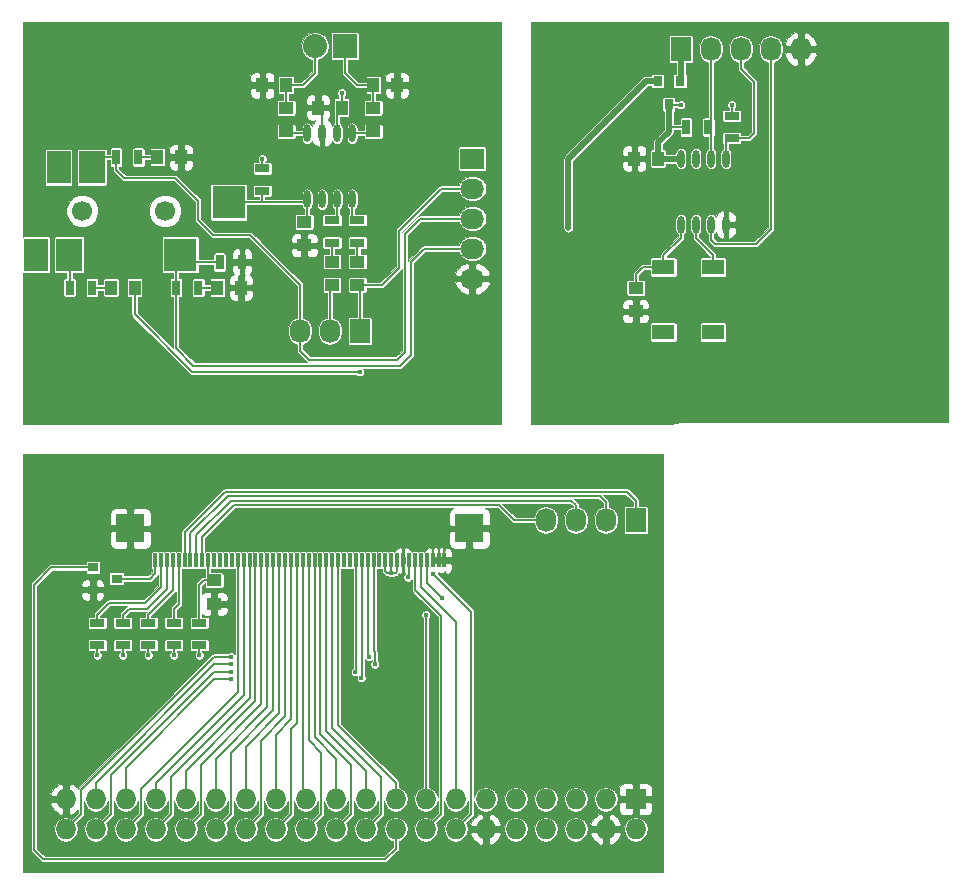
<source format=gtl>
G04 #@! TF.FileFunction,Copper,L1,Top,Signal*
%FSLAX46Y46*%
G04 Gerber Fmt 4.6, Leading zero omitted, Abs format (unit mm)*
G04 Created by KiCad (PCBNEW (2016-04-11 BZR 6687, Git f239aee)-product) date 7/7/2016 5:08:46 PM*
%MOMM*%
G01*
G04 APERTURE LIST*
%ADD10C,0.100000*%
%ADD11R,1.250000X1.000000*%
%ADD12R,1.000000X1.250000*%
%ADD13R,1.300000X0.700000*%
%ADD14R,0.700000X1.300000*%
%ADD15R,2.032000X2.032000*%
%ADD16O,2.032000X2.032000*%
%ADD17R,1.727200X1.727200*%
%ADD18O,1.727200X1.727200*%
%ADD19R,2.400000X2.400000*%
%ADD20R,0.300000X1.200000*%
%ADD21O,0.609600X1.473200*%
%ADD22C,1.700000*%
%ADD23R,2.000000X2.800000*%
%ADD24R,2.200000X2.800000*%
%ADD25R,2.800000X2.800000*%
%ADD26R,1.900000X1.300000*%
%ADD27R,1.727200X2.032000*%
%ADD28O,1.727200X2.032000*%
%ADD29R,0.800000X0.900000*%
%ADD30R,0.900000X0.800000*%
%ADD31R,2.032000X1.727200*%
%ADD32O,2.032000X1.727200*%
%ADD33C,0.452400*%
%ADD34C,0.152400*%
%ADD35C,0.203200*%
%ADD36C,0.508000*%
%ADD37C,0.025400*%
G04 APERTURE END LIST*
D10*
D11*
X28575000Y-59706000D03*
X28575000Y-61706000D03*
D12*
X23765000Y-23876000D03*
X25765000Y-23876000D03*
X28845000Y-34925000D03*
X30845000Y-34925000D03*
X19828000Y-34925000D03*
X21828000Y-34925000D03*
X66151000Y-24003000D03*
X64151000Y-24003000D03*
D11*
X38544500Y-32718500D03*
X38544500Y-34718500D03*
X40703500Y-32718500D03*
X40703500Y-34718500D03*
X36195000Y-29353000D03*
X36195000Y-31353000D03*
X64262000Y-34941000D03*
X64262000Y-36941000D03*
D12*
X37354000Y-19685000D03*
X39354000Y-19685000D03*
X32655000Y-17780000D03*
X34655000Y-17780000D03*
X44053000Y-17780000D03*
X42053000Y-17780000D03*
D11*
X42037000Y-21701000D03*
X42037000Y-19701000D03*
X34671000Y-21701000D03*
X34671000Y-19701000D03*
D13*
X18669000Y-63312000D03*
X18669000Y-65212000D03*
X20828000Y-63312000D03*
X20828000Y-65212000D03*
X22987000Y-63312000D03*
X22987000Y-65212000D03*
X25146000Y-63312000D03*
X25146000Y-65212000D03*
X27305000Y-63312000D03*
X27305000Y-65212000D03*
D14*
X20259000Y-23876000D03*
X22159000Y-23876000D03*
X25339000Y-34925000D03*
X27239000Y-34925000D03*
X16322000Y-34925000D03*
X18222000Y-34925000D03*
X29022000Y-32766000D03*
X30922000Y-32766000D03*
D13*
X32639000Y-26731000D03*
X32639000Y-24831000D03*
X40703500Y-29212500D03*
X40703500Y-31112500D03*
X38544500Y-31112500D03*
X38544500Y-29212500D03*
D14*
X68519000Y-21336000D03*
X70419000Y-21336000D03*
D13*
X72390000Y-20386000D03*
X72390000Y-22286000D03*
D15*
X39624000Y-14478000D03*
D16*
X37084000Y-14478000D03*
D17*
X64262000Y-78232000D03*
D18*
X64262000Y-80772000D03*
X61722000Y-78232000D03*
X61722000Y-80772000D03*
X59182000Y-78232000D03*
X59182000Y-80772000D03*
X56642000Y-78232000D03*
X56642000Y-80772000D03*
X54102000Y-78232000D03*
X54102000Y-80772000D03*
X51562000Y-78232000D03*
X51562000Y-80772000D03*
X49022000Y-78232000D03*
X49022000Y-80772000D03*
X46482000Y-78232000D03*
X46482000Y-80772000D03*
X43942000Y-78232000D03*
X43942000Y-80772000D03*
X41402000Y-78232000D03*
X41402000Y-80772000D03*
X38862000Y-78232000D03*
X38862000Y-80772000D03*
X36322000Y-78232000D03*
X36322000Y-80772000D03*
X33782000Y-78232000D03*
X33782000Y-80772000D03*
X31242000Y-78232000D03*
X31242000Y-80772000D03*
X28702000Y-78232000D03*
X28702000Y-80772000D03*
X26162000Y-78232000D03*
X26162000Y-80772000D03*
X23622000Y-78232000D03*
X23622000Y-80772000D03*
X21082000Y-78232000D03*
X21082000Y-80772000D03*
X18542000Y-78232000D03*
X18542000Y-80772000D03*
X16002000Y-78232000D03*
X16002000Y-80772000D03*
D19*
X21464000Y-55315000D03*
X50164000Y-55315000D03*
D20*
X23564000Y-58015000D03*
X24064000Y-58015000D03*
X25064000Y-58015000D03*
X24564000Y-58015000D03*
X26564000Y-58015000D03*
X27064000Y-58015000D03*
X26064000Y-58015000D03*
X25564000Y-58015000D03*
X29564000Y-58015000D03*
X30064000Y-58015000D03*
X31064000Y-58015000D03*
X30564000Y-58015000D03*
X28564000Y-58015000D03*
X29064000Y-58015000D03*
X28064000Y-58015000D03*
X27564000Y-58015000D03*
X35564000Y-58015000D03*
X33564000Y-58015000D03*
X34064000Y-58015000D03*
X35064000Y-58015000D03*
X34564000Y-58015000D03*
X32564000Y-58015000D03*
X33064000Y-58015000D03*
X32064000Y-58015000D03*
X31564000Y-58015000D03*
X44064000Y-58015000D03*
X44564000Y-58015000D03*
X45564000Y-58015000D03*
X45064000Y-58015000D03*
X47064000Y-58015000D03*
X47564000Y-58015000D03*
X46564000Y-58015000D03*
X46064000Y-58015000D03*
X48064000Y-58015000D03*
X40064000Y-58015000D03*
X40564000Y-58015000D03*
X41564000Y-58015000D03*
X41064000Y-58015000D03*
X43064000Y-58015000D03*
X43564000Y-58015000D03*
X42564000Y-58015000D03*
X42064000Y-58015000D03*
X38064000Y-58015000D03*
X38564000Y-58015000D03*
X39564000Y-58015000D03*
X39064000Y-58015000D03*
X37064000Y-58015000D03*
X37564000Y-58015000D03*
X36564000Y-58015000D03*
X36064000Y-58015000D03*
D21*
X68072000Y-29591000D03*
X69342000Y-29591000D03*
X70612000Y-29591000D03*
X71882000Y-29591000D03*
X71882000Y-24003000D03*
X70612000Y-24003000D03*
X69342000Y-24003000D03*
X68072000Y-24003000D03*
D22*
X24399000Y-28448000D03*
D23*
X13499000Y-32148000D03*
X15399000Y-24748000D03*
D24*
X16299000Y-32148000D03*
X18199000Y-24748000D03*
D25*
X25699000Y-32148000D03*
X29799000Y-27698000D03*
D22*
X17399000Y-28448000D03*
D21*
X36449000Y-27432000D03*
X37719000Y-27432000D03*
X38989000Y-27432000D03*
X40259000Y-27432000D03*
X40259000Y-21844000D03*
X38989000Y-21844000D03*
X37719000Y-21844000D03*
X36449000Y-21844000D03*
D26*
X66607000Y-33191000D03*
X70807000Y-33191000D03*
X70807000Y-38691000D03*
X66607000Y-38691000D03*
D27*
X68072000Y-14732000D03*
D28*
X70612000Y-14732000D03*
X73152000Y-14732000D03*
X75692000Y-14732000D03*
X78232000Y-14732000D03*
D29*
X67056000Y-19415000D03*
X68006000Y-17415000D03*
X66106000Y-17415000D03*
D30*
X20304000Y-59563000D03*
X18304000Y-58613000D03*
X18304000Y-60513000D03*
D27*
X40894000Y-38608000D03*
D28*
X38354000Y-38608000D03*
X35814000Y-38608000D03*
D27*
X64262000Y-54610000D03*
D28*
X61722000Y-54610000D03*
X59182000Y-54610000D03*
X56642000Y-54610000D03*
D31*
X50419000Y-24003000D03*
D32*
X50419000Y-26543000D03*
X50419000Y-29083000D03*
X50419000Y-31623000D03*
X50419000Y-34163000D03*
D33*
X64135000Y-22860000D03*
X65405000Y-36957000D03*
X60452000Y-26162000D03*
X59182000Y-16002000D03*
X59182000Y-41402000D03*
X87122000Y-41402000D03*
X87122000Y-16002000D03*
X87757000Y-29718000D03*
X72771000Y-29591000D03*
X58547000Y-29845000D03*
X64262000Y-64262000D03*
X64262000Y-70612000D03*
X57912000Y-50292000D03*
X57912000Y-59182000D03*
X62992000Y-59182000D03*
X14732000Y-70612000D03*
X14732000Y-61722000D03*
X14732000Y-51562000D03*
X48260000Y-56896000D03*
X47625000Y-56896000D03*
X46990000Y-56896000D03*
X51943000Y-55245000D03*
X28575000Y-62865000D03*
X19685000Y-55372000D03*
X18288000Y-61468000D03*
X49022000Y-16002000D03*
X45212000Y-21082000D03*
X29972000Y-21082000D03*
X26162000Y-16002000D03*
X19812000Y-16002000D03*
X14732000Y-19812000D03*
X14732000Y-40132000D03*
X18542000Y-43942000D03*
X27432000Y-43942000D03*
X35052000Y-43942000D03*
X50292000Y-42672000D03*
X31623000Y-17780000D03*
X26797000Y-23876000D03*
X36195000Y-32385000D03*
X37338000Y-18415000D03*
X31877000Y-34925000D03*
X31877000Y-32766000D03*
X39370000Y-18415000D03*
X32639000Y-24003000D03*
X43561000Y-59055000D03*
X27305000Y-66040000D03*
X25146000Y-66040000D03*
X22987000Y-66040000D03*
X20828000Y-66040000D03*
X18669000Y-66040000D03*
X47117000Y-59182000D03*
X44958000Y-59436000D03*
X47879000Y-61214000D03*
X46482000Y-62611000D03*
X41021000Y-67945000D03*
X29972000Y-68072000D03*
X29972000Y-66802000D03*
X42164000Y-66802000D03*
X29972000Y-67437000D03*
X40513000Y-67437000D03*
X29972000Y-66167000D03*
X41656000Y-66167000D03*
X72390000Y-19431000D03*
X68072000Y-19431000D03*
X40894000Y-42037000D03*
D34*
X64151000Y-24003000D02*
X64151000Y-22876000D01*
X64151000Y-22876000D02*
X64135000Y-22860000D01*
X64262000Y-36941000D02*
X65389000Y-36941000D01*
X65389000Y-36941000D02*
X65405000Y-36957000D01*
D35*
X59182000Y-41402000D02*
X59182000Y-38862000D01*
X61722000Y-27432000D02*
X60452000Y-26162000D01*
X61722000Y-36322000D02*
X61722000Y-27432000D01*
X59182000Y-38862000D02*
X61722000Y-36322000D01*
X56642000Y-18542000D02*
X59182000Y-16002000D01*
X56642000Y-38862000D02*
X56642000Y-18542000D01*
X59182000Y-41402000D02*
X56642000Y-38862000D01*
X84582000Y-38862000D02*
X87122000Y-41402000D01*
X84582000Y-18542000D02*
X84582000Y-38862000D01*
X87122000Y-16002000D02*
X84582000Y-18542000D01*
D34*
X71882000Y-29591000D02*
X72771000Y-29591000D01*
D36*
X58547000Y-29845000D02*
X58547000Y-24003000D01*
X65135000Y-17415000D02*
X66106000Y-17415000D01*
X58547000Y-24003000D02*
X65135000Y-17415000D01*
D35*
X27305000Y-63312000D02*
X27305000Y-60071000D01*
X27670000Y-59706000D02*
X28575000Y-59706000D01*
X27305000Y-60071000D02*
X27670000Y-59706000D01*
X28064000Y-58015000D02*
X28064000Y-59560000D01*
X28064000Y-59560000D02*
X28210000Y-59706000D01*
X28210000Y-59706000D02*
X28575000Y-59706000D01*
X64262000Y-64262000D02*
X64262000Y-70612000D01*
X62992000Y-59182000D02*
X57912000Y-59182000D01*
X14732000Y-61722000D02*
X14732000Y-70612000D01*
X48064000Y-57092000D02*
X48260000Y-56896000D01*
X48064000Y-58015000D02*
X48064000Y-57092000D01*
X47564000Y-56957000D02*
X47625000Y-56896000D01*
X47564000Y-58015000D02*
X47564000Y-56957000D01*
X47064000Y-58015000D02*
X47064000Y-56970000D01*
X47064000Y-56970000D02*
X46990000Y-56896000D01*
D36*
X50164000Y-55315000D02*
X51873000Y-55315000D01*
X51873000Y-55315000D02*
X51943000Y-55245000D01*
X28575000Y-61706000D02*
X28575000Y-62865000D01*
X21464000Y-55315000D02*
X19742000Y-55315000D01*
X19742000Y-55315000D02*
X19685000Y-55372000D01*
X18304000Y-60513000D02*
X18304000Y-61452000D01*
X18304000Y-61452000D02*
X18288000Y-61468000D01*
D35*
X23765000Y-23876000D02*
X22159000Y-23876000D01*
D34*
X50419000Y-34163000D02*
X50419000Y-42545000D01*
X49022000Y-17272000D02*
X49022000Y-16002000D01*
X45212000Y-21082000D02*
X49022000Y-17272000D01*
X29972000Y-19812000D02*
X29972000Y-21082000D01*
X26162000Y-16002000D02*
X29972000Y-19812000D01*
X18542000Y-16002000D02*
X19812000Y-16002000D01*
X14732000Y-19812000D02*
X18542000Y-16002000D01*
X18542000Y-43942000D02*
X14732000Y-40132000D01*
X35052000Y-43942000D02*
X27432000Y-43942000D01*
X50419000Y-42545000D02*
X50292000Y-42672000D01*
D35*
X32655000Y-17780000D02*
X31623000Y-17780000D01*
X25765000Y-23876000D02*
X26797000Y-23876000D01*
X36195000Y-31353000D02*
X36195000Y-32385000D01*
X37354000Y-19685000D02*
X37354000Y-18431000D01*
X37354000Y-18431000D02*
X37338000Y-18415000D01*
X37719000Y-21844000D02*
X37719000Y-20050000D01*
X37719000Y-20050000D02*
X37354000Y-19685000D01*
X30845000Y-34925000D02*
X31877000Y-34925000D01*
X30922000Y-32766000D02*
X31877000Y-32766000D01*
X28845000Y-34925000D02*
X27239000Y-34925000D01*
X19828000Y-34925000D02*
X18222000Y-34925000D01*
X38544500Y-32718500D02*
X38544500Y-31112500D01*
X38354000Y-38608000D02*
X38354000Y-34909000D01*
X38354000Y-34909000D02*
X38544500Y-34718500D01*
X40703500Y-32718500D02*
X40703500Y-31112500D01*
X36449000Y-27432000D02*
X36449000Y-29099000D01*
X36449000Y-29099000D02*
X36195000Y-29353000D01*
X32639000Y-26731000D02*
X32639000Y-27698000D01*
X32639000Y-27698000D02*
X32639000Y-27686000D01*
X32639000Y-27686000D02*
X32639000Y-27698000D01*
X29799000Y-27698000D02*
X32639000Y-27698000D01*
X32639000Y-27698000D02*
X36437000Y-27698000D01*
X36437000Y-27698000D02*
X36449000Y-27686000D01*
X36449000Y-27686000D02*
X36449000Y-27432000D01*
X66607000Y-33191000D02*
X64853000Y-33191000D01*
X64262000Y-33782000D02*
X64262000Y-34941000D01*
X64853000Y-33191000D02*
X64262000Y-33782000D01*
X68072000Y-29591000D02*
X68072000Y-30734000D01*
X66607000Y-32199000D02*
X66607000Y-33191000D01*
X68072000Y-30734000D02*
X66607000Y-32199000D01*
X39354000Y-18431000D02*
X39370000Y-18415000D01*
X39354000Y-18431000D02*
X39354000Y-19685000D01*
X32639000Y-24831000D02*
X32639000Y-24003000D01*
X38989000Y-21844000D02*
X38989000Y-20050000D01*
X38989000Y-20050000D02*
X39354000Y-19685000D01*
X34655000Y-17780000D02*
X36068000Y-17780000D01*
X37084000Y-16764000D02*
X37084000Y-14478000D01*
X36068000Y-17780000D02*
X37084000Y-16764000D01*
X34671000Y-19701000D02*
X34671000Y-17796000D01*
X34671000Y-17796000D02*
X34655000Y-17780000D01*
X42053000Y-17780000D02*
X40640000Y-17780000D01*
X39624000Y-16764000D02*
X39624000Y-14478000D01*
X40640000Y-17780000D02*
X39624000Y-16764000D01*
X42037000Y-19701000D02*
X42037000Y-17796000D01*
X42037000Y-17796000D02*
X42053000Y-17780000D01*
D36*
X68072000Y-14732000D02*
X68072000Y-17349000D01*
X68072000Y-17349000D02*
X68006000Y-17415000D01*
D35*
X40259000Y-21844000D02*
X41894000Y-21844000D01*
X41894000Y-21844000D02*
X42037000Y-21701000D01*
X36449000Y-21844000D02*
X34814000Y-21844000D01*
X34814000Y-21844000D02*
X34671000Y-21701000D01*
X70612000Y-14732000D02*
X70612000Y-21275000D01*
X70612000Y-21275000D02*
X70673000Y-21336000D01*
X70612000Y-24003000D02*
X70612000Y-21397000D01*
X71882000Y-24003000D02*
X71882000Y-22479000D01*
X72075000Y-22286000D02*
X72390000Y-22286000D01*
X72390000Y-22286000D02*
X73853000Y-22286000D01*
X73152000Y-16383000D02*
X73152000Y-14732000D01*
X74295000Y-17526000D02*
X73152000Y-16383000D01*
X74295000Y-21844000D02*
X74295000Y-17526000D01*
X73853000Y-22286000D02*
X74295000Y-21844000D01*
X50419000Y-29083000D02*
X45974000Y-29083000D01*
X35814000Y-40259000D02*
X35814000Y-38608000D01*
X36576000Y-41021000D02*
X35814000Y-40259000D01*
X44069000Y-41021000D02*
X36576000Y-41021000D01*
X44704000Y-40386000D02*
X44069000Y-41021000D01*
X44704000Y-30353000D02*
X44704000Y-40386000D01*
X45974000Y-29083000D02*
X44704000Y-30353000D01*
X20259000Y-23876000D02*
X20259000Y-24958000D01*
X35814000Y-34671000D02*
X35814000Y-38608000D01*
X31623000Y-30480000D02*
X35814000Y-34671000D01*
X28448000Y-30480000D02*
X31623000Y-30480000D01*
X27178000Y-29210000D02*
X28448000Y-30480000D01*
X27178000Y-27559000D02*
X27178000Y-29210000D01*
X25273000Y-25654000D02*
X27178000Y-27559000D01*
X20955000Y-25654000D02*
X25273000Y-25654000D01*
X20259000Y-24958000D02*
X20955000Y-25654000D01*
X20259000Y-23876000D02*
X19071000Y-23876000D01*
X19071000Y-23876000D02*
X18199000Y-24748000D01*
X50419000Y-31623000D02*
X46355000Y-31623000D01*
X25339000Y-40071000D02*
X25339000Y-34925000D01*
X26797000Y-41529000D02*
X25339000Y-40071000D01*
X44323000Y-41529000D02*
X26797000Y-41529000D01*
X45212000Y-40640000D02*
X44323000Y-41529000D01*
X45212000Y-32766000D02*
X45212000Y-40640000D01*
X46355000Y-31623000D02*
X45212000Y-32766000D01*
X29022000Y-32766000D02*
X26317000Y-32766000D01*
X26317000Y-32766000D02*
X25699000Y-32148000D01*
X25339000Y-34925000D02*
X25339000Y-32635000D01*
X25212000Y-32635000D02*
X25699000Y-32148000D01*
X44064000Y-58015000D02*
X44064000Y-58933000D01*
X43942000Y-59055000D02*
X43561000Y-59055000D01*
X44064000Y-58933000D02*
X43942000Y-59055000D01*
X43564000Y-58015000D02*
X43564000Y-59052000D01*
X43564000Y-59052000D02*
X43561000Y-59055000D01*
X43064000Y-58015000D02*
X43064000Y-58939000D01*
X43180000Y-59055000D02*
X43561000Y-59055000D01*
X43064000Y-58939000D02*
X43180000Y-59055000D01*
X27305000Y-66040000D02*
X27305000Y-65212000D01*
X25146000Y-66040000D02*
X25146000Y-65212000D01*
X22987000Y-66040000D02*
X22987000Y-65212000D01*
X20828000Y-65212000D02*
X20828000Y-66040000D01*
X18669000Y-65212000D02*
X18669000Y-66040000D01*
X43942000Y-82423000D02*
X43942000Y-80772000D01*
X43053000Y-83312000D02*
X43942000Y-82423000D01*
X14097000Y-83312000D02*
X43053000Y-83312000D01*
X13335000Y-82550000D02*
X14097000Y-83312000D01*
X13335000Y-60071000D02*
X13335000Y-82550000D01*
X14793000Y-58613000D02*
X13335000Y-60071000D01*
X18304000Y-58613000D02*
X14793000Y-58613000D01*
X20304000Y-59563000D02*
X23114000Y-59563000D01*
X23564000Y-59113000D02*
X23564000Y-58015000D01*
X23114000Y-59563000D02*
X23564000Y-59113000D01*
X18669000Y-63312000D02*
X18669000Y-62611000D01*
X24064000Y-60264000D02*
X24064000Y-58015000D01*
X22733000Y-61595000D02*
X24064000Y-60264000D01*
X19685000Y-61595000D02*
X22733000Y-61595000D01*
X18669000Y-62611000D02*
X19685000Y-61595000D01*
X20828000Y-63312000D02*
X20828000Y-62611000D01*
X24564000Y-60399000D02*
X24564000Y-58015000D01*
X22860000Y-62103000D02*
X24564000Y-60399000D01*
X21336000Y-62103000D02*
X22860000Y-62103000D01*
X20828000Y-62611000D02*
X21336000Y-62103000D01*
X22987000Y-63312000D02*
X22987000Y-62611000D01*
X25064000Y-60534000D02*
X25064000Y-58015000D01*
X22987000Y-62611000D02*
X25064000Y-60534000D01*
X25146000Y-63312000D02*
X25146000Y-62103000D01*
X25564000Y-61685000D02*
X25564000Y-58015000D01*
X25146000Y-62103000D02*
X25564000Y-61685000D01*
X40259000Y-27432000D02*
X40259000Y-29210000D01*
X40259000Y-29210000D02*
X40261500Y-29212500D01*
X40261500Y-29212500D02*
X40703500Y-29212500D01*
X38989000Y-27432000D02*
X38989000Y-29083000D01*
X38989000Y-29083000D02*
X38859500Y-29212500D01*
X38859500Y-29212500D02*
X38544500Y-29212500D01*
X46064000Y-58015000D02*
X46064000Y-60288000D01*
X49022000Y-63246000D02*
X49022000Y-78232000D01*
X46064000Y-60288000D02*
X49022000Y-63246000D01*
D34*
X45064000Y-58015000D02*
X45064000Y-59330000D01*
D35*
X47117000Y-59182000D02*
X50292000Y-62357000D01*
X50292000Y-62357000D02*
X50292000Y-79502000D01*
X50292000Y-79502000D02*
X49022000Y-80772000D01*
D34*
X45064000Y-59330000D02*
X44958000Y-59436000D01*
D35*
X46482000Y-78232000D02*
X46482000Y-62611000D01*
X46564000Y-59899000D02*
X46564000Y-58015000D01*
X47879000Y-61214000D02*
X46564000Y-59899000D01*
X45564000Y-58015000D02*
X45564000Y-60550000D01*
X47752000Y-79502000D02*
X46482000Y-80772000D01*
X47752000Y-62738000D02*
X47752000Y-79502000D01*
X45564000Y-60550000D02*
X47752000Y-62738000D01*
X39064000Y-58015000D02*
X39064000Y-71957000D01*
X43942000Y-76835000D02*
X43942000Y-78232000D01*
X39064000Y-71957000D02*
X43942000Y-76835000D01*
X38064000Y-58015000D02*
X38064000Y-72481000D01*
X38064000Y-72481000D02*
X41402000Y-75819000D01*
X41402000Y-75819000D02*
X41402000Y-78232000D01*
X38564000Y-58015000D02*
X38564000Y-72219000D01*
X38564000Y-72219000D02*
X42672000Y-76327000D01*
X42672000Y-76327000D02*
X42672000Y-79502000D01*
X42672000Y-79502000D02*
X41402000Y-80772000D01*
X37064000Y-58015000D02*
X37064000Y-73005000D01*
X38862000Y-74803000D02*
X38862000Y-78232000D01*
X37064000Y-73005000D02*
X38862000Y-74803000D01*
X37564000Y-58015000D02*
X37564000Y-72743000D01*
X37564000Y-72743000D02*
X40132000Y-75311000D01*
X40132000Y-75311000D02*
X40132000Y-79502000D01*
X40132000Y-79502000D02*
X38862000Y-80772000D01*
X36064000Y-58015000D02*
X36064000Y-77974000D01*
X36064000Y-77974000D02*
X36322000Y-78232000D01*
X36564000Y-58015000D02*
X36564000Y-73267000D01*
X36564000Y-73267000D02*
X37592000Y-74295000D01*
X37592000Y-74295000D02*
X37592000Y-79502000D01*
X37592000Y-79502000D02*
X36322000Y-80772000D01*
X35064000Y-58015000D02*
X35064000Y-71489000D01*
X35064000Y-71489000D02*
X33782000Y-72771000D01*
X33782000Y-72771000D02*
X33782000Y-78232000D01*
X35564000Y-58015000D02*
X35564000Y-71751000D01*
X35564000Y-71751000D02*
X35052000Y-72263000D01*
X35052000Y-72263000D02*
X35052000Y-79502000D01*
X35052000Y-79502000D02*
X33782000Y-80772000D01*
X34064000Y-58015000D02*
X34064000Y-70965000D01*
X31242000Y-73787000D02*
X31242000Y-78232000D01*
X34064000Y-70965000D02*
X31242000Y-73787000D01*
X34564000Y-58015000D02*
X34564000Y-71227000D01*
X34564000Y-71227000D02*
X32512000Y-73279000D01*
X32512000Y-73279000D02*
X32512000Y-79502000D01*
X32512000Y-79502000D02*
X31242000Y-80772000D01*
X33064000Y-58015000D02*
X33064000Y-70441000D01*
X28702000Y-74803000D02*
X28702000Y-78232000D01*
X33064000Y-70441000D02*
X28702000Y-74803000D01*
X33564000Y-58015000D02*
X33564000Y-70703000D01*
X33564000Y-70703000D02*
X29972000Y-74295000D01*
X29972000Y-74295000D02*
X29972000Y-79502000D01*
X29972000Y-79502000D02*
X28702000Y-80772000D01*
X32064000Y-58015000D02*
X32064000Y-69917000D01*
X32064000Y-69917000D02*
X26162000Y-75819000D01*
X26162000Y-75819000D02*
X26162000Y-78232000D01*
X32564000Y-58015000D02*
X32564000Y-70179000D01*
X32564000Y-70179000D02*
X27432000Y-75311000D01*
X27432000Y-75311000D02*
X27432000Y-79502000D01*
X27432000Y-79502000D02*
X26162000Y-80772000D01*
X31064000Y-58015000D02*
X31064000Y-69393000D01*
X23622000Y-76835000D02*
X23622000Y-78232000D01*
X31064000Y-69393000D02*
X23622000Y-76835000D01*
X31564000Y-58015000D02*
X31564000Y-69655000D01*
X31564000Y-69655000D02*
X24892000Y-76327000D01*
X24892000Y-76327000D02*
X24892000Y-79502000D01*
X24892000Y-79502000D02*
X23622000Y-80772000D01*
X41064000Y-58015000D02*
X41064000Y-67902000D01*
X41064000Y-67902000D02*
X41021000Y-67945000D01*
D34*
X41064000Y-67902000D02*
X41021000Y-67945000D01*
D35*
X21082000Y-75565000D02*
X28575000Y-68072000D01*
X28575000Y-68072000D02*
X29972000Y-68072000D01*
X21082000Y-75565000D02*
X21082000Y-78232000D01*
X30564000Y-58015000D02*
X30564000Y-69131000D01*
X30564000Y-69131000D02*
X22352000Y-77343000D01*
X22352000Y-79502000D02*
X21082000Y-80772000D01*
X22352000Y-77343000D02*
X22352000Y-79502000D01*
X18542000Y-78232000D02*
X18542000Y-76835000D01*
X28575000Y-66802000D02*
X29972000Y-66802000D01*
X18542000Y-76835000D02*
X28575000Y-66802000D01*
X42064000Y-65686000D02*
X42164000Y-65786000D01*
X42164000Y-65786000D02*
X42164000Y-66802000D01*
X42064000Y-65686000D02*
X42064000Y-58015000D01*
X40564000Y-57507000D02*
X40564000Y-67386000D01*
X19812000Y-79502000D02*
X18542000Y-80772000D01*
X28575000Y-67437000D02*
X29972000Y-67437000D01*
X19812000Y-76200000D02*
X28575000Y-67437000D01*
X19812000Y-79502000D02*
X19812000Y-76200000D01*
D34*
X40564000Y-67386000D02*
X40513000Y-67437000D01*
D35*
X17272000Y-79502000D02*
X17272000Y-77470000D01*
X17272000Y-77470000D02*
X28575000Y-66167000D01*
X28575000Y-66167000D02*
X29972000Y-66167000D01*
X16002000Y-80772000D02*
X17272000Y-79502000D01*
X41564000Y-66075000D02*
X41656000Y-66167000D01*
X41564000Y-66075000D02*
X41564000Y-58015000D01*
X69342000Y-29591000D02*
X69342000Y-30734000D01*
X70807000Y-32199000D02*
X70807000Y-33191000D01*
X69342000Y-30734000D02*
X70807000Y-32199000D01*
X70612000Y-29591000D02*
X70612000Y-30861000D01*
X75692000Y-29972000D02*
X75692000Y-14732000D01*
X74422000Y-31242000D02*
X75692000Y-29972000D01*
X70993000Y-31242000D02*
X74422000Y-31242000D01*
X70612000Y-30861000D02*
X70993000Y-31242000D01*
X72390000Y-20386000D02*
X72390000Y-19431000D01*
X68072000Y-19431000D02*
X67072000Y-19431000D01*
X68519000Y-21336000D02*
X67056000Y-21336000D01*
D36*
X67056000Y-19415000D02*
X67056000Y-21336000D01*
X67056000Y-21336000D02*
X67056000Y-21717000D01*
X67056000Y-21717000D02*
X66151000Y-22622000D01*
X66151000Y-22622000D02*
X66151000Y-24003000D01*
X67072000Y-19431000D02*
X67056000Y-19415000D01*
X68072000Y-24003000D02*
X66151000Y-24003000D01*
D35*
X63500000Y-52197000D02*
X64262000Y-52959000D01*
X29464000Y-52197000D02*
X63500000Y-52197000D01*
X26064000Y-58015000D02*
X26064000Y-55597000D01*
X64262000Y-52959000D02*
X64262000Y-54610000D01*
X26064000Y-55597000D02*
X29464000Y-52197000D01*
X26564000Y-58015000D02*
X26564000Y-55732000D01*
X61722000Y-53086000D02*
X61722000Y-54610000D01*
X61214000Y-52578000D02*
X61722000Y-53086000D01*
X29718000Y-52578000D02*
X61214000Y-52578000D01*
X26564000Y-55732000D02*
X29718000Y-52578000D01*
X27064000Y-58015000D02*
X27064000Y-55867000D01*
X59182000Y-53340000D02*
X59182000Y-54610000D01*
X58801000Y-52959000D02*
X59182000Y-53340000D01*
X29972000Y-52959000D02*
X58801000Y-52959000D01*
X27064000Y-55867000D02*
X29972000Y-52959000D01*
X27564000Y-58015000D02*
X27564000Y-56002000D01*
X53975000Y-54610000D02*
X56642000Y-54610000D01*
X52705000Y-53340000D02*
X53975000Y-54610000D01*
X30226000Y-53340000D02*
X52705000Y-53340000D01*
X27564000Y-56002000D02*
X30226000Y-53340000D01*
X50419000Y-26543000D02*
X47752000Y-26543000D01*
X42751500Y-34718500D02*
X40703500Y-34718500D01*
X44196000Y-33274000D02*
X42751500Y-34718500D01*
X44196000Y-30099000D02*
X44196000Y-33274000D01*
X47752000Y-26543000D02*
X44196000Y-30099000D01*
X40894000Y-42037000D02*
X26670000Y-42037000D01*
X21828000Y-37195000D02*
X21828000Y-34925000D01*
X26670000Y-42037000D02*
X21828000Y-37195000D01*
X40894000Y-38608000D02*
X40894000Y-34909000D01*
X40894000Y-34909000D02*
X40703500Y-34718500D01*
X16322000Y-34925000D02*
X16322000Y-32171000D01*
X16322000Y-32171000D02*
X16299000Y-32148000D01*
D37*
G36*
X90716900Y-46266900D02*
X68072000Y-46266900D01*
X68051221Y-46271033D01*
X67544028Y-46367706D01*
X67466825Y-46399685D01*
X67466489Y-46399824D01*
X67362511Y-46469300D01*
X55384700Y-46469300D01*
X55384700Y-38041000D01*
X65488666Y-38041000D01*
X65488666Y-39341000D01*
X65501480Y-39405419D01*
X65537970Y-39460030D01*
X65592581Y-39496520D01*
X65657000Y-39509334D01*
X67557000Y-39509334D01*
X67621419Y-39496520D01*
X67676030Y-39460030D01*
X67712520Y-39405419D01*
X67725334Y-39341000D01*
X67725334Y-38041000D01*
X69688666Y-38041000D01*
X69688666Y-39341000D01*
X69701480Y-39405419D01*
X69737970Y-39460030D01*
X69792581Y-39496520D01*
X69857000Y-39509334D01*
X71757000Y-39509334D01*
X71821419Y-39496520D01*
X71876030Y-39460030D01*
X71912520Y-39405419D01*
X71925334Y-39341000D01*
X71925334Y-38041000D01*
X71912520Y-37976581D01*
X71876030Y-37921970D01*
X71821419Y-37885480D01*
X71757000Y-37872666D01*
X69857000Y-37872666D01*
X69792581Y-37885480D01*
X69737970Y-37921970D01*
X69701480Y-37976581D01*
X69688666Y-38041000D01*
X67725334Y-38041000D01*
X67712520Y-37976581D01*
X67676030Y-37921970D01*
X67621419Y-37885480D01*
X67557000Y-37872666D01*
X65657000Y-37872666D01*
X65592581Y-37885480D01*
X65537970Y-37921970D01*
X65501480Y-37976581D01*
X65488666Y-38041000D01*
X55384700Y-38041000D01*
X55384700Y-37312475D01*
X63116300Y-37312475D01*
X63116300Y-37544574D01*
X63195572Y-37735953D01*
X63342047Y-37882428D01*
X63533427Y-37961700D01*
X63890525Y-37961700D01*
X64020700Y-37831525D01*
X64020700Y-37182300D01*
X64503300Y-37182300D01*
X64503300Y-37831525D01*
X64633475Y-37961700D01*
X64990573Y-37961700D01*
X65181953Y-37882428D01*
X65328428Y-37735953D01*
X65407700Y-37544574D01*
X65407700Y-37312475D01*
X65277525Y-37182300D01*
X64503300Y-37182300D01*
X64020700Y-37182300D01*
X63246475Y-37182300D01*
X63116300Y-37312475D01*
X55384700Y-37312475D01*
X55384700Y-36337426D01*
X63116300Y-36337426D01*
X63116300Y-36569525D01*
X63246475Y-36699700D01*
X64020700Y-36699700D01*
X64020700Y-36050475D01*
X64503300Y-36050475D01*
X64503300Y-36699700D01*
X65277525Y-36699700D01*
X65407700Y-36569525D01*
X65407700Y-36337426D01*
X65328428Y-36146047D01*
X65181953Y-35999572D01*
X64990573Y-35920300D01*
X64633475Y-35920300D01*
X64503300Y-36050475D01*
X64020700Y-36050475D01*
X63890525Y-35920300D01*
X63533427Y-35920300D01*
X63342047Y-35999572D01*
X63195572Y-36146047D01*
X63116300Y-36337426D01*
X55384700Y-36337426D01*
X55384700Y-34441000D01*
X63468666Y-34441000D01*
X63468666Y-35441000D01*
X63481480Y-35505419D01*
X63517970Y-35560030D01*
X63572581Y-35596520D01*
X63637000Y-35609334D01*
X64887000Y-35609334D01*
X64951419Y-35596520D01*
X65006030Y-35560030D01*
X65042520Y-35505419D01*
X65055334Y-35441000D01*
X65055334Y-34441000D01*
X65042520Y-34376581D01*
X65006030Y-34321970D01*
X64951419Y-34285480D01*
X64887000Y-34272666D01*
X64528700Y-34272666D01*
X64528700Y-33892470D01*
X64963471Y-33457700D01*
X65488666Y-33457700D01*
X65488666Y-33841000D01*
X65501480Y-33905419D01*
X65537970Y-33960030D01*
X65592581Y-33996520D01*
X65657000Y-34009334D01*
X67557000Y-34009334D01*
X67621419Y-33996520D01*
X67676030Y-33960030D01*
X67712520Y-33905419D01*
X67725334Y-33841000D01*
X67725334Y-32541000D01*
X67712520Y-32476581D01*
X67676030Y-32421970D01*
X67621419Y-32385480D01*
X67557000Y-32372666D01*
X66873700Y-32372666D01*
X66873700Y-32309470D01*
X68260585Y-30922585D01*
X68318399Y-30836062D01*
X68338700Y-30734000D01*
X68338700Y-30416546D01*
X68404269Y-30372734D01*
X68506131Y-30220288D01*
X68541900Y-30040465D01*
X68541900Y-29141535D01*
X68872100Y-29141535D01*
X68872100Y-30040465D01*
X68907869Y-30220288D01*
X69009731Y-30372734D01*
X69075300Y-30416546D01*
X69075300Y-30734000D01*
X69088484Y-30800281D01*
X69095601Y-30836062D01*
X69153415Y-30922585D01*
X70540300Y-32309470D01*
X70540300Y-32372666D01*
X69857000Y-32372666D01*
X69792581Y-32385480D01*
X69737970Y-32421970D01*
X69701480Y-32476581D01*
X69688666Y-32541000D01*
X69688666Y-33841000D01*
X69701480Y-33905419D01*
X69737970Y-33960030D01*
X69792581Y-33996520D01*
X69857000Y-34009334D01*
X71757000Y-34009334D01*
X71821419Y-33996520D01*
X71876030Y-33960030D01*
X71912520Y-33905419D01*
X71925334Y-33841000D01*
X71925334Y-32541000D01*
X71912520Y-32476581D01*
X71876030Y-32421970D01*
X71821419Y-32385480D01*
X71757000Y-32372666D01*
X71073700Y-32372666D01*
X71073700Y-32199000D01*
X71053399Y-32096938D01*
X70995585Y-32010415D01*
X69608700Y-30623530D01*
X69608700Y-30416546D01*
X69674269Y-30372734D01*
X69776131Y-30220288D01*
X69811900Y-30040465D01*
X69811900Y-29141535D01*
X70142100Y-29141535D01*
X70142100Y-30040465D01*
X70177869Y-30220288D01*
X70279731Y-30372734D01*
X70345300Y-30416546D01*
X70345300Y-30861000D01*
X70357550Y-30922585D01*
X70365601Y-30963062D01*
X70423415Y-31049585D01*
X70804414Y-31430585D01*
X70890938Y-31488399D01*
X70993000Y-31508700D01*
X74422000Y-31508700D01*
X74524062Y-31488399D01*
X74610585Y-31430585D01*
X75880585Y-30160586D01*
X75938399Y-30074062D01*
X75939930Y-30066364D01*
X75958700Y-29972000D01*
X75958700Y-15883189D01*
X76085666Y-15857934D01*
X76419401Y-15634940D01*
X76642395Y-15301205D01*
X76665003Y-15187543D01*
X76886317Y-15187543D01*
X77104759Y-15679438D01*
X77494813Y-16050296D01*
X77780434Y-16192977D01*
X77990700Y-16115092D01*
X77990700Y-14973300D01*
X78473300Y-14973300D01*
X78473300Y-16115092D01*
X78683566Y-16192977D01*
X78969187Y-16050296D01*
X79359241Y-15679438D01*
X79577683Y-15187543D01*
X79478362Y-14973300D01*
X78473300Y-14973300D01*
X77990700Y-14973300D01*
X76985638Y-14973300D01*
X76886317Y-15187543D01*
X76665003Y-15187543D01*
X76720700Y-14907539D01*
X76720700Y-14556461D01*
X76665004Y-14276457D01*
X76886317Y-14276457D01*
X76985638Y-14490700D01*
X77990700Y-14490700D01*
X77990700Y-13348908D01*
X78473300Y-13348908D01*
X78473300Y-14490700D01*
X79478362Y-14490700D01*
X79577683Y-14276457D01*
X79359241Y-13784562D01*
X78969187Y-13413704D01*
X78683566Y-13271023D01*
X78473300Y-13348908D01*
X77990700Y-13348908D01*
X77780434Y-13271023D01*
X77494813Y-13413704D01*
X77104759Y-13784562D01*
X76886317Y-14276457D01*
X76665004Y-14276457D01*
X76642395Y-14162795D01*
X76419401Y-13829060D01*
X76085666Y-13606066D01*
X75692000Y-13527761D01*
X75298334Y-13606066D01*
X74964599Y-13829060D01*
X74741605Y-14162795D01*
X74663300Y-14556461D01*
X74663300Y-14907539D01*
X74741605Y-15301205D01*
X74964599Y-15634940D01*
X75298334Y-15857934D01*
X75425300Y-15883189D01*
X75425300Y-29861529D01*
X74311530Y-30975300D01*
X71103471Y-30975300D01*
X70878700Y-30750530D01*
X70878700Y-30416546D01*
X70944269Y-30372734D01*
X71044152Y-30223249D01*
X71055279Y-30305992D01*
X71226582Y-30600808D01*
X71604559Y-30800281D01*
X71729600Y-30701218D01*
X71729600Y-29832300D01*
X72034400Y-29832300D01*
X72034400Y-30701218D01*
X72159441Y-30800281D01*
X72537418Y-30600808D01*
X72708721Y-30305992D01*
X72754164Y-29968063D01*
X72604688Y-29832300D01*
X72034400Y-29832300D01*
X71729600Y-29832300D01*
X71620700Y-29832300D01*
X71620700Y-29349700D01*
X71729600Y-29349700D01*
X71729600Y-28480782D01*
X72034400Y-28480782D01*
X72034400Y-29349700D01*
X72604688Y-29349700D01*
X72754164Y-29213937D01*
X72708721Y-28876008D01*
X72537418Y-28581192D01*
X72159441Y-28381719D01*
X72034400Y-28480782D01*
X71729600Y-28480782D01*
X71604559Y-28381719D01*
X71226582Y-28581192D01*
X71055279Y-28876008D01*
X71044152Y-28958751D01*
X70944269Y-28809266D01*
X70791823Y-28707404D01*
X70612000Y-28671635D01*
X70432177Y-28707404D01*
X70279731Y-28809266D01*
X70177869Y-28961712D01*
X70142100Y-29141535D01*
X69811900Y-29141535D01*
X69776131Y-28961712D01*
X69674269Y-28809266D01*
X69521823Y-28707404D01*
X69342000Y-28671635D01*
X69162177Y-28707404D01*
X69009731Y-28809266D01*
X68907869Y-28961712D01*
X68872100Y-29141535D01*
X68541900Y-29141535D01*
X68506131Y-28961712D01*
X68404269Y-28809266D01*
X68251823Y-28707404D01*
X68072000Y-28671635D01*
X67892177Y-28707404D01*
X67739731Y-28809266D01*
X67637869Y-28961712D01*
X67602100Y-29141535D01*
X67602100Y-30040465D01*
X67637869Y-30220288D01*
X67739731Y-30372734D01*
X67805300Y-30416546D01*
X67805300Y-30623530D01*
X66418415Y-32010415D01*
X66360601Y-32096938D01*
X66340300Y-32199000D01*
X66340300Y-32372666D01*
X65657000Y-32372666D01*
X65592581Y-32385480D01*
X65537970Y-32421970D01*
X65501480Y-32476581D01*
X65488666Y-32541000D01*
X65488666Y-32924300D01*
X64853000Y-32924300D01*
X64750938Y-32944601D01*
X64664414Y-33002415D01*
X64073415Y-33593415D01*
X64015601Y-33679938D01*
X63995300Y-33782000D01*
X63995300Y-34272666D01*
X63637000Y-34272666D01*
X63572581Y-34285480D01*
X63517970Y-34321970D01*
X63481480Y-34376581D01*
X63468666Y-34441000D01*
X55384700Y-34441000D01*
X55384700Y-24003000D01*
X58127900Y-24003000D01*
X58127900Y-29845000D01*
X58159802Y-30005383D01*
X58250652Y-30141348D01*
X58386617Y-30232198D01*
X58547000Y-30264100D01*
X58707383Y-30232198D01*
X58843348Y-30141348D01*
X58934198Y-30005383D01*
X58966100Y-29845000D01*
X58966100Y-24374475D01*
X63130300Y-24374475D01*
X63130300Y-24731573D01*
X63209572Y-24922953D01*
X63356047Y-25069428D01*
X63547426Y-25148700D01*
X63779525Y-25148700D01*
X63909700Y-25018525D01*
X63909700Y-24244300D01*
X64392300Y-24244300D01*
X64392300Y-25018525D01*
X64522475Y-25148700D01*
X64754574Y-25148700D01*
X64945953Y-25069428D01*
X65092428Y-24922953D01*
X65171700Y-24731573D01*
X65171700Y-24374475D01*
X65041525Y-24244300D01*
X64392300Y-24244300D01*
X63909700Y-24244300D01*
X63260475Y-24244300D01*
X63130300Y-24374475D01*
X58966100Y-24374475D01*
X58966100Y-24176596D01*
X59868269Y-23274427D01*
X63130300Y-23274427D01*
X63130300Y-23631525D01*
X63260475Y-23761700D01*
X63909700Y-23761700D01*
X63909700Y-22987475D01*
X64392300Y-22987475D01*
X64392300Y-23761700D01*
X65041525Y-23761700D01*
X65171700Y-23631525D01*
X65171700Y-23378000D01*
X65482666Y-23378000D01*
X65482666Y-24628000D01*
X65495480Y-24692419D01*
X65531970Y-24747030D01*
X65586581Y-24783520D01*
X65651000Y-24796334D01*
X66651000Y-24796334D01*
X66715419Y-24783520D01*
X66770030Y-24747030D01*
X66806520Y-24692419D01*
X66819334Y-24628000D01*
X66819334Y-24422100D01*
X67602100Y-24422100D01*
X67602100Y-24452465D01*
X67637869Y-24632288D01*
X67739731Y-24784734D01*
X67892177Y-24886596D01*
X68072000Y-24922365D01*
X68251823Y-24886596D01*
X68404269Y-24784734D01*
X68506131Y-24632288D01*
X68541900Y-24452465D01*
X68541900Y-23553535D01*
X68872100Y-23553535D01*
X68872100Y-24452465D01*
X68907869Y-24632288D01*
X69009731Y-24784734D01*
X69162177Y-24886596D01*
X69342000Y-24922365D01*
X69521823Y-24886596D01*
X69674269Y-24784734D01*
X69776131Y-24632288D01*
X69811900Y-24452465D01*
X69811900Y-23553535D01*
X69776131Y-23373712D01*
X69674269Y-23221266D01*
X69521823Y-23119404D01*
X69342000Y-23083635D01*
X69162177Y-23119404D01*
X69009731Y-23221266D01*
X68907869Y-23373712D01*
X68872100Y-23553535D01*
X68541900Y-23553535D01*
X68506131Y-23373712D01*
X68404269Y-23221266D01*
X68251823Y-23119404D01*
X68072000Y-23083635D01*
X67892177Y-23119404D01*
X67739731Y-23221266D01*
X67637869Y-23373712D01*
X67602100Y-23553535D01*
X67602100Y-23583900D01*
X66819334Y-23583900D01*
X66819334Y-23378000D01*
X66806520Y-23313581D01*
X66770030Y-23258970D01*
X66715419Y-23222480D01*
X66651000Y-23209666D01*
X66570100Y-23209666D01*
X66570100Y-22795596D01*
X67352348Y-22013349D01*
X67443198Y-21877383D01*
X67449838Y-21844000D01*
X67475100Y-21717000D01*
X67475100Y-21602700D01*
X68000666Y-21602700D01*
X68000666Y-21986000D01*
X68013480Y-22050419D01*
X68049970Y-22105030D01*
X68104581Y-22141520D01*
X68169000Y-22154334D01*
X68869000Y-22154334D01*
X68933419Y-22141520D01*
X68988030Y-22105030D01*
X69024520Y-22050419D01*
X69037334Y-21986000D01*
X69037334Y-20686000D01*
X69024520Y-20621581D01*
X68988030Y-20566970D01*
X68933419Y-20530480D01*
X68869000Y-20517666D01*
X68169000Y-20517666D01*
X68104581Y-20530480D01*
X68049970Y-20566970D01*
X68013480Y-20621581D01*
X68000666Y-20686000D01*
X68000666Y-21069300D01*
X67475100Y-21069300D01*
X67475100Y-20029535D01*
X67520419Y-20020520D01*
X67575030Y-19984030D01*
X67611520Y-19929419D01*
X67624334Y-19865000D01*
X67624334Y-19697700D01*
X67785336Y-19697700D01*
X67850057Y-19762535D01*
X67993824Y-19822232D01*
X68149493Y-19822368D01*
X68293364Y-19762921D01*
X68403535Y-19652943D01*
X68463232Y-19509176D01*
X68463368Y-19353507D01*
X68403921Y-19209636D01*
X68293943Y-19099465D01*
X68150176Y-19039768D01*
X67994507Y-19039632D01*
X67850636Y-19099079D01*
X67785301Y-19164300D01*
X67624334Y-19164300D01*
X67624334Y-18965000D01*
X67611520Y-18900581D01*
X67575030Y-18845970D01*
X67520419Y-18809480D01*
X67456000Y-18796666D01*
X66656000Y-18796666D01*
X66591581Y-18809480D01*
X66536970Y-18845970D01*
X66500480Y-18900581D01*
X66487666Y-18965000D01*
X66487666Y-19865000D01*
X66500480Y-19929419D01*
X66536970Y-19984030D01*
X66591581Y-20020520D01*
X66636900Y-20029535D01*
X66636900Y-21543403D01*
X65854652Y-22325652D01*
X65763802Y-22461617D01*
X65731900Y-22622000D01*
X65731900Y-23209666D01*
X65651000Y-23209666D01*
X65586581Y-23222480D01*
X65531970Y-23258970D01*
X65495480Y-23313581D01*
X65482666Y-23378000D01*
X65171700Y-23378000D01*
X65171700Y-23274427D01*
X65092428Y-23083047D01*
X64945953Y-22936572D01*
X64754574Y-22857300D01*
X64522475Y-22857300D01*
X64392300Y-22987475D01*
X63909700Y-22987475D01*
X63779525Y-22857300D01*
X63547426Y-22857300D01*
X63356047Y-22936572D01*
X63209572Y-23083047D01*
X63130300Y-23274427D01*
X59868269Y-23274427D01*
X65308596Y-17834100D01*
X65537666Y-17834100D01*
X65537666Y-17865000D01*
X65550480Y-17929419D01*
X65586970Y-17984030D01*
X65641581Y-18020520D01*
X65706000Y-18033334D01*
X66506000Y-18033334D01*
X66570419Y-18020520D01*
X66625030Y-17984030D01*
X66661520Y-17929419D01*
X66674334Y-17865000D01*
X66674334Y-16965000D01*
X66661520Y-16900581D01*
X66625030Y-16845970D01*
X66570419Y-16809480D01*
X66506000Y-16796666D01*
X65706000Y-16796666D01*
X65641581Y-16809480D01*
X65586970Y-16845970D01*
X65550480Y-16900581D01*
X65537666Y-16965000D01*
X65537666Y-16995900D01*
X65135000Y-16995900D01*
X64974617Y-17027802D01*
X64838652Y-17118652D01*
X58250652Y-23706652D01*
X58159802Y-23842617D01*
X58127900Y-24003000D01*
X55384700Y-24003000D01*
X55384700Y-13716000D01*
X67040066Y-13716000D01*
X67040066Y-15748000D01*
X67052880Y-15812419D01*
X67089370Y-15867030D01*
X67143981Y-15903520D01*
X67208400Y-15916334D01*
X67652900Y-15916334D01*
X67652900Y-16796666D01*
X67606000Y-16796666D01*
X67541581Y-16809480D01*
X67486970Y-16845970D01*
X67450480Y-16900581D01*
X67437666Y-16965000D01*
X67437666Y-17865000D01*
X67450480Y-17929419D01*
X67486970Y-17984030D01*
X67541581Y-18020520D01*
X67606000Y-18033334D01*
X68406000Y-18033334D01*
X68470419Y-18020520D01*
X68525030Y-17984030D01*
X68561520Y-17929419D01*
X68574334Y-17865000D01*
X68574334Y-16965000D01*
X68561520Y-16900581D01*
X68525030Y-16845970D01*
X68491100Y-16823299D01*
X68491100Y-15916334D01*
X68935600Y-15916334D01*
X69000019Y-15903520D01*
X69054630Y-15867030D01*
X69091120Y-15812419D01*
X69103934Y-15748000D01*
X69103934Y-14556461D01*
X69583300Y-14556461D01*
X69583300Y-14907539D01*
X69661605Y-15301205D01*
X69884599Y-15634940D01*
X70218334Y-15857934D01*
X70345300Y-15883189D01*
X70345300Y-20517666D01*
X70069000Y-20517666D01*
X70004581Y-20530480D01*
X69949970Y-20566970D01*
X69913480Y-20621581D01*
X69900666Y-20686000D01*
X69900666Y-21986000D01*
X69913480Y-22050419D01*
X69949970Y-22105030D01*
X70004581Y-22141520D01*
X70069000Y-22154334D01*
X70345300Y-22154334D01*
X70345300Y-23177454D01*
X70279731Y-23221266D01*
X70177869Y-23373712D01*
X70142100Y-23553535D01*
X70142100Y-24452465D01*
X70177869Y-24632288D01*
X70279731Y-24784734D01*
X70432177Y-24886596D01*
X70612000Y-24922365D01*
X70791823Y-24886596D01*
X70944269Y-24784734D01*
X71046131Y-24632288D01*
X71081900Y-24452465D01*
X71081900Y-23553535D01*
X71412100Y-23553535D01*
X71412100Y-24452465D01*
X71447869Y-24632288D01*
X71549731Y-24784734D01*
X71702177Y-24886596D01*
X71882000Y-24922365D01*
X72061823Y-24886596D01*
X72214269Y-24784734D01*
X72316131Y-24632288D01*
X72351900Y-24452465D01*
X72351900Y-23553535D01*
X72316131Y-23373712D01*
X72214269Y-23221266D01*
X72148700Y-23177454D01*
X72148700Y-22804334D01*
X73040000Y-22804334D01*
X73104419Y-22791520D01*
X73159030Y-22755030D01*
X73195520Y-22700419D01*
X73208334Y-22636000D01*
X73208334Y-22552700D01*
X73853000Y-22552700D01*
X73955062Y-22532399D01*
X74041585Y-22474585D01*
X74483585Y-22032586D01*
X74541399Y-21946062D01*
X74543400Y-21936000D01*
X74561700Y-21844000D01*
X74561700Y-17526000D01*
X74541399Y-17423938D01*
X74483585Y-17337415D01*
X73418700Y-16272530D01*
X73418700Y-15883189D01*
X73545666Y-15857934D01*
X73879401Y-15634940D01*
X74102395Y-15301205D01*
X74180700Y-14907539D01*
X74180700Y-14556461D01*
X74102395Y-14162795D01*
X73879401Y-13829060D01*
X73545666Y-13606066D01*
X73152000Y-13527761D01*
X72758334Y-13606066D01*
X72424599Y-13829060D01*
X72201605Y-14162795D01*
X72123300Y-14556461D01*
X72123300Y-14907539D01*
X72201605Y-15301205D01*
X72424599Y-15634940D01*
X72758334Y-15857934D01*
X72885300Y-15883189D01*
X72885300Y-16383000D01*
X72905601Y-16485062D01*
X72963415Y-16571585D01*
X74028300Y-17636470D01*
X74028300Y-21733529D01*
X73742530Y-22019300D01*
X73208334Y-22019300D01*
X73208334Y-21936000D01*
X73195520Y-21871581D01*
X73159030Y-21816970D01*
X73104419Y-21780480D01*
X73040000Y-21767666D01*
X71740000Y-21767666D01*
X71675581Y-21780480D01*
X71620970Y-21816970D01*
X71584480Y-21871581D01*
X71571666Y-21936000D01*
X71571666Y-22636000D01*
X71584480Y-22700419D01*
X71615300Y-22746544D01*
X71615300Y-23177454D01*
X71549731Y-23221266D01*
X71447869Y-23373712D01*
X71412100Y-23553535D01*
X71081900Y-23553535D01*
X71046131Y-23373712D01*
X70944269Y-23221266D01*
X70878700Y-23177454D01*
X70878700Y-22111264D01*
X70888030Y-22105030D01*
X70924520Y-22050419D01*
X70937334Y-21986000D01*
X70937334Y-21347890D01*
X70939699Y-21336000D01*
X70937334Y-21324110D01*
X70937334Y-20686000D01*
X70924520Y-20621581D01*
X70888030Y-20566970D01*
X70878700Y-20560736D01*
X70878700Y-20036000D01*
X71571666Y-20036000D01*
X71571666Y-20736000D01*
X71584480Y-20800419D01*
X71620970Y-20855030D01*
X71675581Y-20891520D01*
X71740000Y-20904334D01*
X73040000Y-20904334D01*
X73104419Y-20891520D01*
X73159030Y-20855030D01*
X73195520Y-20800419D01*
X73208334Y-20736000D01*
X73208334Y-20036000D01*
X73195520Y-19971581D01*
X73159030Y-19916970D01*
X73104419Y-19880480D01*
X73040000Y-19867666D01*
X72656700Y-19867666D01*
X72656700Y-19717664D01*
X72721535Y-19652943D01*
X72781232Y-19509176D01*
X72781368Y-19353507D01*
X72721921Y-19209636D01*
X72611943Y-19099465D01*
X72468176Y-19039768D01*
X72312507Y-19039632D01*
X72168636Y-19099079D01*
X72058465Y-19209057D01*
X71998768Y-19352824D01*
X71998632Y-19508493D01*
X72058079Y-19652364D01*
X72123300Y-19717699D01*
X72123300Y-19867666D01*
X71740000Y-19867666D01*
X71675581Y-19880480D01*
X71620970Y-19916970D01*
X71584480Y-19971581D01*
X71571666Y-20036000D01*
X70878700Y-20036000D01*
X70878700Y-15883189D01*
X71005666Y-15857934D01*
X71339401Y-15634940D01*
X71562395Y-15301205D01*
X71640700Y-14907539D01*
X71640700Y-14556461D01*
X71562395Y-14162795D01*
X71339401Y-13829060D01*
X71005666Y-13606066D01*
X70612000Y-13527761D01*
X70218334Y-13606066D01*
X69884599Y-13829060D01*
X69661605Y-14162795D01*
X69583300Y-14556461D01*
X69103934Y-14556461D01*
X69103934Y-13716000D01*
X69091120Y-13651581D01*
X69054630Y-13596970D01*
X69000019Y-13560480D01*
X68935600Y-13547666D01*
X67208400Y-13547666D01*
X67143981Y-13560480D01*
X67089370Y-13596970D01*
X67052880Y-13651581D01*
X67040066Y-13716000D01*
X55384700Y-13716000D01*
X55384700Y-12407100D01*
X90716900Y-12407100D01*
X90716900Y-46266900D01*
X90716900Y-46266900D01*
G37*
X90716900Y-46266900D02*
X68072000Y-46266900D01*
X68051221Y-46271033D01*
X67544028Y-46367706D01*
X67466825Y-46399685D01*
X67466489Y-46399824D01*
X67362511Y-46469300D01*
X55384700Y-46469300D01*
X55384700Y-38041000D01*
X65488666Y-38041000D01*
X65488666Y-39341000D01*
X65501480Y-39405419D01*
X65537970Y-39460030D01*
X65592581Y-39496520D01*
X65657000Y-39509334D01*
X67557000Y-39509334D01*
X67621419Y-39496520D01*
X67676030Y-39460030D01*
X67712520Y-39405419D01*
X67725334Y-39341000D01*
X67725334Y-38041000D01*
X69688666Y-38041000D01*
X69688666Y-39341000D01*
X69701480Y-39405419D01*
X69737970Y-39460030D01*
X69792581Y-39496520D01*
X69857000Y-39509334D01*
X71757000Y-39509334D01*
X71821419Y-39496520D01*
X71876030Y-39460030D01*
X71912520Y-39405419D01*
X71925334Y-39341000D01*
X71925334Y-38041000D01*
X71912520Y-37976581D01*
X71876030Y-37921970D01*
X71821419Y-37885480D01*
X71757000Y-37872666D01*
X69857000Y-37872666D01*
X69792581Y-37885480D01*
X69737970Y-37921970D01*
X69701480Y-37976581D01*
X69688666Y-38041000D01*
X67725334Y-38041000D01*
X67712520Y-37976581D01*
X67676030Y-37921970D01*
X67621419Y-37885480D01*
X67557000Y-37872666D01*
X65657000Y-37872666D01*
X65592581Y-37885480D01*
X65537970Y-37921970D01*
X65501480Y-37976581D01*
X65488666Y-38041000D01*
X55384700Y-38041000D01*
X55384700Y-37312475D01*
X63116300Y-37312475D01*
X63116300Y-37544574D01*
X63195572Y-37735953D01*
X63342047Y-37882428D01*
X63533427Y-37961700D01*
X63890525Y-37961700D01*
X64020700Y-37831525D01*
X64020700Y-37182300D01*
X64503300Y-37182300D01*
X64503300Y-37831525D01*
X64633475Y-37961700D01*
X64990573Y-37961700D01*
X65181953Y-37882428D01*
X65328428Y-37735953D01*
X65407700Y-37544574D01*
X65407700Y-37312475D01*
X65277525Y-37182300D01*
X64503300Y-37182300D01*
X64020700Y-37182300D01*
X63246475Y-37182300D01*
X63116300Y-37312475D01*
X55384700Y-37312475D01*
X55384700Y-36337426D01*
X63116300Y-36337426D01*
X63116300Y-36569525D01*
X63246475Y-36699700D01*
X64020700Y-36699700D01*
X64020700Y-36050475D01*
X64503300Y-36050475D01*
X64503300Y-36699700D01*
X65277525Y-36699700D01*
X65407700Y-36569525D01*
X65407700Y-36337426D01*
X65328428Y-36146047D01*
X65181953Y-35999572D01*
X64990573Y-35920300D01*
X64633475Y-35920300D01*
X64503300Y-36050475D01*
X64020700Y-36050475D01*
X63890525Y-35920300D01*
X63533427Y-35920300D01*
X63342047Y-35999572D01*
X63195572Y-36146047D01*
X63116300Y-36337426D01*
X55384700Y-36337426D01*
X55384700Y-34441000D01*
X63468666Y-34441000D01*
X63468666Y-35441000D01*
X63481480Y-35505419D01*
X63517970Y-35560030D01*
X63572581Y-35596520D01*
X63637000Y-35609334D01*
X64887000Y-35609334D01*
X64951419Y-35596520D01*
X65006030Y-35560030D01*
X65042520Y-35505419D01*
X65055334Y-35441000D01*
X65055334Y-34441000D01*
X65042520Y-34376581D01*
X65006030Y-34321970D01*
X64951419Y-34285480D01*
X64887000Y-34272666D01*
X64528700Y-34272666D01*
X64528700Y-33892470D01*
X64963471Y-33457700D01*
X65488666Y-33457700D01*
X65488666Y-33841000D01*
X65501480Y-33905419D01*
X65537970Y-33960030D01*
X65592581Y-33996520D01*
X65657000Y-34009334D01*
X67557000Y-34009334D01*
X67621419Y-33996520D01*
X67676030Y-33960030D01*
X67712520Y-33905419D01*
X67725334Y-33841000D01*
X67725334Y-32541000D01*
X67712520Y-32476581D01*
X67676030Y-32421970D01*
X67621419Y-32385480D01*
X67557000Y-32372666D01*
X66873700Y-32372666D01*
X66873700Y-32309470D01*
X68260585Y-30922585D01*
X68318399Y-30836062D01*
X68338700Y-30734000D01*
X68338700Y-30416546D01*
X68404269Y-30372734D01*
X68506131Y-30220288D01*
X68541900Y-30040465D01*
X68541900Y-29141535D01*
X68872100Y-29141535D01*
X68872100Y-30040465D01*
X68907869Y-30220288D01*
X69009731Y-30372734D01*
X69075300Y-30416546D01*
X69075300Y-30734000D01*
X69088484Y-30800281D01*
X69095601Y-30836062D01*
X69153415Y-30922585D01*
X70540300Y-32309470D01*
X70540300Y-32372666D01*
X69857000Y-32372666D01*
X69792581Y-32385480D01*
X69737970Y-32421970D01*
X69701480Y-32476581D01*
X69688666Y-32541000D01*
X69688666Y-33841000D01*
X69701480Y-33905419D01*
X69737970Y-33960030D01*
X69792581Y-33996520D01*
X69857000Y-34009334D01*
X71757000Y-34009334D01*
X71821419Y-33996520D01*
X71876030Y-33960030D01*
X71912520Y-33905419D01*
X71925334Y-33841000D01*
X71925334Y-32541000D01*
X71912520Y-32476581D01*
X71876030Y-32421970D01*
X71821419Y-32385480D01*
X71757000Y-32372666D01*
X71073700Y-32372666D01*
X71073700Y-32199000D01*
X71053399Y-32096938D01*
X70995585Y-32010415D01*
X69608700Y-30623530D01*
X69608700Y-30416546D01*
X69674269Y-30372734D01*
X69776131Y-30220288D01*
X69811900Y-30040465D01*
X69811900Y-29141535D01*
X70142100Y-29141535D01*
X70142100Y-30040465D01*
X70177869Y-30220288D01*
X70279731Y-30372734D01*
X70345300Y-30416546D01*
X70345300Y-30861000D01*
X70357550Y-30922585D01*
X70365601Y-30963062D01*
X70423415Y-31049585D01*
X70804414Y-31430585D01*
X70890938Y-31488399D01*
X70993000Y-31508700D01*
X74422000Y-31508700D01*
X74524062Y-31488399D01*
X74610585Y-31430585D01*
X75880585Y-30160586D01*
X75938399Y-30074062D01*
X75939930Y-30066364D01*
X75958700Y-29972000D01*
X75958700Y-15883189D01*
X76085666Y-15857934D01*
X76419401Y-15634940D01*
X76642395Y-15301205D01*
X76665003Y-15187543D01*
X76886317Y-15187543D01*
X77104759Y-15679438D01*
X77494813Y-16050296D01*
X77780434Y-16192977D01*
X77990700Y-16115092D01*
X77990700Y-14973300D01*
X78473300Y-14973300D01*
X78473300Y-16115092D01*
X78683566Y-16192977D01*
X78969187Y-16050296D01*
X79359241Y-15679438D01*
X79577683Y-15187543D01*
X79478362Y-14973300D01*
X78473300Y-14973300D01*
X77990700Y-14973300D01*
X76985638Y-14973300D01*
X76886317Y-15187543D01*
X76665003Y-15187543D01*
X76720700Y-14907539D01*
X76720700Y-14556461D01*
X76665004Y-14276457D01*
X76886317Y-14276457D01*
X76985638Y-14490700D01*
X77990700Y-14490700D01*
X77990700Y-13348908D01*
X78473300Y-13348908D01*
X78473300Y-14490700D01*
X79478362Y-14490700D01*
X79577683Y-14276457D01*
X79359241Y-13784562D01*
X78969187Y-13413704D01*
X78683566Y-13271023D01*
X78473300Y-13348908D01*
X77990700Y-13348908D01*
X77780434Y-13271023D01*
X77494813Y-13413704D01*
X77104759Y-13784562D01*
X76886317Y-14276457D01*
X76665004Y-14276457D01*
X76642395Y-14162795D01*
X76419401Y-13829060D01*
X76085666Y-13606066D01*
X75692000Y-13527761D01*
X75298334Y-13606066D01*
X74964599Y-13829060D01*
X74741605Y-14162795D01*
X74663300Y-14556461D01*
X74663300Y-14907539D01*
X74741605Y-15301205D01*
X74964599Y-15634940D01*
X75298334Y-15857934D01*
X75425300Y-15883189D01*
X75425300Y-29861529D01*
X74311530Y-30975300D01*
X71103471Y-30975300D01*
X70878700Y-30750530D01*
X70878700Y-30416546D01*
X70944269Y-30372734D01*
X71044152Y-30223249D01*
X71055279Y-30305992D01*
X71226582Y-30600808D01*
X71604559Y-30800281D01*
X71729600Y-30701218D01*
X71729600Y-29832300D01*
X72034400Y-29832300D01*
X72034400Y-30701218D01*
X72159441Y-30800281D01*
X72537418Y-30600808D01*
X72708721Y-30305992D01*
X72754164Y-29968063D01*
X72604688Y-29832300D01*
X72034400Y-29832300D01*
X71729600Y-29832300D01*
X71620700Y-29832300D01*
X71620700Y-29349700D01*
X71729600Y-29349700D01*
X71729600Y-28480782D01*
X72034400Y-28480782D01*
X72034400Y-29349700D01*
X72604688Y-29349700D01*
X72754164Y-29213937D01*
X72708721Y-28876008D01*
X72537418Y-28581192D01*
X72159441Y-28381719D01*
X72034400Y-28480782D01*
X71729600Y-28480782D01*
X71604559Y-28381719D01*
X71226582Y-28581192D01*
X71055279Y-28876008D01*
X71044152Y-28958751D01*
X70944269Y-28809266D01*
X70791823Y-28707404D01*
X70612000Y-28671635D01*
X70432177Y-28707404D01*
X70279731Y-28809266D01*
X70177869Y-28961712D01*
X70142100Y-29141535D01*
X69811900Y-29141535D01*
X69776131Y-28961712D01*
X69674269Y-28809266D01*
X69521823Y-28707404D01*
X69342000Y-28671635D01*
X69162177Y-28707404D01*
X69009731Y-28809266D01*
X68907869Y-28961712D01*
X68872100Y-29141535D01*
X68541900Y-29141535D01*
X68506131Y-28961712D01*
X68404269Y-28809266D01*
X68251823Y-28707404D01*
X68072000Y-28671635D01*
X67892177Y-28707404D01*
X67739731Y-28809266D01*
X67637869Y-28961712D01*
X67602100Y-29141535D01*
X67602100Y-30040465D01*
X67637869Y-30220288D01*
X67739731Y-30372734D01*
X67805300Y-30416546D01*
X67805300Y-30623530D01*
X66418415Y-32010415D01*
X66360601Y-32096938D01*
X66340300Y-32199000D01*
X66340300Y-32372666D01*
X65657000Y-32372666D01*
X65592581Y-32385480D01*
X65537970Y-32421970D01*
X65501480Y-32476581D01*
X65488666Y-32541000D01*
X65488666Y-32924300D01*
X64853000Y-32924300D01*
X64750938Y-32944601D01*
X64664414Y-33002415D01*
X64073415Y-33593415D01*
X64015601Y-33679938D01*
X63995300Y-33782000D01*
X63995300Y-34272666D01*
X63637000Y-34272666D01*
X63572581Y-34285480D01*
X63517970Y-34321970D01*
X63481480Y-34376581D01*
X63468666Y-34441000D01*
X55384700Y-34441000D01*
X55384700Y-24003000D01*
X58127900Y-24003000D01*
X58127900Y-29845000D01*
X58159802Y-30005383D01*
X58250652Y-30141348D01*
X58386617Y-30232198D01*
X58547000Y-30264100D01*
X58707383Y-30232198D01*
X58843348Y-30141348D01*
X58934198Y-30005383D01*
X58966100Y-29845000D01*
X58966100Y-24374475D01*
X63130300Y-24374475D01*
X63130300Y-24731573D01*
X63209572Y-24922953D01*
X63356047Y-25069428D01*
X63547426Y-25148700D01*
X63779525Y-25148700D01*
X63909700Y-25018525D01*
X63909700Y-24244300D01*
X64392300Y-24244300D01*
X64392300Y-25018525D01*
X64522475Y-25148700D01*
X64754574Y-25148700D01*
X64945953Y-25069428D01*
X65092428Y-24922953D01*
X65171700Y-24731573D01*
X65171700Y-24374475D01*
X65041525Y-24244300D01*
X64392300Y-24244300D01*
X63909700Y-24244300D01*
X63260475Y-24244300D01*
X63130300Y-24374475D01*
X58966100Y-24374475D01*
X58966100Y-24176596D01*
X59868269Y-23274427D01*
X63130300Y-23274427D01*
X63130300Y-23631525D01*
X63260475Y-23761700D01*
X63909700Y-23761700D01*
X63909700Y-22987475D01*
X64392300Y-22987475D01*
X64392300Y-23761700D01*
X65041525Y-23761700D01*
X65171700Y-23631525D01*
X65171700Y-23378000D01*
X65482666Y-23378000D01*
X65482666Y-24628000D01*
X65495480Y-24692419D01*
X65531970Y-24747030D01*
X65586581Y-24783520D01*
X65651000Y-24796334D01*
X66651000Y-24796334D01*
X66715419Y-24783520D01*
X66770030Y-24747030D01*
X66806520Y-24692419D01*
X66819334Y-24628000D01*
X66819334Y-24422100D01*
X67602100Y-24422100D01*
X67602100Y-24452465D01*
X67637869Y-24632288D01*
X67739731Y-24784734D01*
X67892177Y-24886596D01*
X68072000Y-24922365D01*
X68251823Y-24886596D01*
X68404269Y-24784734D01*
X68506131Y-24632288D01*
X68541900Y-24452465D01*
X68541900Y-23553535D01*
X68872100Y-23553535D01*
X68872100Y-24452465D01*
X68907869Y-24632288D01*
X69009731Y-24784734D01*
X69162177Y-24886596D01*
X69342000Y-24922365D01*
X69521823Y-24886596D01*
X69674269Y-24784734D01*
X69776131Y-24632288D01*
X69811900Y-24452465D01*
X69811900Y-23553535D01*
X69776131Y-23373712D01*
X69674269Y-23221266D01*
X69521823Y-23119404D01*
X69342000Y-23083635D01*
X69162177Y-23119404D01*
X69009731Y-23221266D01*
X68907869Y-23373712D01*
X68872100Y-23553535D01*
X68541900Y-23553535D01*
X68506131Y-23373712D01*
X68404269Y-23221266D01*
X68251823Y-23119404D01*
X68072000Y-23083635D01*
X67892177Y-23119404D01*
X67739731Y-23221266D01*
X67637869Y-23373712D01*
X67602100Y-23553535D01*
X67602100Y-23583900D01*
X66819334Y-23583900D01*
X66819334Y-23378000D01*
X66806520Y-23313581D01*
X66770030Y-23258970D01*
X66715419Y-23222480D01*
X66651000Y-23209666D01*
X66570100Y-23209666D01*
X66570100Y-22795596D01*
X67352348Y-22013349D01*
X67443198Y-21877383D01*
X67449838Y-21844000D01*
X67475100Y-21717000D01*
X67475100Y-21602700D01*
X68000666Y-21602700D01*
X68000666Y-21986000D01*
X68013480Y-22050419D01*
X68049970Y-22105030D01*
X68104581Y-22141520D01*
X68169000Y-22154334D01*
X68869000Y-22154334D01*
X68933419Y-22141520D01*
X68988030Y-22105030D01*
X69024520Y-22050419D01*
X69037334Y-21986000D01*
X69037334Y-20686000D01*
X69024520Y-20621581D01*
X68988030Y-20566970D01*
X68933419Y-20530480D01*
X68869000Y-20517666D01*
X68169000Y-20517666D01*
X68104581Y-20530480D01*
X68049970Y-20566970D01*
X68013480Y-20621581D01*
X68000666Y-20686000D01*
X68000666Y-21069300D01*
X67475100Y-21069300D01*
X67475100Y-20029535D01*
X67520419Y-20020520D01*
X67575030Y-19984030D01*
X67611520Y-19929419D01*
X67624334Y-19865000D01*
X67624334Y-19697700D01*
X67785336Y-19697700D01*
X67850057Y-19762535D01*
X67993824Y-19822232D01*
X68149493Y-19822368D01*
X68293364Y-19762921D01*
X68403535Y-19652943D01*
X68463232Y-19509176D01*
X68463368Y-19353507D01*
X68403921Y-19209636D01*
X68293943Y-19099465D01*
X68150176Y-19039768D01*
X67994507Y-19039632D01*
X67850636Y-19099079D01*
X67785301Y-19164300D01*
X67624334Y-19164300D01*
X67624334Y-18965000D01*
X67611520Y-18900581D01*
X67575030Y-18845970D01*
X67520419Y-18809480D01*
X67456000Y-18796666D01*
X66656000Y-18796666D01*
X66591581Y-18809480D01*
X66536970Y-18845970D01*
X66500480Y-18900581D01*
X66487666Y-18965000D01*
X66487666Y-19865000D01*
X66500480Y-19929419D01*
X66536970Y-19984030D01*
X66591581Y-20020520D01*
X66636900Y-20029535D01*
X66636900Y-21543403D01*
X65854652Y-22325652D01*
X65763802Y-22461617D01*
X65731900Y-22622000D01*
X65731900Y-23209666D01*
X65651000Y-23209666D01*
X65586581Y-23222480D01*
X65531970Y-23258970D01*
X65495480Y-23313581D01*
X65482666Y-23378000D01*
X65171700Y-23378000D01*
X65171700Y-23274427D01*
X65092428Y-23083047D01*
X64945953Y-22936572D01*
X64754574Y-22857300D01*
X64522475Y-22857300D01*
X64392300Y-22987475D01*
X63909700Y-22987475D01*
X63779525Y-22857300D01*
X63547426Y-22857300D01*
X63356047Y-22936572D01*
X63209572Y-23083047D01*
X63130300Y-23274427D01*
X59868269Y-23274427D01*
X65308596Y-17834100D01*
X65537666Y-17834100D01*
X65537666Y-17865000D01*
X65550480Y-17929419D01*
X65586970Y-17984030D01*
X65641581Y-18020520D01*
X65706000Y-18033334D01*
X66506000Y-18033334D01*
X66570419Y-18020520D01*
X66625030Y-17984030D01*
X66661520Y-17929419D01*
X66674334Y-17865000D01*
X66674334Y-16965000D01*
X66661520Y-16900581D01*
X66625030Y-16845970D01*
X66570419Y-16809480D01*
X66506000Y-16796666D01*
X65706000Y-16796666D01*
X65641581Y-16809480D01*
X65586970Y-16845970D01*
X65550480Y-16900581D01*
X65537666Y-16965000D01*
X65537666Y-16995900D01*
X65135000Y-16995900D01*
X64974617Y-17027802D01*
X64838652Y-17118652D01*
X58250652Y-23706652D01*
X58159802Y-23842617D01*
X58127900Y-24003000D01*
X55384700Y-24003000D01*
X55384700Y-13716000D01*
X67040066Y-13716000D01*
X67040066Y-15748000D01*
X67052880Y-15812419D01*
X67089370Y-15867030D01*
X67143981Y-15903520D01*
X67208400Y-15916334D01*
X67652900Y-15916334D01*
X67652900Y-16796666D01*
X67606000Y-16796666D01*
X67541581Y-16809480D01*
X67486970Y-16845970D01*
X67450480Y-16900581D01*
X67437666Y-16965000D01*
X67437666Y-17865000D01*
X67450480Y-17929419D01*
X67486970Y-17984030D01*
X67541581Y-18020520D01*
X67606000Y-18033334D01*
X68406000Y-18033334D01*
X68470419Y-18020520D01*
X68525030Y-17984030D01*
X68561520Y-17929419D01*
X68574334Y-17865000D01*
X68574334Y-16965000D01*
X68561520Y-16900581D01*
X68525030Y-16845970D01*
X68491100Y-16823299D01*
X68491100Y-15916334D01*
X68935600Y-15916334D01*
X69000019Y-15903520D01*
X69054630Y-15867030D01*
X69091120Y-15812419D01*
X69103934Y-15748000D01*
X69103934Y-14556461D01*
X69583300Y-14556461D01*
X69583300Y-14907539D01*
X69661605Y-15301205D01*
X69884599Y-15634940D01*
X70218334Y-15857934D01*
X70345300Y-15883189D01*
X70345300Y-20517666D01*
X70069000Y-20517666D01*
X70004581Y-20530480D01*
X69949970Y-20566970D01*
X69913480Y-20621581D01*
X69900666Y-20686000D01*
X69900666Y-21986000D01*
X69913480Y-22050419D01*
X69949970Y-22105030D01*
X70004581Y-22141520D01*
X70069000Y-22154334D01*
X70345300Y-22154334D01*
X70345300Y-23177454D01*
X70279731Y-23221266D01*
X70177869Y-23373712D01*
X70142100Y-23553535D01*
X70142100Y-24452465D01*
X70177869Y-24632288D01*
X70279731Y-24784734D01*
X70432177Y-24886596D01*
X70612000Y-24922365D01*
X70791823Y-24886596D01*
X70944269Y-24784734D01*
X71046131Y-24632288D01*
X71081900Y-24452465D01*
X71081900Y-23553535D01*
X71412100Y-23553535D01*
X71412100Y-24452465D01*
X71447869Y-24632288D01*
X71549731Y-24784734D01*
X71702177Y-24886596D01*
X71882000Y-24922365D01*
X72061823Y-24886596D01*
X72214269Y-24784734D01*
X72316131Y-24632288D01*
X72351900Y-24452465D01*
X72351900Y-23553535D01*
X72316131Y-23373712D01*
X72214269Y-23221266D01*
X72148700Y-23177454D01*
X72148700Y-22804334D01*
X73040000Y-22804334D01*
X73104419Y-22791520D01*
X73159030Y-22755030D01*
X73195520Y-22700419D01*
X73208334Y-22636000D01*
X73208334Y-22552700D01*
X73853000Y-22552700D01*
X73955062Y-22532399D01*
X74041585Y-22474585D01*
X74483585Y-22032586D01*
X74541399Y-21946062D01*
X74543400Y-21936000D01*
X74561700Y-21844000D01*
X74561700Y-17526000D01*
X74541399Y-17423938D01*
X74483585Y-17337415D01*
X73418700Y-16272530D01*
X73418700Y-15883189D01*
X73545666Y-15857934D01*
X73879401Y-15634940D01*
X74102395Y-15301205D01*
X74180700Y-14907539D01*
X74180700Y-14556461D01*
X74102395Y-14162795D01*
X73879401Y-13829060D01*
X73545666Y-13606066D01*
X73152000Y-13527761D01*
X72758334Y-13606066D01*
X72424599Y-13829060D01*
X72201605Y-14162795D01*
X72123300Y-14556461D01*
X72123300Y-14907539D01*
X72201605Y-15301205D01*
X72424599Y-15634940D01*
X72758334Y-15857934D01*
X72885300Y-15883189D01*
X72885300Y-16383000D01*
X72905601Y-16485062D01*
X72963415Y-16571585D01*
X74028300Y-17636470D01*
X74028300Y-21733529D01*
X73742530Y-22019300D01*
X73208334Y-22019300D01*
X73208334Y-21936000D01*
X73195520Y-21871581D01*
X73159030Y-21816970D01*
X73104419Y-21780480D01*
X73040000Y-21767666D01*
X71740000Y-21767666D01*
X71675581Y-21780480D01*
X71620970Y-21816970D01*
X71584480Y-21871581D01*
X71571666Y-21936000D01*
X71571666Y-22636000D01*
X71584480Y-22700419D01*
X71615300Y-22746544D01*
X71615300Y-23177454D01*
X71549731Y-23221266D01*
X71447869Y-23373712D01*
X71412100Y-23553535D01*
X71081900Y-23553535D01*
X71046131Y-23373712D01*
X70944269Y-23221266D01*
X70878700Y-23177454D01*
X70878700Y-22111264D01*
X70888030Y-22105030D01*
X70924520Y-22050419D01*
X70937334Y-21986000D01*
X70937334Y-21347890D01*
X70939699Y-21336000D01*
X70937334Y-21324110D01*
X70937334Y-20686000D01*
X70924520Y-20621581D01*
X70888030Y-20566970D01*
X70878700Y-20560736D01*
X70878700Y-20036000D01*
X71571666Y-20036000D01*
X71571666Y-20736000D01*
X71584480Y-20800419D01*
X71620970Y-20855030D01*
X71675581Y-20891520D01*
X71740000Y-20904334D01*
X73040000Y-20904334D01*
X73104419Y-20891520D01*
X73159030Y-20855030D01*
X73195520Y-20800419D01*
X73208334Y-20736000D01*
X73208334Y-20036000D01*
X73195520Y-19971581D01*
X73159030Y-19916970D01*
X73104419Y-19880480D01*
X73040000Y-19867666D01*
X72656700Y-19867666D01*
X72656700Y-19717664D01*
X72721535Y-19652943D01*
X72781232Y-19509176D01*
X72781368Y-19353507D01*
X72721921Y-19209636D01*
X72611943Y-19099465D01*
X72468176Y-19039768D01*
X72312507Y-19039632D01*
X72168636Y-19099079D01*
X72058465Y-19209057D01*
X71998768Y-19352824D01*
X71998632Y-19508493D01*
X72058079Y-19652364D01*
X72123300Y-19717699D01*
X72123300Y-19867666D01*
X71740000Y-19867666D01*
X71675581Y-19880480D01*
X71620970Y-19916970D01*
X71584480Y-19971581D01*
X71571666Y-20036000D01*
X70878700Y-20036000D01*
X70878700Y-15883189D01*
X71005666Y-15857934D01*
X71339401Y-15634940D01*
X71562395Y-15301205D01*
X71640700Y-14907539D01*
X71640700Y-14556461D01*
X71562395Y-14162795D01*
X71339401Y-13829060D01*
X71005666Y-13606066D01*
X70612000Y-13527761D01*
X70218334Y-13606066D01*
X69884599Y-13829060D01*
X69661605Y-14162795D01*
X69583300Y-14556461D01*
X69103934Y-14556461D01*
X69103934Y-13716000D01*
X69091120Y-13651581D01*
X69054630Y-13596970D01*
X69000019Y-13560480D01*
X68935600Y-13547666D01*
X67208400Y-13547666D01*
X67143981Y-13560480D01*
X67089370Y-13596970D01*
X67052880Y-13651581D01*
X67040066Y-13716000D01*
X55384700Y-13716000D01*
X55384700Y-12407100D01*
X90716900Y-12407100D01*
X90716900Y-46266900D01*
G36*
X52819300Y-46469300D02*
X12407100Y-46469300D01*
X12407100Y-33685158D01*
X12434581Y-33703520D01*
X12499000Y-33716334D01*
X14499000Y-33716334D01*
X14563419Y-33703520D01*
X14618030Y-33667030D01*
X14654520Y-33612419D01*
X14667334Y-33548000D01*
X14667334Y-30748000D01*
X15030666Y-30748000D01*
X15030666Y-33548000D01*
X15043480Y-33612419D01*
X15079970Y-33667030D01*
X15134581Y-33703520D01*
X15199000Y-33716334D01*
X16055300Y-33716334D01*
X16055300Y-34106666D01*
X15972000Y-34106666D01*
X15907581Y-34119480D01*
X15852970Y-34155970D01*
X15816480Y-34210581D01*
X15803666Y-34275000D01*
X15803666Y-35575000D01*
X15816480Y-35639419D01*
X15852970Y-35694030D01*
X15907581Y-35730520D01*
X15972000Y-35743334D01*
X16672000Y-35743334D01*
X16736419Y-35730520D01*
X16791030Y-35694030D01*
X16827520Y-35639419D01*
X16840334Y-35575000D01*
X16840334Y-34275000D01*
X17703666Y-34275000D01*
X17703666Y-35575000D01*
X17716480Y-35639419D01*
X17752970Y-35694030D01*
X17807581Y-35730520D01*
X17872000Y-35743334D01*
X18572000Y-35743334D01*
X18636419Y-35730520D01*
X18691030Y-35694030D01*
X18727520Y-35639419D01*
X18740334Y-35575000D01*
X18740334Y-35191700D01*
X19159666Y-35191700D01*
X19159666Y-35550000D01*
X19172480Y-35614419D01*
X19208970Y-35669030D01*
X19263581Y-35705520D01*
X19328000Y-35718334D01*
X20328000Y-35718334D01*
X20392419Y-35705520D01*
X20447030Y-35669030D01*
X20483520Y-35614419D01*
X20496334Y-35550000D01*
X20496334Y-34300000D01*
X20483520Y-34235581D01*
X20447030Y-34180970D01*
X20392419Y-34144480D01*
X20328000Y-34131666D01*
X19328000Y-34131666D01*
X19263581Y-34144480D01*
X19208970Y-34180970D01*
X19172480Y-34235581D01*
X19159666Y-34300000D01*
X19159666Y-34658300D01*
X18740334Y-34658300D01*
X18740334Y-34275000D01*
X18727520Y-34210581D01*
X18691030Y-34155970D01*
X18636419Y-34119480D01*
X18572000Y-34106666D01*
X17872000Y-34106666D01*
X17807581Y-34119480D01*
X17752970Y-34155970D01*
X17716480Y-34210581D01*
X17703666Y-34275000D01*
X16840334Y-34275000D01*
X16827520Y-34210581D01*
X16791030Y-34155970D01*
X16736419Y-34119480D01*
X16672000Y-34106666D01*
X16588700Y-34106666D01*
X16588700Y-33716334D01*
X17399000Y-33716334D01*
X17463419Y-33703520D01*
X17518030Y-33667030D01*
X17554520Y-33612419D01*
X17567334Y-33548000D01*
X17567334Y-30748000D01*
X17554520Y-30683581D01*
X17518030Y-30628970D01*
X17463419Y-30592480D01*
X17399000Y-30579666D01*
X15199000Y-30579666D01*
X15134581Y-30592480D01*
X15079970Y-30628970D01*
X15043480Y-30683581D01*
X15030666Y-30748000D01*
X14667334Y-30748000D01*
X14654520Y-30683581D01*
X14618030Y-30628970D01*
X14563419Y-30592480D01*
X14499000Y-30579666D01*
X12499000Y-30579666D01*
X12434581Y-30592480D01*
X12407100Y-30610842D01*
X12407100Y-28717869D01*
X16036064Y-28717869D01*
X16243085Y-29218899D01*
X16626085Y-29602567D01*
X17126753Y-29810463D01*
X17668869Y-29810936D01*
X18169899Y-29603915D01*
X18553567Y-29220915D01*
X18761463Y-28720247D01*
X18761465Y-28717869D01*
X23036064Y-28717869D01*
X23243085Y-29218899D01*
X23626085Y-29602567D01*
X24126753Y-29810463D01*
X24668869Y-29810936D01*
X25169899Y-29603915D01*
X25553567Y-29220915D01*
X25761463Y-28720247D01*
X25761936Y-28178131D01*
X25554915Y-27677101D01*
X25171915Y-27293433D01*
X24671247Y-27085537D01*
X24129131Y-27085064D01*
X23628101Y-27292085D01*
X23244433Y-27675085D01*
X23036537Y-28175753D01*
X23036064Y-28717869D01*
X18761465Y-28717869D01*
X18761936Y-28178131D01*
X18554915Y-27677101D01*
X18171915Y-27293433D01*
X17671247Y-27085537D01*
X17129131Y-27085064D01*
X16628101Y-27292085D01*
X16244433Y-27675085D01*
X16036537Y-28175753D01*
X16036064Y-28717869D01*
X12407100Y-28717869D01*
X12407100Y-23348000D01*
X14230666Y-23348000D01*
X14230666Y-26148000D01*
X14243480Y-26212419D01*
X14279970Y-26267030D01*
X14334581Y-26303520D01*
X14399000Y-26316334D01*
X16399000Y-26316334D01*
X16463419Y-26303520D01*
X16518030Y-26267030D01*
X16554520Y-26212419D01*
X16567334Y-26148000D01*
X16567334Y-23348000D01*
X16930666Y-23348000D01*
X16930666Y-26148000D01*
X16943480Y-26212419D01*
X16979970Y-26267030D01*
X17034581Y-26303520D01*
X17099000Y-26316334D01*
X19299000Y-26316334D01*
X19363419Y-26303520D01*
X19418030Y-26267030D01*
X19454520Y-26212419D01*
X19467334Y-26148000D01*
X19467334Y-24142700D01*
X19740666Y-24142700D01*
X19740666Y-24526000D01*
X19753480Y-24590419D01*
X19789970Y-24645030D01*
X19844581Y-24681520D01*
X19909000Y-24694334D01*
X19992300Y-24694334D01*
X19992300Y-24958000D01*
X20005054Y-25022120D01*
X20012601Y-25060062D01*
X20070415Y-25146585D01*
X20766415Y-25842586D01*
X20818282Y-25877242D01*
X20852938Y-25900399D01*
X20955000Y-25920700D01*
X25162530Y-25920700D01*
X26911300Y-27669470D01*
X26911300Y-29210000D01*
X26926733Y-29287586D01*
X26931601Y-29312062D01*
X26989415Y-29398585D01*
X28259414Y-30668585D01*
X28345938Y-30726399D01*
X28448000Y-30746700D01*
X31512530Y-30746700D01*
X35547300Y-34781470D01*
X35547300Y-37456811D01*
X35420334Y-37482066D01*
X35086599Y-37705060D01*
X34863605Y-38038795D01*
X34785300Y-38432461D01*
X34785300Y-38783539D01*
X34863605Y-39177205D01*
X35086599Y-39510940D01*
X35420334Y-39733934D01*
X35547300Y-39759189D01*
X35547300Y-40259000D01*
X35558916Y-40317399D01*
X35567601Y-40361062D01*
X35625415Y-40447585D01*
X36387415Y-41209586D01*
X36439282Y-41244242D01*
X36466307Y-41262300D01*
X26907471Y-41262300D01*
X25605700Y-39960530D01*
X25605700Y-35743334D01*
X25689000Y-35743334D01*
X25753419Y-35730520D01*
X25808030Y-35694030D01*
X25844520Y-35639419D01*
X25857334Y-35575000D01*
X25857334Y-34275000D01*
X26720666Y-34275000D01*
X26720666Y-35575000D01*
X26733480Y-35639419D01*
X26769970Y-35694030D01*
X26824581Y-35730520D01*
X26889000Y-35743334D01*
X27589000Y-35743334D01*
X27653419Y-35730520D01*
X27708030Y-35694030D01*
X27744520Y-35639419D01*
X27757334Y-35575000D01*
X27757334Y-35191700D01*
X28176666Y-35191700D01*
X28176666Y-35550000D01*
X28189480Y-35614419D01*
X28225970Y-35669030D01*
X28280581Y-35705520D01*
X28345000Y-35718334D01*
X29345000Y-35718334D01*
X29409419Y-35705520D01*
X29464030Y-35669030D01*
X29500520Y-35614419D01*
X29513334Y-35550000D01*
X29513334Y-35296475D01*
X29824300Y-35296475D01*
X29824300Y-35653573D01*
X29903572Y-35844953D01*
X30050047Y-35991428D01*
X30241426Y-36070700D01*
X30473525Y-36070700D01*
X30603700Y-35940525D01*
X30603700Y-35166300D01*
X31086300Y-35166300D01*
X31086300Y-35940525D01*
X31216475Y-36070700D01*
X31448574Y-36070700D01*
X31639953Y-35991428D01*
X31786428Y-35844953D01*
X31865700Y-35653573D01*
X31865700Y-35296475D01*
X31735525Y-35166300D01*
X31086300Y-35166300D01*
X30603700Y-35166300D01*
X29954475Y-35166300D01*
X29824300Y-35296475D01*
X29513334Y-35296475D01*
X29513334Y-34300000D01*
X29500520Y-34235581D01*
X29474359Y-34196427D01*
X29824300Y-34196427D01*
X29824300Y-34553525D01*
X29954475Y-34683700D01*
X30603700Y-34683700D01*
X30603700Y-33936700D01*
X30616825Y-33936700D01*
X30644050Y-33909475D01*
X31086300Y-33909475D01*
X31086300Y-34683700D01*
X31735525Y-34683700D01*
X31865700Y-34553525D01*
X31865700Y-34196427D01*
X31786428Y-34005047D01*
X31639953Y-33858572D01*
X31587525Y-33836856D01*
X31713428Y-33710953D01*
X31792700Y-33519573D01*
X31792700Y-33137475D01*
X31662525Y-33007300D01*
X31097000Y-33007300D01*
X31097000Y-33806525D01*
X31143125Y-33852650D01*
X31086300Y-33909475D01*
X30644050Y-33909475D01*
X30747000Y-33806525D01*
X30747000Y-33007300D01*
X30181475Y-33007300D01*
X30051300Y-33137475D01*
X30051300Y-33519573D01*
X30130572Y-33710953D01*
X30211369Y-33791750D01*
X30050047Y-33858572D01*
X29903572Y-34005047D01*
X29824300Y-34196427D01*
X29474359Y-34196427D01*
X29464030Y-34180970D01*
X29409419Y-34144480D01*
X29345000Y-34131666D01*
X28345000Y-34131666D01*
X28280581Y-34144480D01*
X28225970Y-34180970D01*
X28189480Y-34235581D01*
X28176666Y-34300000D01*
X28176666Y-34658300D01*
X27757334Y-34658300D01*
X27757334Y-34275000D01*
X27744520Y-34210581D01*
X27708030Y-34155970D01*
X27653419Y-34119480D01*
X27589000Y-34106666D01*
X26889000Y-34106666D01*
X26824581Y-34119480D01*
X26769970Y-34155970D01*
X26733480Y-34210581D01*
X26720666Y-34275000D01*
X25857334Y-34275000D01*
X25844520Y-34210581D01*
X25808030Y-34155970D01*
X25753419Y-34119480D01*
X25689000Y-34106666D01*
X25605700Y-34106666D01*
X25605700Y-33716334D01*
X27099000Y-33716334D01*
X27163419Y-33703520D01*
X27218030Y-33667030D01*
X27254520Y-33612419D01*
X27267334Y-33548000D01*
X27267334Y-33032700D01*
X28503666Y-33032700D01*
X28503666Y-33416000D01*
X28516480Y-33480419D01*
X28552970Y-33535030D01*
X28607581Y-33571520D01*
X28672000Y-33584334D01*
X29372000Y-33584334D01*
X29436419Y-33571520D01*
X29491030Y-33535030D01*
X29527520Y-33480419D01*
X29540334Y-33416000D01*
X29540334Y-32116000D01*
X29527520Y-32051581D01*
X29501359Y-32012427D01*
X30051300Y-32012427D01*
X30051300Y-32394525D01*
X30181475Y-32524700D01*
X30747000Y-32524700D01*
X30747000Y-31725475D01*
X31097000Y-31725475D01*
X31097000Y-32524700D01*
X31662525Y-32524700D01*
X31792700Y-32394525D01*
X31792700Y-32012427D01*
X31713428Y-31821047D01*
X31566953Y-31674572D01*
X31375574Y-31595300D01*
X31227175Y-31595300D01*
X31097000Y-31725475D01*
X30747000Y-31725475D01*
X30616825Y-31595300D01*
X30468426Y-31595300D01*
X30277047Y-31674572D01*
X30130572Y-31821047D01*
X30051300Y-32012427D01*
X29501359Y-32012427D01*
X29491030Y-31996970D01*
X29436419Y-31960480D01*
X29372000Y-31947666D01*
X28672000Y-31947666D01*
X28607581Y-31960480D01*
X28552970Y-31996970D01*
X28516480Y-32051581D01*
X28503666Y-32116000D01*
X28503666Y-32499300D01*
X27267334Y-32499300D01*
X27267334Y-30748000D01*
X27254520Y-30683581D01*
X27218030Y-30628970D01*
X27163419Y-30592480D01*
X27099000Y-30579666D01*
X24299000Y-30579666D01*
X24234581Y-30592480D01*
X24179970Y-30628970D01*
X24143480Y-30683581D01*
X24130666Y-30748000D01*
X24130666Y-33548000D01*
X24143480Y-33612419D01*
X24179970Y-33667030D01*
X24234581Y-33703520D01*
X24299000Y-33716334D01*
X25072300Y-33716334D01*
X25072300Y-34106666D01*
X24989000Y-34106666D01*
X24924581Y-34119480D01*
X24869970Y-34155970D01*
X24833480Y-34210581D01*
X24820666Y-34275000D01*
X24820666Y-35575000D01*
X24833480Y-35639419D01*
X24869970Y-35694030D01*
X24924581Y-35730520D01*
X24989000Y-35743334D01*
X25072300Y-35743334D01*
X25072300Y-40062130D01*
X22094700Y-37084530D01*
X22094700Y-35718334D01*
X22328000Y-35718334D01*
X22392419Y-35705520D01*
X22447030Y-35669030D01*
X22483520Y-35614419D01*
X22496334Y-35550000D01*
X22496334Y-34300000D01*
X22483520Y-34235581D01*
X22447030Y-34180970D01*
X22392419Y-34144480D01*
X22328000Y-34131666D01*
X21328000Y-34131666D01*
X21263581Y-34144480D01*
X21208970Y-34180970D01*
X21172480Y-34235581D01*
X21159666Y-34300000D01*
X21159666Y-35550000D01*
X21172480Y-35614419D01*
X21208970Y-35669030D01*
X21263581Y-35705520D01*
X21328000Y-35718334D01*
X21561300Y-35718334D01*
X21561300Y-37195000D01*
X21581601Y-37297062D01*
X21639415Y-37383585D01*
X26481415Y-42225585D01*
X26567938Y-42283399D01*
X26670000Y-42303700D01*
X40607336Y-42303700D01*
X40672057Y-42368535D01*
X40815824Y-42428232D01*
X40971493Y-42428368D01*
X41115364Y-42368921D01*
X41225535Y-42258943D01*
X41285232Y-42115176D01*
X41285368Y-41959507D01*
X41225921Y-41815636D01*
X41206020Y-41795700D01*
X44323000Y-41795700D01*
X44425062Y-41775399D01*
X44511585Y-41717585D01*
X45400585Y-40828585D01*
X45458399Y-40742062D01*
X45478700Y-40640000D01*
X45478700Y-34614566D01*
X48958023Y-34614566D01*
X49100704Y-34900187D01*
X49471562Y-35290241D01*
X49963457Y-35508683D01*
X50177700Y-35409362D01*
X50177700Y-34404300D01*
X50660300Y-34404300D01*
X50660300Y-35409362D01*
X50874543Y-35508683D01*
X51366438Y-35290241D01*
X51737296Y-34900187D01*
X51879977Y-34614566D01*
X51802092Y-34404300D01*
X50660300Y-34404300D01*
X50177700Y-34404300D01*
X49035908Y-34404300D01*
X48958023Y-34614566D01*
X45478700Y-34614566D01*
X45478700Y-33711434D01*
X48958023Y-33711434D01*
X49035908Y-33921700D01*
X50177700Y-33921700D01*
X50177700Y-32916638D01*
X50660300Y-32916638D01*
X50660300Y-33921700D01*
X51802092Y-33921700D01*
X51879977Y-33711434D01*
X51737296Y-33425813D01*
X51366438Y-33035759D01*
X50874543Y-32817317D01*
X50660300Y-32916638D01*
X50177700Y-32916638D01*
X49963457Y-32817317D01*
X49471562Y-33035759D01*
X49100704Y-33425813D01*
X48958023Y-33711434D01*
X45478700Y-33711434D01*
X45478700Y-32876470D01*
X46465470Y-31889700D01*
X49267811Y-31889700D01*
X49293066Y-32016666D01*
X49516060Y-32350401D01*
X49849795Y-32573395D01*
X50243461Y-32651700D01*
X50594539Y-32651700D01*
X50988205Y-32573395D01*
X51321940Y-32350401D01*
X51544934Y-32016666D01*
X51623239Y-31623000D01*
X51544934Y-31229334D01*
X51321940Y-30895599D01*
X50988205Y-30672605D01*
X50594539Y-30594300D01*
X50243461Y-30594300D01*
X49849795Y-30672605D01*
X49516060Y-30895599D01*
X49293066Y-31229334D01*
X49267811Y-31356300D01*
X46355000Y-31356300D01*
X46252938Y-31376601D01*
X46166415Y-31434415D01*
X45023415Y-32577415D01*
X44970700Y-32656307D01*
X44970700Y-30463470D01*
X46084471Y-29349700D01*
X49267811Y-29349700D01*
X49293066Y-29476666D01*
X49516060Y-29810401D01*
X49849795Y-30033395D01*
X50243461Y-30111700D01*
X50594539Y-30111700D01*
X50988205Y-30033395D01*
X51321940Y-29810401D01*
X51544934Y-29476666D01*
X51623239Y-29083000D01*
X51544934Y-28689334D01*
X51321940Y-28355599D01*
X50988205Y-28132605D01*
X50594539Y-28054300D01*
X50243461Y-28054300D01*
X49849795Y-28132605D01*
X49516060Y-28355599D01*
X49293066Y-28689334D01*
X49267811Y-28816300D01*
X45974000Y-28816300D01*
X45871938Y-28836601D01*
X45785414Y-28894415D01*
X44515415Y-30164415D01*
X44462700Y-30243307D01*
X44462700Y-30209470D01*
X47862471Y-26809700D01*
X49267811Y-26809700D01*
X49293066Y-26936666D01*
X49516060Y-27270401D01*
X49849795Y-27493395D01*
X50243461Y-27571700D01*
X50594539Y-27571700D01*
X50988205Y-27493395D01*
X51321940Y-27270401D01*
X51544934Y-26936666D01*
X51623239Y-26543000D01*
X51544934Y-26149334D01*
X51321940Y-25815599D01*
X50988205Y-25592605D01*
X50594539Y-25514300D01*
X50243461Y-25514300D01*
X49849795Y-25592605D01*
X49516060Y-25815599D01*
X49293066Y-26149334D01*
X49267811Y-26276300D01*
X47752000Y-26276300D01*
X47649938Y-26296601D01*
X47563414Y-26354415D01*
X44007415Y-29910415D01*
X43949601Y-29996938D01*
X43929300Y-30099000D01*
X43929300Y-33163529D01*
X42641030Y-34451800D01*
X41496834Y-34451800D01*
X41496834Y-34218500D01*
X41484020Y-34154081D01*
X41447530Y-34099470D01*
X41392919Y-34062980D01*
X41328500Y-34050166D01*
X40078500Y-34050166D01*
X40014081Y-34062980D01*
X39959470Y-34099470D01*
X39922980Y-34154081D01*
X39910166Y-34218500D01*
X39910166Y-35218500D01*
X39922980Y-35282919D01*
X39959470Y-35337530D01*
X40014081Y-35374020D01*
X40078500Y-35386834D01*
X40627300Y-35386834D01*
X40627300Y-37423666D01*
X40030400Y-37423666D01*
X39965981Y-37436480D01*
X39911370Y-37472970D01*
X39874880Y-37527581D01*
X39862066Y-37592000D01*
X39862066Y-39624000D01*
X39874880Y-39688419D01*
X39911370Y-39743030D01*
X39965981Y-39779520D01*
X40030400Y-39792334D01*
X41757600Y-39792334D01*
X41822019Y-39779520D01*
X41876630Y-39743030D01*
X41913120Y-39688419D01*
X41925934Y-39624000D01*
X41925934Y-37592000D01*
X41913120Y-37527581D01*
X41876630Y-37472970D01*
X41822019Y-37436480D01*
X41757600Y-37423666D01*
X41160700Y-37423666D01*
X41160700Y-35386834D01*
X41328500Y-35386834D01*
X41392919Y-35374020D01*
X41447530Y-35337530D01*
X41484020Y-35282919D01*
X41496834Y-35218500D01*
X41496834Y-34985200D01*
X42751500Y-34985200D01*
X42853562Y-34964899D01*
X42940085Y-34907085D01*
X44384585Y-33462586D01*
X44437300Y-33383693D01*
X44437300Y-40275529D01*
X43958530Y-40754300D01*
X36686471Y-40754300D01*
X36080700Y-40148530D01*
X36080700Y-39759189D01*
X36207666Y-39733934D01*
X36541401Y-39510940D01*
X36764395Y-39177205D01*
X36842700Y-38783539D01*
X36842700Y-38432461D01*
X37325300Y-38432461D01*
X37325300Y-38783539D01*
X37403605Y-39177205D01*
X37626599Y-39510940D01*
X37960334Y-39733934D01*
X38354000Y-39812239D01*
X38747666Y-39733934D01*
X39081401Y-39510940D01*
X39304395Y-39177205D01*
X39382700Y-38783539D01*
X39382700Y-38432461D01*
X39304395Y-38038795D01*
X39081401Y-37705060D01*
X38747666Y-37482066D01*
X38620700Y-37456811D01*
X38620700Y-35386834D01*
X39169500Y-35386834D01*
X39233919Y-35374020D01*
X39288530Y-35337530D01*
X39325020Y-35282919D01*
X39337834Y-35218500D01*
X39337834Y-34218500D01*
X39325020Y-34154081D01*
X39288530Y-34099470D01*
X39233919Y-34062980D01*
X39169500Y-34050166D01*
X37919500Y-34050166D01*
X37855081Y-34062980D01*
X37800470Y-34099470D01*
X37763980Y-34154081D01*
X37751166Y-34218500D01*
X37751166Y-35218500D01*
X37763980Y-35282919D01*
X37800470Y-35337530D01*
X37855081Y-35374020D01*
X37919500Y-35386834D01*
X38087300Y-35386834D01*
X38087300Y-37456811D01*
X37960334Y-37482066D01*
X37626599Y-37705060D01*
X37403605Y-38038795D01*
X37325300Y-38432461D01*
X36842700Y-38432461D01*
X36764395Y-38038795D01*
X36541401Y-37705060D01*
X36207666Y-37482066D01*
X36080700Y-37456811D01*
X36080700Y-34671000D01*
X36060399Y-34568938D01*
X36002585Y-34482415D01*
X33244645Y-31724475D01*
X35049300Y-31724475D01*
X35049300Y-31956574D01*
X35128572Y-32147953D01*
X35275047Y-32294428D01*
X35466427Y-32373700D01*
X35823525Y-32373700D01*
X35953700Y-32243525D01*
X35953700Y-31594300D01*
X36436300Y-31594300D01*
X36436300Y-32243525D01*
X36566475Y-32373700D01*
X36923573Y-32373700D01*
X37114953Y-32294428D01*
X37261428Y-32147953D01*
X37340700Y-31956574D01*
X37340700Y-31724475D01*
X37210525Y-31594300D01*
X36436300Y-31594300D01*
X35953700Y-31594300D01*
X35179475Y-31594300D01*
X35049300Y-31724475D01*
X33244645Y-31724475D01*
X32269596Y-30749426D01*
X35049300Y-30749426D01*
X35049300Y-30981525D01*
X35179475Y-31111700D01*
X35953700Y-31111700D01*
X35953700Y-30462475D01*
X36436300Y-30462475D01*
X36436300Y-31111700D01*
X37210525Y-31111700D01*
X37340700Y-30981525D01*
X37340700Y-30762500D01*
X37726166Y-30762500D01*
X37726166Y-31462500D01*
X37738980Y-31526919D01*
X37775470Y-31581530D01*
X37830081Y-31618020D01*
X37894500Y-31630834D01*
X38277800Y-31630834D01*
X38277800Y-32050166D01*
X37919500Y-32050166D01*
X37855081Y-32062980D01*
X37800470Y-32099470D01*
X37763980Y-32154081D01*
X37751166Y-32218500D01*
X37751166Y-33218500D01*
X37763980Y-33282919D01*
X37800470Y-33337530D01*
X37855081Y-33374020D01*
X37919500Y-33386834D01*
X39169500Y-33386834D01*
X39233919Y-33374020D01*
X39288530Y-33337530D01*
X39325020Y-33282919D01*
X39337834Y-33218500D01*
X39337834Y-32218500D01*
X39325020Y-32154081D01*
X39288530Y-32099470D01*
X39233919Y-32062980D01*
X39169500Y-32050166D01*
X38811200Y-32050166D01*
X38811200Y-31630834D01*
X39194500Y-31630834D01*
X39258919Y-31618020D01*
X39313530Y-31581530D01*
X39350020Y-31526919D01*
X39362834Y-31462500D01*
X39362834Y-30762500D01*
X39885166Y-30762500D01*
X39885166Y-31462500D01*
X39897980Y-31526919D01*
X39934470Y-31581530D01*
X39989081Y-31618020D01*
X40053500Y-31630834D01*
X40436800Y-31630834D01*
X40436800Y-32050166D01*
X40078500Y-32050166D01*
X40014081Y-32062980D01*
X39959470Y-32099470D01*
X39922980Y-32154081D01*
X39910166Y-32218500D01*
X39910166Y-33218500D01*
X39922980Y-33282919D01*
X39959470Y-33337530D01*
X40014081Y-33374020D01*
X40078500Y-33386834D01*
X41328500Y-33386834D01*
X41392919Y-33374020D01*
X41447530Y-33337530D01*
X41484020Y-33282919D01*
X41496834Y-33218500D01*
X41496834Y-32218500D01*
X41484020Y-32154081D01*
X41447530Y-32099470D01*
X41392919Y-32062980D01*
X41328500Y-32050166D01*
X40970200Y-32050166D01*
X40970200Y-31630834D01*
X41353500Y-31630834D01*
X41417919Y-31618020D01*
X41472530Y-31581530D01*
X41509020Y-31526919D01*
X41521834Y-31462500D01*
X41521834Y-30762500D01*
X41509020Y-30698081D01*
X41472530Y-30643470D01*
X41417919Y-30606980D01*
X41353500Y-30594166D01*
X40053500Y-30594166D01*
X39989081Y-30606980D01*
X39934470Y-30643470D01*
X39897980Y-30698081D01*
X39885166Y-30762500D01*
X39362834Y-30762500D01*
X39350020Y-30698081D01*
X39313530Y-30643470D01*
X39258919Y-30606980D01*
X39194500Y-30594166D01*
X37894500Y-30594166D01*
X37830081Y-30606980D01*
X37775470Y-30643470D01*
X37738980Y-30698081D01*
X37726166Y-30762500D01*
X37340700Y-30762500D01*
X37340700Y-30749426D01*
X37261428Y-30558047D01*
X37114953Y-30411572D01*
X36923573Y-30332300D01*
X36566475Y-30332300D01*
X36436300Y-30462475D01*
X35953700Y-30462475D01*
X35823525Y-30332300D01*
X35466427Y-30332300D01*
X35275047Y-30411572D01*
X35128572Y-30558047D01*
X35049300Y-30749426D01*
X32269596Y-30749426D01*
X31811585Y-30291415D01*
X31725062Y-30233601D01*
X31623000Y-30213300D01*
X28558471Y-30213300D01*
X27444700Y-29099530D01*
X27444700Y-27559000D01*
X27424399Y-27456938D01*
X27366585Y-27370415D01*
X26294170Y-26298000D01*
X28230666Y-26298000D01*
X28230666Y-29098000D01*
X28243480Y-29162419D01*
X28279970Y-29217030D01*
X28334581Y-29253520D01*
X28399000Y-29266334D01*
X31199000Y-29266334D01*
X31263419Y-29253520D01*
X31318030Y-29217030D01*
X31354520Y-29162419D01*
X31367334Y-29098000D01*
X31367334Y-27964700D01*
X35995656Y-27964700D01*
X36014869Y-28061288D01*
X36116731Y-28213734D01*
X36182300Y-28257546D01*
X36182300Y-28684666D01*
X35570000Y-28684666D01*
X35505581Y-28697480D01*
X35450970Y-28733970D01*
X35414480Y-28788581D01*
X35401666Y-28853000D01*
X35401666Y-29853000D01*
X35414480Y-29917419D01*
X35450970Y-29972030D01*
X35505581Y-30008520D01*
X35570000Y-30021334D01*
X36820000Y-30021334D01*
X36884419Y-30008520D01*
X36939030Y-29972030D01*
X36975520Y-29917419D01*
X36988334Y-29853000D01*
X36988334Y-28862500D01*
X37726166Y-28862500D01*
X37726166Y-29562500D01*
X37738980Y-29626919D01*
X37775470Y-29681530D01*
X37830081Y-29718020D01*
X37894500Y-29730834D01*
X39194500Y-29730834D01*
X39258919Y-29718020D01*
X39313530Y-29681530D01*
X39350020Y-29626919D01*
X39362834Y-29562500D01*
X39362834Y-28862500D01*
X39350020Y-28798081D01*
X39313530Y-28743470D01*
X39258919Y-28706980D01*
X39255700Y-28706340D01*
X39255700Y-28257546D01*
X39321269Y-28213734D01*
X39423131Y-28061288D01*
X39458900Y-27881465D01*
X39458900Y-26982535D01*
X39789100Y-26982535D01*
X39789100Y-27881465D01*
X39824869Y-28061288D01*
X39926731Y-28213734D01*
X39992300Y-28257546D01*
X39992300Y-28706340D01*
X39989081Y-28706980D01*
X39934470Y-28743470D01*
X39897980Y-28798081D01*
X39885166Y-28862500D01*
X39885166Y-29562500D01*
X39897980Y-29626919D01*
X39934470Y-29681530D01*
X39989081Y-29718020D01*
X40053500Y-29730834D01*
X41353500Y-29730834D01*
X41417919Y-29718020D01*
X41472530Y-29681530D01*
X41509020Y-29626919D01*
X41521834Y-29562500D01*
X41521834Y-28862500D01*
X41509020Y-28798081D01*
X41472530Y-28743470D01*
X41417919Y-28706980D01*
X41353500Y-28694166D01*
X40525700Y-28694166D01*
X40525700Y-28257546D01*
X40591269Y-28213734D01*
X40693131Y-28061288D01*
X40728900Y-27881465D01*
X40728900Y-26982535D01*
X40693131Y-26802712D01*
X40591269Y-26650266D01*
X40438823Y-26548404D01*
X40259000Y-26512635D01*
X40079177Y-26548404D01*
X39926731Y-26650266D01*
X39824869Y-26802712D01*
X39789100Y-26982535D01*
X39458900Y-26982535D01*
X39423131Y-26802712D01*
X39321269Y-26650266D01*
X39168823Y-26548404D01*
X38989000Y-26512635D01*
X38809177Y-26548404D01*
X38656731Y-26650266D01*
X38554869Y-26802712D01*
X38519100Y-26982535D01*
X38519100Y-27881465D01*
X38554869Y-28061288D01*
X38656731Y-28213734D01*
X38722300Y-28257546D01*
X38722300Y-28694166D01*
X37894500Y-28694166D01*
X37830081Y-28706980D01*
X37775470Y-28743470D01*
X37738980Y-28798081D01*
X37726166Y-28862500D01*
X36988334Y-28862500D01*
X36988334Y-28853000D01*
X36975520Y-28788581D01*
X36939030Y-28733970D01*
X36884419Y-28697480D01*
X36820000Y-28684666D01*
X36715700Y-28684666D01*
X36715700Y-28257546D01*
X36781269Y-28213734D01*
X36883131Y-28061288D01*
X36918900Y-27881465D01*
X36918900Y-26982535D01*
X37249100Y-26982535D01*
X37249100Y-27881465D01*
X37284869Y-28061288D01*
X37386731Y-28213734D01*
X37539177Y-28315596D01*
X37719000Y-28351365D01*
X37898823Y-28315596D01*
X38051269Y-28213734D01*
X38153131Y-28061288D01*
X38188900Y-27881465D01*
X38188900Y-26982535D01*
X38153131Y-26802712D01*
X38051269Y-26650266D01*
X37898823Y-26548404D01*
X37719000Y-26512635D01*
X37539177Y-26548404D01*
X37386731Y-26650266D01*
X37284869Y-26802712D01*
X37249100Y-26982535D01*
X36918900Y-26982535D01*
X36883131Y-26802712D01*
X36781269Y-26650266D01*
X36628823Y-26548404D01*
X36449000Y-26512635D01*
X36269177Y-26548404D01*
X36116731Y-26650266D01*
X36014869Y-26802712D01*
X35979100Y-26982535D01*
X35979100Y-27431300D01*
X32905700Y-27431300D01*
X32905700Y-27249334D01*
X33289000Y-27249334D01*
X33353419Y-27236520D01*
X33408030Y-27200030D01*
X33444520Y-27145419D01*
X33457334Y-27081000D01*
X33457334Y-26381000D01*
X33444520Y-26316581D01*
X33408030Y-26261970D01*
X33353419Y-26225480D01*
X33289000Y-26212666D01*
X31989000Y-26212666D01*
X31924581Y-26225480D01*
X31869970Y-26261970D01*
X31833480Y-26316581D01*
X31820666Y-26381000D01*
X31820666Y-27081000D01*
X31833480Y-27145419D01*
X31869970Y-27200030D01*
X31924581Y-27236520D01*
X31989000Y-27249334D01*
X32372300Y-27249334D01*
X32372300Y-27431300D01*
X31367334Y-27431300D01*
X31367334Y-26298000D01*
X31354520Y-26233581D01*
X31318030Y-26178970D01*
X31263419Y-26142480D01*
X31199000Y-26129666D01*
X28399000Y-26129666D01*
X28334581Y-26142480D01*
X28279970Y-26178970D01*
X28243480Y-26233581D01*
X28230666Y-26298000D01*
X26294170Y-26298000D01*
X25461585Y-25465415D01*
X25375062Y-25407601D01*
X25273000Y-25387300D01*
X21065471Y-25387300D01*
X20525700Y-24847530D01*
X20525700Y-24694334D01*
X20609000Y-24694334D01*
X20673419Y-24681520D01*
X20728030Y-24645030D01*
X20764520Y-24590419D01*
X20777334Y-24526000D01*
X20777334Y-23226000D01*
X21640666Y-23226000D01*
X21640666Y-24526000D01*
X21653480Y-24590419D01*
X21689970Y-24645030D01*
X21744581Y-24681520D01*
X21809000Y-24694334D01*
X22509000Y-24694334D01*
X22573419Y-24681520D01*
X22628030Y-24645030D01*
X22664520Y-24590419D01*
X22677334Y-24526000D01*
X22677334Y-24142700D01*
X23096666Y-24142700D01*
X23096666Y-24501000D01*
X23109480Y-24565419D01*
X23145970Y-24620030D01*
X23200581Y-24656520D01*
X23265000Y-24669334D01*
X24265000Y-24669334D01*
X24329419Y-24656520D01*
X24384030Y-24620030D01*
X24420520Y-24565419D01*
X24433334Y-24501000D01*
X24433334Y-24247475D01*
X24744300Y-24247475D01*
X24744300Y-24604573D01*
X24823572Y-24795953D01*
X24970047Y-24942428D01*
X25161426Y-25021700D01*
X25393525Y-25021700D01*
X25523700Y-24891525D01*
X25523700Y-24117300D01*
X26006300Y-24117300D01*
X26006300Y-24891525D01*
X26136475Y-25021700D01*
X26368574Y-25021700D01*
X26559953Y-24942428D01*
X26706428Y-24795953D01*
X26785700Y-24604573D01*
X26785700Y-24481000D01*
X31820666Y-24481000D01*
X31820666Y-25181000D01*
X31833480Y-25245419D01*
X31869970Y-25300030D01*
X31924581Y-25336520D01*
X31989000Y-25349334D01*
X33289000Y-25349334D01*
X33353419Y-25336520D01*
X33408030Y-25300030D01*
X33444520Y-25245419D01*
X33457334Y-25181000D01*
X33457334Y-24481000D01*
X33444520Y-24416581D01*
X33408030Y-24361970D01*
X33353419Y-24325480D01*
X33289000Y-24312666D01*
X32905700Y-24312666D01*
X32905700Y-24289664D01*
X32970535Y-24224943D01*
X33030232Y-24081176D01*
X33030368Y-23925507D01*
X32970921Y-23781636D01*
X32860943Y-23671465D01*
X32717176Y-23611768D01*
X32561507Y-23611632D01*
X32417636Y-23671079D01*
X32307465Y-23781057D01*
X32247768Y-23924824D01*
X32247632Y-24080493D01*
X32307079Y-24224364D01*
X32372300Y-24289699D01*
X32372300Y-24312666D01*
X31989000Y-24312666D01*
X31924581Y-24325480D01*
X31869970Y-24361970D01*
X31833480Y-24416581D01*
X31820666Y-24481000D01*
X26785700Y-24481000D01*
X26785700Y-24247475D01*
X26655525Y-24117300D01*
X26006300Y-24117300D01*
X25523700Y-24117300D01*
X24874475Y-24117300D01*
X24744300Y-24247475D01*
X24433334Y-24247475D01*
X24433334Y-23251000D01*
X24420520Y-23186581D01*
X24394359Y-23147427D01*
X24744300Y-23147427D01*
X24744300Y-23504525D01*
X24874475Y-23634700D01*
X25523700Y-23634700D01*
X25523700Y-22860475D01*
X26006300Y-22860475D01*
X26006300Y-23634700D01*
X26655525Y-23634700D01*
X26785700Y-23504525D01*
X26785700Y-23147427D01*
X26782376Y-23139400D01*
X49234666Y-23139400D01*
X49234666Y-24866600D01*
X49247480Y-24931019D01*
X49283970Y-24985630D01*
X49338581Y-25022120D01*
X49403000Y-25034934D01*
X51435000Y-25034934D01*
X51499419Y-25022120D01*
X51554030Y-24985630D01*
X51590520Y-24931019D01*
X51603334Y-24866600D01*
X51603334Y-23139400D01*
X51590520Y-23074981D01*
X51554030Y-23020370D01*
X51499419Y-22983880D01*
X51435000Y-22971066D01*
X49403000Y-22971066D01*
X49338581Y-22983880D01*
X49283970Y-23020370D01*
X49247480Y-23074981D01*
X49234666Y-23139400D01*
X26782376Y-23139400D01*
X26706428Y-22956047D01*
X26559953Y-22809572D01*
X26368574Y-22730300D01*
X26136475Y-22730300D01*
X26006300Y-22860475D01*
X25523700Y-22860475D01*
X25393525Y-22730300D01*
X25161426Y-22730300D01*
X24970047Y-22809572D01*
X24823572Y-22956047D01*
X24744300Y-23147427D01*
X24394359Y-23147427D01*
X24384030Y-23131970D01*
X24329419Y-23095480D01*
X24265000Y-23082666D01*
X23265000Y-23082666D01*
X23200581Y-23095480D01*
X23145970Y-23131970D01*
X23109480Y-23186581D01*
X23096666Y-23251000D01*
X23096666Y-23609300D01*
X22677334Y-23609300D01*
X22677334Y-23226000D01*
X22664520Y-23161581D01*
X22628030Y-23106970D01*
X22573419Y-23070480D01*
X22509000Y-23057666D01*
X21809000Y-23057666D01*
X21744581Y-23070480D01*
X21689970Y-23106970D01*
X21653480Y-23161581D01*
X21640666Y-23226000D01*
X20777334Y-23226000D01*
X20764520Y-23161581D01*
X20728030Y-23106970D01*
X20673419Y-23070480D01*
X20609000Y-23057666D01*
X19909000Y-23057666D01*
X19844581Y-23070480D01*
X19789970Y-23106970D01*
X19753480Y-23161581D01*
X19740666Y-23226000D01*
X19740666Y-23609300D01*
X19467334Y-23609300D01*
X19467334Y-23348000D01*
X19454520Y-23283581D01*
X19418030Y-23228970D01*
X19363419Y-23192480D01*
X19299000Y-23179666D01*
X17099000Y-23179666D01*
X17034581Y-23192480D01*
X16979970Y-23228970D01*
X16943480Y-23283581D01*
X16930666Y-23348000D01*
X16567334Y-23348000D01*
X16554520Y-23283581D01*
X16518030Y-23228970D01*
X16463419Y-23192480D01*
X16399000Y-23179666D01*
X14399000Y-23179666D01*
X14334581Y-23192480D01*
X14279970Y-23228970D01*
X14243480Y-23283581D01*
X14230666Y-23348000D01*
X12407100Y-23348000D01*
X12407100Y-21201000D01*
X33877666Y-21201000D01*
X33877666Y-22201000D01*
X33890480Y-22265419D01*
X33926970Y-22320030D01*
X33981581Y-22356520D01*
X34046000Y-22369334D01*
X35296000Y-22369334D01*
X35360419Y-22356520D01*
X35415030Y-22320030D01*
X35451520Y-22265419D01*
X35464334Y-22201000D01*
X35464334Y-22110700D01*
X35979100Y-22110700D01*
X35979100Y-22293465D01*
X36014869Y-22473288D01*
X36116731Y-22625734D01*
X36269177Y-22727596D01*
X36449000Y-22763365D01*
X36628823Y-22727596D01*
X36781269Y-22625734D01*
X36881152Y-22476249D01*
X36892279Y-22558992D01*
X37063582Y-22853808D01*
X37441559Y-23053281D01*
X37566600Y-22954218D01*
X37566600Y-22085300D01*
X37457700Y-22085300D01*
X37457700Y-21602700D01*
X37566600Y-21602700D01*
X37566600Y-21582700D01*
X37871400Y-21582700D01*
X37871400Y-21602700D01*
X37980300Y-21602700D01*
X37980300Y-22085300D01*
X37871400Y-22085300D01*
X37871400Y-22954218D01*
X37996441Y-23053281D01*
X38374418Y-22853808D01*
X38545721Y-22558992D01*
X38556848Y-22476249D01*
X38656731Y-22625734D01*
X38809177Y-22727596D01*
X38989000Y-22763365D01*
X39168823Y-22727596D01*
X39321269Y-22625734D01*
X39423131Y-22473288D01*
X39458900Y-22293465D01*
X39458900Y-21394535D01*
X39789100Y-21394535D01*
X39789100Y-22293465D01*
X39824869Y-22473288D01*
X39926731Y-22625734D01*
X40079177Y-22727596D01*
X40259000Y-22763365D01*
X40438823Y-22727596D01*
X40591269Y-22625734D01*
X40693131Y-22473288D01*
X40728900Y-22293465D01*
X40728900Y-22110700D01*
X41243666Y-22110700D01*
X41243666Y-22201000D01*
X41256480Y-22265419D01*
X41292970Y-22320030D01*
X41347581Y-22356520D01*
X41412000Y-22369334D01*
X42662000Y-22369334D01*
X42726419Y-22356520D01*
X42781030Y-22320030D01*
X42817520Y-22265419D01*
X42830334Y-22201000D01*
X42830334Y-21201000D01*
X42817520Y-21136581D01*
X42781030Y-21081970D01*
X42726419Y-21045480D01*
X42662000Y-21032666D01*
X41412000Y-21032666D01*
X41347581Y-21045480D01*
X41292970Y-21081970D01*
X41256480Y-21136581D01*
X41243666Y-21201000D01*
X41243666Y-21577300D01*
X40728900Y-21577300D01*
X40728900Y-21394535D01*
X40693131Y-21214712D01*
X40591269Y-21062266D01*
X40438823Y-20960404D01*
X40259000Y-20924635D01*
X40079177Y-20960404D01*
X39926731Y-21062266D01*
X39824869Y-21214712D01*
X39789100Y-21394535D01*
X39458900Y-21394535D01*
X39423131Y-21214712D01*
X39321269Y-21062266D01*
X39255700Y-21018454D01*
X39255700Y-20478334D01*
X39854000Y-20478334D01*
X39918419Y-20465520D01*
X39973030Y-20429030D01*
X40009520Y-20374419D01*
X40022334Y-20310000D01*
X40022334Y-19060000D01*
X40009520Y-18995581D01*
X39973030Y-18940970D01*
X39918419Y-18904480D01*
X39854000Y-18891666D01*
X39620700Y-18891666D01*
X39620700Y-18717636D01*
X39701535Y-18636943D01*
X39761232Y-18493176D01*
X39761368Y-18337507D01*
X39701921Y-18193636D01*
X39591943Y-18083465D01*
X39448176Y-18023768D01*
X39292507Y-18023632D01*
X39148636Y-18083079D01*
X39038465Y-18193057D01*
X38978768Y-18336824D01*
X38978632Y-18492493D01*
X39038079Y-18636364D01*
X39087300Y-18685671D01*
X39087300Y-18891666D01*
X38854000Y-18891666D01*
X38789581Y-18904480D01*
X38734970Y-18940970D01*
X38698480Y-18995581D01*
X38685666Y-19060000D01*
X38685666Y-20310000D01*
X38698480Y-20374419D01*
X38722300Y-20410068D01*
X38722300Y-21018454D01*
X38656731Y-21062266D01*
X38556848Y-21211751D01*
X38545721Y-21129008D01*
X38374418Y-20834192D01*
X38172663Y-20727718D01*
X38295428Y-20604953D01*
X38374700Y-20413573D01*
X38374700Y-20056475D01*
X38244525Y-19926300D01*
X37595300Y-19926300D01*
X37595300Y-19946300D01*
X37112700Y-19946300D01*
X37112700Y-19926300D01*
X36463475Y-19926300D01*
X36333300Y-20056475D01*
X36333300Y-20413573D01*
X36412572Y-20604953D01*
X36559047Y-20751428D01*
X36750426Y-20830700D01*
X36982525Y-20830700D01*
X37112698Y-20700527D01*
X37112698Y-20808272D01*
X37063582Y-20834192D01*
X36892279Y-21129008D01*
X36881152Y-21211751D01*
X36781269Y-21062266D01*
X36628823Y-20960404D01*
X36449000Y-20924635D01*
X36269177Y-20960404D01*
X36116731Y-21062266D01*
X36014869Y-21214712D01*
X35979100Y-21394535D01*
X35979100Y-21577300D01*
X35464334Y-21577300D01*
X35464334Y-21201000D01*
X35451520Y-21136581D01*
X35415030Y-21081970D01*
X35360419Y-21045480D01*
X35296000Y-21032666D01*
X34046000Y-21032666D01*
X33981581Y-21045480D01*
X33926970Y-21081970D01*
X33890480Y-21136581D01*
X33877666Y-21201000D01*
X12407100Y-21201000D01*
X12407100Y-19201000D01*
X33877666Y-19201000D01*
X33877666Y-20201000D01*
X33890480Y-20265419D01*
X33926970Y-20320030D01*
X33981581Y-20356520D01*
X34046000Y-20369334D01*
X35296000Y-20369334D01*
X35360419Y-20356520D01*
X35415030Y-20320030D01*
X35451520Y-20265419D01*
X35464334Y-20201000D01*
X35464334Y-19201000D01*
X35451520Y-19136581D01*
X35415030Y-19081970D01*
X35360419Y-19045480D01*
X35296000Y-19032666D01*
X34937700Y-19032666D01*
X34937700Y-18956427D01*
X36333300Y-18956427D01*
X36333300Y-19313525D01*
X36463475Y-19443700D01*
X37112700Y-19443700D01*
X37112700Y-18669475D01*
X37595300Y-18669475D01*
X37595300Y-19443700D01*
X38244525Y-19443700D01*
X38374700Y-19313525D01*
X38374700Y-18956427D01*
X38295428Y-18765047D01*
X38148953Y-18618572D01*
X37957574Y-18539300D01*
X37725475Y-18539300D01*
X37595300Y-18669475D01*
X37112700Y-18669475D01*
X36982525Y-18539300D01*
X36750426Y-18539300D01*
X36559047Y-18618572D01*
X36412572Y-18765047D01*
X36333300Y-18956427D01*
X34937700Y-18956427D01*
X34937700Y-18573334D01*
X35155000Y-18573334D01*
X35219419Y-18560520D01*
X35274030Y-18524030D01*
X35310520Y-18469419D01*
X35323334Y-18405000D01*
X35323334Y-18046700D01*
X36068000Y-18046700D01*
X36170062Y-18026399D01*
X36256585Y-17968585D01*
X37272585Y-16952585D01*
X37330399Y-16866062D01*
X37331595Y-16860047D01*
X37350700Y-16764000D01*
X37350700Y-15629189D01*
X37535987Y-15592333D01*
X37919164Y-15336303D01*
X38175194Y-14953126D01*
X38265100Y-14501139D01*
X38265100Y-14454861D01*
X38175194Y-14002874D01*
X37919164Y-13619697D01*
X37683154Y-13462000D01*
X38439666Y-13462000D01*
X38439666Y-15494000D01*
X38452480Y-15558419D01*
X38488970Y-15613030D01*
X38543581Y-15649520D01*
X38608000Y-15662334D01*
X39357300Y-15662334D01*
X39357300Y-16764000D01*
X39376405Y-16860047D01*
X39377601Y-16866062D01*
X39435415Y-16952585D01*
X40451415Y-17968585D01*
X40537938Y-18026399D01*
X40640000Y-18046700D01*
X41384666Y-18046700D01*
X41384666Y-18405000D01*
X41397480Y-18469419D01*
X41433970Y-18524030D01*
X41488581Y-18560520D01*
X41553000Y-18573334D01*
X41770300Y-18573334D01*
X41770300Y-19032666D01*
X41412000Y-19032666D01*
X41347581Y-19045480D01*
X41292970Y-19081970D01*
X41256480Y-19136581D01*
X41243666Y-19201000D01*
X41243666Y-20201000D01*
X41256480Y-20265419D01*
X41292970Y-20320030D01*
X41347581Y-20356520D01*
X41412000Y-20369334D01*
X42662000Y-20369334D01*
X42726419Y-20356520D01*
X42781030Y-20320030D01*
X42817520Y-20265419D01*
X42830334Y-20201000D01*
X42830334Y-19201000D01*
X42817520Y-19136581D01*
X42781030Y-19081970D01*
X42726419Y-19045480D01*
X42662000Y-19032666D01*
X42303700Y-19032666D01*
X42303700Y-18573334D01*
X42553000Y-18573334D01*
X42617419Y-18560520D01*
X42672030Y-18524030D01*
X42708520Y-18469419D01*
X42721334Y-18405000D01*
X42721334Y-18151475D01*
X43032300Y-18151475D01*
X43032300Y-18508573D01*
X43111572Y-18699953D01*
X43258047Y-18846428D01*
X43449426Y-18925700D01*
X43681525Y-18925700D01*
X43811700Y-18795525D01*
X43811700Y-18021300D01*
X44294300Y-18021300D01*
X44294300Y-18795525D01*
X44424475Y-18925700D01*
X44656574Y-18925700D01*
X44847953Y-18846428D01*
X44994428Y-18699953D01*
X45073700Y-18508573D01*
X45073700Y-18151475D01*
X44943525Y-18021300D01*
X44294300Y-18021300D01*
X43811700Y-18021300D01*
X43162475Y-18021300D01*
X43032300Y-18151475D01*
X42721334Y-18151475D01*
X42721334Y-17155000D01*
X42708520Y-17090581D01*
X42682359Y-17051427D01*
X43032300Y-17051427D01*
X43032300Y-17408525D01*
X43162475Y-17538700D01*
X43811700Y-17538700D01*
X43811700Y-16764475D01*
X44294300Y-16764475D01*
X44294300Y-17538700D01*
X44943525Y-17538700D01*
X45073700Y-17408525D01*
X45073700Y-17051427D01*
X44994428Y-16860047D01*
X44847953Y-16713572D01*
X44656574Y-16634300D01*
X44424475Y-16634300D01*
X44294300Y-16764475D01*
X43811700Y-16764475D01*
X43681525Y-16634300D01*
X43449426Y-16634300D01*
X43258047Y-16713572D01*
X43111572Y-16860047D01*
X43032300Y-17051427D01*
X42682359Y-17051427D01*
X42672030Y-17035970D01*
X42617419Y-16999480D01*
X42553000Y-16986666D01*
X41553000Y-16986666D01*
X41488581Y-16999480D01*
X41433970Y-17035970D01*
X41397480Y-17090581D01*
X41384666Y-17155000D01*
X41384666Y-17513300D01*
X40750470Y-17513300D01*
X39890700Y-16653530D01*
X39890700Y-15662334D01*
X40640000Y-15662334D01*
X40704419Y-15649520D01*
X40759030Y-15613030D01*
X40795520Y-15558419D01*
X40808334Y-15494000D01*
X40808334Y-13462000D01*
X40795520Y-13397581D01*
X40759030Y-13342970D01*
X40704419Y-13306480D01*
X40640000Y-13293666D01*
X38608000Y-13293666D01*
X38543581Y-13306480D01*
X38488970Y-13342970D01*
X38452480Y-13397581D01*
X38439666Y-13462000D01*
X37683154Y-13462000D01*
X37535987Y-13363667D01*
X37084000Y-13273761D01*
X36632013Y-13363667D01*
X36248836Y-13619697D01*
X35992806Y-14002874D01*
X35902900Y-14454861D01*
X35902900Y-14501139D01*
X35992806Y-14953126D01*
X36248836Y-15336303D01*
X36632013Y-15592333D01*
X36817300Y-15629189D01*
X36817300Y-16653530D01*
X35957530Y-17513300D01*
X35323334Y-17513300D01*
X35323334Y-17155000D01*
X35310520Y-17090581D01*
X35274030Y-17035970D01*
X35219419Y-16999480D01*
X35155000Y-16986666D01*
X34155000Y-16986666D01*
X34090581Y-16999480D01*
X34035970Y-17035970D01*
X33999480Y-17090581D01*
X33986666Y-17155000D01*
X33986666Y-18405000D01*
X33999480Y-18469419D01*
X34035970Y-18524030D01*
X34090581Y-18560520D01*
X34155000Y-18573334D01*
X34404300Y-18573334D01*
X34404300Y-19032666D01*
X34046000Y-19032666D01*
X33981581Y-19045480D01*
X33926970Y-19081970D01*
X33890480Y-19136581D01*
X33877666Y-19201000D01*
X12407100Y-19201000D01*
X12407100Y-18151475D01*
X31634300Y-18151475D01*
X31634300Y-18508573D01*
X31713572Y-18699953D01*
X31860047Y-18846428D01*
X32051426Y-18925700D01*
X32283525Y-18925700D01*
X32413700Y-18795525D01*
X32413700Y-18021300D01*
X32896300Y-18021300D01*
X32896300Y-18795525D01*
X33026475Y-18925700D01*
X33258574Y-18925700D01*
X33449953Y-18846428D01*
X33596428Y-18699953D01*
X33675700Y-18508573D01*
X33675700Y-18151475D01*
X33545525Y-18021300D01*
X32896300Y-18021300D01*
X32413700Y-18021300D01*
X31764475Y-18021300D01*
X31634300Y-18151475D01*
X12407100Y-18151475D01*
X12407100Y-17051427D01*
X31634300Y-17051427D01*
X31634300Y-17408525D01*
X31764475Y-17538700D01*
X32413700Y-17538700D01*
X32413700Y-16764475D01*
X32896300Y-16764475D01*
X32896300Y-17538700D01*
X33545525Y-17538700D01*
X33675700Y-17408525D01*
X33675700Y-17051427D01*
X33596428Y-16860047D01*
X33449953Y-16713572D01*
X33258574Y-16634300D01*
X33026475Y-16634300D01*
X32896300Y-16764475D01*
X32413700Y-16764475D01*
X32283525Y-16634300D01*
X32051426Y-16634300D01*
X31860047Y-16713572D01*
X31713572Y-16860047D01*
X31634300Y-17051427D01*
X12407100Y-17051427D01*
X12407100Y-12407100D01*
X52819300Y-12407100D01*
X52819300Y-46469300D01*
X52819300Y-46469300D01*
G37*
X52819300Y-46469300D02*
X12407100Y-46469300D01*
X12407100Y-33685158D01*
X12434581Y-33703520D01*
X12499000Y-33716334D01*
X14499000Y-33716334D01*
X14563419Y-33703520D01*
X14618030Y-33667030D01*
X14654520Y-33612419D01*
X14667334Y-33548000D01*
X14667334Y-30748000D01*
X15030666Y-30748000D01*
X15030666Y-33548000D01*
X15043480Y-33612419D01*
X15079970Y-33667030D01*
X15134581Y-33703520D01*
X15199000Y-33716334D01*
X16055300Y-33716334D01*
X16055300Y-34106666D01*
X15972000Y-34106666D01*
X15907581Y-34119480D01*
X15852970Y-34155970D01*
X15816480Y-34210581D01*
X15803666Y-34275000D01*
X15803666Y-35575000D01*
X15816480Y-35639419D01*
X15852970Y-35694030D01*
X15907581Y-35730520D01*
X15972000Y-35743334D01*
X16672000Y-35743334D01*
X16736419Y-35730520D01*
X16791030Y-35694030D01*
X16827520Y-35639419D01*
X16840334Y-35575000D01*
X16840334Y-34275000D01*
X17703666Y-34275000D01*
X17703666Y-35575000D01*
X17716480Y-35639419D01*
X17752970Y-35694030D01*
X17807581Y-35730520D01*
X17872000Y-35743334D01*
X18572000Y-35743334D01*
X18636419Y-35730520D01*
X18691030Y-35694030D01*
X18727520Y-35639419D01*
X18740334Y-35575000D01*
X18740334Y-35191700D01*
X19159666Y-35191700D01*
X19159666Y-35550000D01*
X19172480Y-35614419D01*
X19208970Y-35669030D01*
X19263581Y-35705520D01*
X19328000Y-35718334D01*
X20328000Y-35718334D01*
X20392419Y-35705520D01*
X20447030Y-35669030D01*
X20483520Y-35614419D01*
X20496334Y-35550000D01*
X20496334Y-34300000D01*
X20483520Y-34235581D01*
X20447030Y-34180970D01*
X20392419Y-34144480D01*
X20328000Y-34131666D01*
X19328000Y-34131666D01*
X19263581Y-34144480D01*
X19208970Y-34180970D01*
X19172480Y-34235581D01*
X19159666Y-34300000D01*
X19159666Y-34658300D01*
X18740334Y-34658300D01*
X18740334Y-34275000D01*
X18727520Y-34210581D01*
X18691030Y-34155970D01*
X18636419Y-34119480D01*
X18572000Y-34106666D01*
X17872000Y-34106666D01*
X17807581Y-34119480D01*
X17752970Y-34155970D01*
X17716480Y-34210581D01*
X17703666Y-34275000D01*
X16840334Y-34275000D01*
X16827520Y-34210581D01*
X16791030Y-34155970D01*
X16736419Y-34119480D01*
X16672000Y-34106666D01*
X16588700Y-34106666D01*
X16588700Y-33716334D01*
X17399000Y-33716334D01*
X17463419Y-33703520D01*
X17518030Y-33667030D01*
X17554520Y-33612419D01*
X17567334Y-33548000D01*
X17567334Y-30748000D01*
X17554520Y-30683581D01*
X17518030Y-30628970D01*
X17463419Y-30592480D01*
X17399000Y-30579666D01*
X15199000Y-30579666D01*
X15134581Y-30592480D01*
X15079970Y-30628970D01*
X15043480Y-30683581D01*
X15030666Y-30748000D01*
X14667334Y-30748000D01*
X14654520Y-30683581D01*
X14618030Y-30628970D01*
X14563419Y-30592480D01*
X14499000Y-30579666D01*
X12499000Y-30579666D01*
X12434581Y-30592480D01*
X12407100Y-30610842D01*
X12407100Y-28717869D01*
X16036064Y-28717869D01*
X16243085Y-29218899D01*
X16626085Y-29602567D01*
X17126753Y-29810463D01*
X17668869Y-29810936D01*
X18169899Y-29603915D01*
X18553567Y-29220915D01*
X18761463Y-28720247D01*
X18761465Y-28717869D01*
X23036064Y-28717869D01*
X23243085Y-29218899D01*
X23626085Y-29602567D01*
X24126753Y-29810463D01*
X24668869Y-29810936D01*
X25169899Y-29603915D01*
X25553567Y-29220915D01*
X25761463Y-28720247D01*
X25761936Y-28178131D01*
X25554915Y-27677101D01*
X25171915Y-27293433D01*
X24671247Y-27085537D01*
X24129131Y-27085064D01*
X23628101Y-27292085D01*
X23244433Y-27675085D01*
X23036537Y-28175753D01*
X23036064Y-28717869D01*
X18761465Y-28717869D01*
X18761936Y-28178131D01*
X18554915Y-27677101D01*
X18171915Y-27293433D01*
X17671247Y-27085537D01*
X17129131Y-27085064D01*
X16628101Y-27292085D01*
X16244433Y-27675085D01*
X16036537Y-28175753D01*
X16036064Y-28717869D01*
X12407100Y-28717869D01*
X12407100Y-23348000D01*
X14230666Y-23348000D01*
X14230666Y-26148000D01*
X14243480Y-26212419D01*
X14279970Y-26267030D01*
X14334581Y-26303520D01*
X14399000Y-26316334D01*
X16399000Y-26316334D01*
X16463419Y-26303520D01*
X16518030Y-26267030D01*
X16554520Y-26212419D01*
X16567334Y-26148000D01*
X16567334Y-23348000D01*
X16930666Y-23348000D01*
X16930666Y-26148000D01*
X16943480Y-26212419D01*
X16979970Y-26267030D01*
X17034581Y-26303520D01*
X17099000Y-26316334D01*
X19299000Y-26316334D01*
X19363419Y-26303520D01*
X19418030Y-26267030D01*
X19454520Y-26212419D01*
X19467334Y-26148000D01*
X19467334Y-24142700D01*
X19740666Y-24142700D01*
X19740666Y-24526000D01*
X19753480Y-24590419D01*
X19789970Y-24645030D01*
X19844581Y-24681520D01*
X19909000Y-24694334D01*
X19992300Y-24694334D01*
X19992300Y-24958000D01*
X20005054Y-25022120D01*
X20012601Y-25060062D01*
X20070415Y-25146585D01*
X20766415Y-25842586D01*
X20818282Y-25877242D01*
X20852938Y-25900399D01*
X20955000Y-25920700D01*
X25162530Y-25920700D01*
X26911300Y-27669470D01*
X26911300Y-29210000D01*
X26926733Y-29287586D01*
X26931601Y-29312062D01*
X26989415Y-29398585D01*
X28259414Y-30668585D01*
X28345938Y-30726399D01*
X28448000Y-30746700D01*
X31512530Y-30746700D01*
X35547300Y-34781470D01*
X35547300Y-37456811D01*
X35420334Y-37482066D01*
X35086599Y-37705060D01*
X34863605Y-38038795D01*
X34785300Y-38432461D01*
X34785300Y-38783539D01*
X34863605Y-39177205D01*
X35086599Y-39510940D01*
X35420334Y-39733934D01*
X35547300Y-39759189D01*
X35547300Y-40259000D01*
X35558916Y-40317399D01*
X35567601Y-40361062D01*
X35625415Y-40447585D01*
X36387415Y-41209586D01*
X36439282Y-41244242D01*
X36466307Y-41262300D01*
X26907471Y-41262300D01*
X25605700Y-39960530D01*
X25605700Y-35743334D01*
X25689000Y-35743334D01*
X25753419Y-35730520D01*
X25808030Y-35694030D01*
X25844520Y-35639419D01*
X25857334Y-35575000D01*
X25857334Y-34275000D01*
X26720666Y-34275000D01*
X26720666Y-35575000D01*
X26733480Y-35639419D01*
X26769970Y-35694030D01*
X26824581Y-35730520D01*
X26889000Y-35743334D01*
X27589000Y-35743334D01*
X27653419Y-35730520D01*
X27708030Y-35694030D01*
X27744520Y-35639419D01*
X27757334Y-35575000D01*
X27757334Y-35191700D01*
X28176666Y-35191700D01*
X28176666Y-35550000D01*
X28189480Y-35614419D01*
X28225970Y-35669030D01*
X28280581Y-35705520D01*
X28345000Y-35718334D01*
X29345000Y-35718334D01*
X29409419Y-35705520D01*
X29464030Y-35669030D01*
X29500520Y-35614419D01*
X29513334Y-35550000D01*
X29513334Y-35296475D01*
X29824300Y-35296475D01*
X29824300Y-35653573D01*
X29903572Y-35844953D01*
X30050047Y-35991428D01*
X30241426Y-36070700D01*
X30473525Y-36070700D01*
X30603700Y-35940525D01*
X30603700Y-35166300D01*
X31086300Y-35166300D01*
X31086300Y-35940525D01*
X31216475Y-36070700D01*
X31448574Y-36070700D01*
X31639953Y-35991428D01*
X31786428Y-35844953D01*
X31865700Y-35653573D01*
X31865700Y-35296475D01*
X31735525Y-35166300D01*
X31086300Y-35166300D01*
X30603700Y-35166300D01*
X29954475Y-35166300D01*
X29824300Y-35296475D01*
X29513334Y-35296475D01*
X29513334Y-34300000D01*
X29500520Y-34235581D01*
X29474359Y-34196427D01*
X29824300Y-34196427D01*
X29824300Y-34553525D01*
X29954475Y-34683700D01*
X30603700Y-34683700D01*
X30603700Y-33936700D01*
X30616825Y-33936700D01*
X30644050Y-33909475D01*
X31086300Y-33909475D01*
X31086300Y-34683700D01*
X31735525Y-34683700D01*
X31865700Y-34553525D01*
X31865700Y-34196427D01*
X31786428Y-34005047D01*
X31639953Y-33858572D01*
X31587525Y-33836856D01*
X31713428Y-33710953D01*
X31792700Y-33519573D01*
X31792700Y-33137475D01*
X31662525Y-33007300D01*
X31097000Y-33007300D01*
X31097000Y-33806525D01*
X31143125Y-33852650D01*
X31086300Y-33909475D01*
X30644050Y-33909475D01*
X30747000Y-33806525D01*
X30747000Y-33007300D01*
X30181475Y-33007300D01*
X30051300Y-33137475D01*
X30051300Y-33519573D01*
X30130572Y-33710953D01*
X30211369Y-33791750D01*
X30050047Y-33858572D01*
X29903572Y-34005047D01*
X29824300Y-34196427D01*
X29474359Y-34196427D01*
X29464030Y-34180970D01*
X29409419Y-34144480D01*
X29345000Y-34131666D01*
X28345000Y-34131666D01*
X28280581Y-34144480D01*
X28225970Y-34180970D01*
X28189480Y-34235581D01*
X28176666Y-34300000D01*
X28176666Y-34658300D01*
X27757334Y-34658300D01*
X27757334Y-34275000D01*
X27744520Y-34210581D01*
X27708030Y-34155970D01*
X27653419Y-34119480D01*
X27589000Y-34106666D01*
X26889000Y-34106666D01*
X26824581Y-34119480D01*
X26769970Y-34155970D01*
X26733480Y-34210581D01*
X26720666Y-34275000D01*
X25857334Y-34275000D01*
X25844520Y-34210581D01*
X25808030Y-34155970D01*
X25753419Y-34119480D01*
X25689000Y-34106666D01*
X25605700Y-34106666D01*
X25605700Y-33716334D01*
X27099000Y-33716334D01*
X27163419Y-33703520D01*
X27218030Y-33667030D01*
X27254520Y-33612419D01*
X27267334Y-33548000D01*
X27267334Y-33032700D01*
X28503666Y-33032700D01*
X28503666Y-33416000D01*
X28516480Y-33480419D01*
X28552970Y-33535030D01*
X28607581Y-33571520D01*
X28672000Y-33584334D01*
X29372000Y-33584334D01*
X29436419Y-33571520D01*
X29491030Y-33535030D01*
X29527520Y-33480419D01*
X29540334Y-33416000D01*
X29540334Y-32116000D01*
X29527520Y-32051581D01*
X29501359Y-32012427D01*
X30051300Y-32012427D01*
X30051300Y-32394525D01*
X30181475Y-32524700D01*
X30747000Y-32524700D01*
X30747000Y-31725475D01*
X31097000Y-31725475D01*
X31097000Y-32524700D01*
X31662525Y-32524700D01*
X31792700Y-32394525D01*
X31792700Y-32012427D01*
X31713428Y-31821047D01*
X31566953Y-31674572D01*
X31375574Y-31595300D01*
X31227175Y-31595300D01*
X31097000Y-31725475D01*
X30747000Y-31725475D01*
X30616825Y-31595300D01*
X30468426Y-31595300D01*
X30277047Y-31674572D01*
X30130572Y-31821047D01*
X30051300Y-32012427D01*
X29501359Y-32012427D01*
X29491030Y-31996970D01*
X29436419Y-31960480D01*
X29372000Y-31947666D01*
X28672000Y-31947666D01*
X28607581Y-31960480D01*
X28552970Y-31996970D01*
X28516480Y-32051581D01*
X28503666Y-32116000D01*
X28503666Y-32499300D01*
X27267334Y-32499300D01*
X27267334Y-30748000D01*
X27254520Y-30683581D01*
X27218030Y-30628970D01*
X27163419Y-30592480D01*
X27099000Y-30579666D01*
X24299000Y-30579666D01*
X24234581Y-30592480D01*
X24179970Y-30628970D01*
X24143480Y-30683581D01*
X24130666Y-30748000D01*
X24130666Y-33548000D01*
X24143480Y-33612419D01*
X24179970Y-33667030D01*
X24234581Y-33703520D01*
X24299000Y-33716334D01*
X25072300Y-33716334D01*
X25072300Y-34106666D01*
X24989000Y-34106666D01*
X24924581Y-34119480D01*
X24869970Y-34155970D01*
X24833480Y-34210581D01*
X24820666Y-34275000D01*
X24820666Y-35575000D01*
X24833480Y-35639419D01*
X24869970Y-35694030D01*
X24924581Y-35730520D01*
X24989000Y-35743334D01*
X25072300Y-35743334D01*
X25072300Y-40062130D01*
X22094700Y-37084530D01*
X22094700Y-35718334D01*
X22328000Y-35718334D01*
X22392419Y-35705520D01*
X22447030Y-35669030D01*
X22483520Y-35614419D01*
X22496334Y-35550000D01*
X22496334Y-34300000D01*
X22483520Y-34235581D01*
X22447030Y-34180970D01*
X22392419Y-34144480D01*
X22328000Y-34131666D01*
X21328000Y-34131666D01*
X21263581Y-34144480D01*
X21208970Y-34180970D01*
X21172480Y-34235581D01*
X21159666Y-34300000D01*
X21159666Y-35550000D01*
X21172480Y-35614419D01*
X21208970Y-35669030D01*
X21263581Y-35705520D01*
X21328000Y-35718334D01*
X21561300Y-35718334D01*
X21561300Y-37195000D01*
X21581601Y-37297062D01*
X21639415Y-37383585D01*
X26481415Y-42225585D01*
X26567938Y-42283399D01*
X26670000Y-42303700D01*
X40607336Y-42303700D01*
X40672057Y-42368535D01*
X40815824Y-42428232D01*
X40971493Y-42428368D01*
X41115364Y-42368921D01*
X41225535Y-42258943D01*
X41285232Y-42115176D01*
X41285368Y-41959507D01*
X41225921Y-41815636D01*
X41206020Y-41795700D01*
X44323000Y-41795700D01*
X44425062Y-41775399D01*
X44511585Y-41717585D01*
X45400585Y-40828585D01*
X45458399Y-40742062D01*
X45478700Y-40640000D01*
X45478700Y-34614566D01*
X48958023Y-34614566D01*
X49100704Y-34900187D01*
X49471562Y-35290241D01*
X49963457Y-35508683D01*
X50177700Y-35409362D01*
X50177700Y-34404300D01*
X50660300Y-34404300D01*
X50660300Y-35409362D01*
X50874543Y-35508683D01*
X51366438Y-35290241D01*
X51737296Y-34900187D01*
X51879977Y-34614566D01*
X51802092Y-34404300D01*
X50660300Y-34404300D01*
X50177700Y-34404300D01*
X49035908Y-34404300D01*
X48958023Y-34614566D01*
X45478700Y-34614566D01*
X45478700Y-33711434D01*
X48958023Y-33711434D01*
X49035908Y-33921700D01*
X50177700Y-33921700D01*
X50177700Y-32916638D01*
X50660300Y-32916638D01*
X50660300Y-33921700D01*
X51802092Y-33921700D01*
X51879977Y-33711434D01*
X51737296Y-33425813D01*
X51366438Y-33035759D01*
X50874543Y-32817317D01*
X50660300Y-32916638D01*
X50177700Y-32916638D01*
X49963457Y-32817317D01*
X49471562Y-33035759D01*
X49100704Y-33425813D01*
X48958023Y-33711434D01*
X45478700Y-33711434D01*
X45478700Y-32876470D01*
X46465470Y-31889700D01*
X49267811Y-31889700D01*
X49293066Y-32016666D01*
X49516060Y-32350401D01*
X49849795Y-32573395D01*
X50243461Y-32651700D01*
X50594539Y-32651700D01*
X50988205Y-32573395D01*
X51321940Y-32350401D01*
X51544934Y-32016666D01*
X51623239Y-31623000D01*
X51544934Y-31229334D01*
X51321940Y-30895599D01*
X50988205Y-30672605D01*
X50594539Y-30594300D01*
X50243461Y-30594300D01*
X49849795Y-30672605D01*
X49516060Y-30895599D01*
X49293066Y-31229334D01*
X49267811Y-31356300D01*
X46355000Y-31356300D01*
X46252938Y-31376601D01*
X46166415Y-31434415D01*
X45023415Y-32577415D01*
X44970700Y-32656307D01*
X44970700Y-30463470D01*
X46084471Y-29349700D01*
X49267811Y-29349700D01*
X49293066Y-29476666D01*
X49516060Y-29810401D01*
X49849795Y-30033395D01*
X50243461Y-30111700D01*
X50594539Y-30111700D01*
X50988205Y-30033395D01*
X51321940Y-29810401D01*
X51544934Y-29476666D01*
X51623239Y-29083000D01*
X51544934Y-28689334D01*
X51321940Y-28355599D01*
X50988205Y-28132605D01*
X50594539Y-28054300D01*
X50243461Y-28054300D01*
X49849795Y-28132605D01*
X49516060Y-28355599D01*
X49293066Y-28689334D01*
X49267811Y-28816300D01*
X45974000Y-28816300D01*
X45871938Y-28836601D01*
X45785414Y-28894415D01*
X44515415Y-30164415D01*
X44462700Y-30243307D01*
X44462700Y-30209470D01*
X47862471Y-26809700D01*
X49267811Y-26809700D01*
X49293066Y-26936666D01*
X49516060Y-27270401D01*
X49849795Y-27493395D01*
X50243461Y-27571700D01*
X50594539Y-27571700D01*
X50988205Y-27493395D01*
X51321940Y-27270401D01*
X51544934Y-26936666D01*
X51623239Y-26543000D01*
X51544934Y-26149334D01*
X51321940Y-25815599D01*
X50988205Y-25592605D01*
X50594539Y-25514300D01*
X50243461Y-25514300D01*
X49849795Y-25592605D01*
X49516060Y-25815599D01*
X49293066Y-26149334D01*
X49267811Y-26276300D01*
X47752000Y-26276300D01*
X47649938Y-26296601D01*
X47563414Y-26354415D01*
X44007415Y-29910415D01*
X43949601Y-29996938D01*
X43929300Y-30099000D01*
X43929300Y-33163529D01*
X42641030Y-34451800D01*
X41496834Y-34451800D01*
X41496834Y-34218500D01*
X41484020Y-34154081D01*
X41447530Y-34099470D01*
X41392919Y-34062980D01*
X41328500Y-34050166D01*
X40078500Y-34050166D01*
X40014081Y-34062980D01*
X39959470Y-34099470D01*
X39922980Y-34154081D01*
X39910166Y-34218500D01*
X39910166Y-35218500D01*
X39922980Y-35282919D01*
X39959470Y-35337530D01*
X40014081Y-35374020D01*
X40078500Y-35386834D01*
X40627300Y-35386834D01*
X40627300Y-37423666D01*
X40030400Y-37423666D01*
X39965981Y-37436480D01*
X39911370Y-37472970D01*
X39874880Y-37527581D01*
X39862066Y-37592000D01*
X39862066Y-39624000D01*
X39874880Y-39688419D01*
X39911370Y-39743030D01*
X39965981Y-39779520D01*
X40030400Y-39792334D01*
X41757600Y-39792334D01*
X41822019Y-39779520D01*
X41876630Y-39743030D01*
X41913120Y-39688419D01*
X41925934Y-39624000D01*
X41925934Y-37592000D01*
X41913120Y-37527581D01*
X41876630Y-37472970D01*
X41822019Y-37436480D01*
X41757600Y-37423666D01*
X41160700Y-37423666D01*
X41160700Y-35386834D01*
X41328500Y-35386834D01*
X41392919Y-35374020D01*
X41447530Y-35337530D01*
X41484020Y-35282919D01*
X41496834Y-35218500D01*
X41496834Y-34985200D01*
X42751500Y-34985200D01*
X42853562Y-34964899D01*
X42940085Y-34907085D01*
X44384585Y-33462586D01*
X44437300Y-33383693D01*
X44437300Y-40275529D01*
X43958530Y-40754300D01*
X36686471Y-40754300D01*
X36080700Y-40148530D01*
X36080700Y-39759189D01*
X36207666Y-39733934D01*
X36541401Y-39510940D01*
X36764395Y-39177205D01*
X36842700Y-38783539D01*
X36842700Y-38432461D01*
X37325300Y-38432461D01*
X37325300Y-38783539D01*
X37403605Y-39177205D01*
X37626599Y-39510940D01*
X37960334Y-39733934D01*
X38354000Y-39812239D01*
X38747666Y-39733934D01*
X39081401Y-39510940D01*
X39304395Y-39177205D01*
X39382700Y-38783539D01*
X39382700Y-38432461D01*
X39304395Y-38038795D01*
X39081401Y-37705060D01*
X38747666Y-37482066D01*
X38620700Y-37456811D01*
X38620700Y-35386834D01*
X39169500Y-35386834D01*
X39233919Y-35374020D01*
X39288530Y-35337530D01*
X39325020Y-35282919D01*
X39337834Y-35218500D01*
X39337834Y-34218500D01*
X39325020Y-34154081D01*
X39288530Y-34099470D01*
X39233919Y-34062980D01*
X39169500Y-34050166D01*
X37919500Y-34050166D01*
X37855081Y-34062980D01*
X37800470Y-34099470D01*
X37763980Y-34154081D01*
X37751166Y-34218500D01*
X37751166Y-35218500D01*
X37763980Y-35282919D01*
X37800470Y-35337530D01*
X37855081Y-35374020D01*
X37919500Y-35386834D01*
X38087300Y-35386834D01*
X38087300Y-37456811D01*
X37960334Y-37482066D01*
X37626599Y-37705060D01*
X37403605Y-38038795D01*
X37325300Y-38432461D01*
X36842700Y-38432461D01*
X36764395Y-38038795D01*
X36541401Y-37705060D01*
X36207666Y-37482066D01*
X36080700Y-37456811D01*
X36080700Y-34671000D01*
X36060399Y-34568938D01*
X36002585Y-34482415D01*
X33244645Y-31724475D01*
X35049300Y-31724475D01*
X35049300Y-31956574D01*
X35128572Y-32147953D01*
X35275047Y-32294428D01*
X35466427Y-32373700D01*
X35823525Y-32373700D01*
X35953700Y-32243525D01*
X35953700Y-31594300D01*
X36436300Y-31594300D01*
X36436300Y-32243525D01*
X36566475Y-32373700D01*
X36923573Y-32373700D01*
X37114953Y-32294428D01*
X37261428Y-32147953D01*
X37340700Y-31956574D01*
X37340700Y-31724475D01*
X37210525Y-31594300D01*
X36436300Y-31594300D01*
X35953700Y-31594300D01*
X35179475Y-31594300D01*
X35049300Y-31724475D01*
X33244645Y-31724475D01*
X32269596Y-30749426D01*
X35049300Y-30749426D01*
X35049300Y-30981525D01*
X35179475Y-31111700D01*
X35953700Y-31111700D01*
X35953700Y-30462475D01*
X36436300Y-30462475D01*
X36436300Y-31111700D01*
X37210525Y-31111700D01*
X37340700Y-30981525D01*
X37340700Y-30762500D01*
X37726166Y-30762500D01*
X37726166Y-31462500D01*
X37738980Y-31526919D01*
X37775470Y-31581530D01*
X37830081Y-31618020D01*
X37894500Y-31630834D01*
X38277800Y-31630834D01*
X38277800Y-32050166D01*
X37919500Y-32050166D01*
X37855081Y-32062980D01*
X37800470Y-32099470D01*
X37763980Y-32154081D01*
X37751166Y-32218500D01*
X37751166Y-33218500D01*
X37763980Y-33282919D01*
X37800470Y-33337530D01*
X37855081Y-33374020D01*
X37919500Y-33386834D01*
X39169500Y-33386834D01*
X39233919Y-33374020D01*
X39288530Y-33337530D01*
X39325020Y-33282919D01*
X39337834Y-33218500D01*
X39337834Y-32218500D01*
X39325020Y-32154081D01*
X39288530Y-32099470D01*
X39233919Y-32062980D01*
X39169500Y-32050166D01*
X38811200Y-32050166D01*
X38811200Y-31630834D01*
X39194500Y-31630834D01*
X39258919Y-31618020D01*
X39313530Y-31581530D01*
X39350020Y-31526919D01*
X39362834Y-31462500D01*
X39362834Y-30762500D01*
X39885166Y-30762500D01*
X39885166Y-31462500D01*
X39897980Y-31526919D01*
X39934470Y-31581530D01*
X39989081Y-31618020D01*
X40053500Y-31630834D01*
X40436800Y-31630834D01*
X40436800Y-32050166D01*
X40078500Y-32050166D01*
X40014081Y-32062980D01*
X39959470Y-32099470D01*
X39922980Y-32154081D01*
X39910166Y-32218500D01*
X39910166Y-33218500D01*
X39922980Y-33282919D01*
X39959470Y-33337530D01*
X40014081Y-33374020D01*
X40078500Y-33386834D01*
X41328500Y-33386834D01*
X41392919Y-33374020D01*
X41447530Y-33337530D01*
X41484020Y-33282919D01*
X41496834Y-33218500D01*
X41496834Y-32218500D01*
X41484020Y-32154081D01*
X41447530Y-32099470D01*
X41392919Y-32062980D01*
X41328500Y-32050166D01*
X40970200Y-32050166D01*
X40970200Y-31630834D01*
X41353500Y-31630834D01*
X41417919Y-31618020D01*
X41472530Y-31581530D01*
X41509020Y-31526919D01*
X41521834Y-31462500D01*
X41521834Y-30762500D01*
X41509020Y-30698081D01*
X41472530Y-30643470D01*
X41417919Y-30606980D01*
X41353500Y-30594166D01*
X40053500Y-30594166D01*
X39989081Y-30606980D01*
X39934470Y-30643470D01*
X39897980Y-30698081D01*
X39885166Y-30762500D01*
X39362834Y-30762500D01*
X39350020Y-30698081D01*
X39313530Y-30643470D01*
X39258919Y-30606980D01*
X39194500Y-30594166D01*
X37894500Y-30594166D01*
X37830081Y-30606980D01*
X37775470Y-30643470D01*
X37738980Y-30698081D01*
X37726166Y-30762500D01*
X37340700Y-30762500D01*
X37340700Y-30749426D01*
X37261428Y-30558047D01*
X37114953Y-30411572D01*
X36923573Y-30332300D01*
X36566475Y-30332300D01*
X36436300Y-30462475D01*
X35953700Y-30462475D01*
X35823525Y-30332300D01*
X35466427Y-30332300D01*
X35275047Y-30411572D01*
X35128572Y-30558047D01*
X35049300Y-30749426D01*
X32269596Y-30749426D01*
X31811585Y-30291415D01*
X31725062Y-30233601D01*
X31623000Y-30213300D01*
X28558471Y-30213300D01*
X27444700Y-29099530D01*
X27444700Y-27559000D01*
X27424399Y-27456938D01*
X27366585Y-27370415D01*
X26294170Y-26298000D01*
X28230666Y-26298000D01*
X28230666Y-29098000D01*
X28243480Y-29162419D01*
X28279970Y-29217030D01*
X28334581Y-29253520D01*
X28399000Y-29266334D01*
X31199000Y-29266334D01*
X31263419Y-29253520D01*
X31318030Y-29217030D01*
X31354520Y-29162419D01*
X31367334Y-29098000D01*
X31367334Y-27964700D01*
X35995656Y-27964700D01*
X36014869Y-28061288D01*
X36116731Y-28213734D01*
X36182300Y-28257546D01*
X36182300Y-28684666D01*
X35570000Y-28684666D01*
X35505581Y-28697480D01*
X35450970Y-28733970D01*
X35414480Y-28788581D01*
X35401666Y-28853000D01*
X35401666Y-29853000D01*
X35414480Y-29917419D01*
X35450970Y-29972030D01*
X35505581Y-30008520D01*
X35570000Y-30021334D01*
X36820000Y-30021334D01*
X36884419Y-30008520D01*
X36939030Y-29972030D01*
X36975520Y-29917419D01*
X36988334Y-29853000D01*
X36988334Y-28862500D01*
X37726166Y-28862500D01*
X37726166Y-29562500D01*
X37738980Y-29626919D01*
X37775470Y-29681530D01*
X37830081Y-29718020D01*
X37894500Y-29730834D01*
X39194500Y-29730834D01*
X39258919Y-29718020D01*
X39313530Y-29681530D01*
X39350020Y-29626919D01*
X39362834Y-29562500D01*
X39362834Y-28862500D01*
X39350020Y-28798081D01*
X39313530Y-28743470D01*
X39258919Y-28706980D01*
X39255700Y-28706340D01*
X39255700Y-28257546D01*
X39321269Y-28213734D01*
X39423131Y-28061288D01*
X39458900Y-27881465D01*
X39458900Y-26982535D01*
X39789100Y-26982535D01*
X39789100Y-27881465D01*
X39824869Y-28061288D01*
X39926731Y-28213734D01*
X39992300Y-28257546D01*
X39992300Y-28706340D01*
X39989081Y-28706980D01*
X39934470Y-28743470D01*
X39897980Y-28798081D01*
X39885166Y-28862500D01*
X39885166Y-29562500D01*
X39897980Y-29626919D01*
X39934470Y-29681530D01*
X39989081Y-29718020D01*
X40053500Y-29730834D01*
X41353500Y-29730834D01*
X41417919Y-29718020D01*
X41472530Y-29681530D01*
X41509020Y-29626919D01*
X41521834Y-29562500D01*
X41521834Y-28862500D01*
X41509020Y-28798081D01*
X41472530Y-28743470D01*
X41417919Y-28706980D01*
X41353500Y-28694166D01*
X40525700Y-28694166D01*
X40525700Y-28257546D01*
X40591269Y-28213734D01*
X40693131Y-28061288D01*
X40728900Y-27881465D01*
X40728900Y-26982535D01*
X40693131Y-26802712D01*
X40591269Y-26650266D01*
X40438823Y-26548404D01*
X40259000Y-26512635D01*
X40079177Y-26548404D01*
X39926731Y-26650266D01*
X39824869Y-26802712D01*
X39789100Y-26982535D01*
X39458900Y-26982535D01*
X39423131Y-26802712D01*
X39321269Y-26650266D01*
X39168823Y-26548404D01*
X38989000Y-26512635D01*
X38809177Y-26548404D01*
X38656731Y-26650266D01*
X38554869Y-26802712D01*
X38519100Y-26982535D01*
X38519100Y-27881465D01*
X38554869Y-28061288D01*
X38656731Y-28213734D01*
X38722300Y-28257546D01*
X38722300Y-28694166D01*
X37894500Y-28694166D01*
X37830081Y-28706980D01*
X37775470Y-28743470D01*
X37738980Y-28798081D01*
X37726166Y-28862500D01*
X36988334Y-28862500D01*
X36988334Y-28853000D01*
X36975520Y-28788581D01*
X36939030Y-28733970D01*
X36884419Y-28697480D01*
X36820000Y-28684666D01*
X36715700Y-28684666D01*
X36715700Y-28257546D01*
X36781269Y-28213734D01*
X36883131Y-28061288D01*
X36918900Y-27881465D01*
X36918900Y-26982535D01*
X37249100Y-26982535D01*
X37249100Y-27881465D01*
X37284869Y-28061288D01*
X37386731Y-28213734D01*
X37539177Y-28315596D01*
X37719000Y-28351365D01*
X37898823Y-28315596D01*
X38051269Y-28213734D01*
X38153131Y-28061288D01*
X38188900Y-27881465D01*
X38188900Y-26982535D01*
X38153131Y-26802712D01*
X38051269Y-26650266D01*
X37898823Y-26548404D01*
X37719000Y-26512635D01*
X37539177Y-26548404D01*
X37386731Y-26650266D01*
X37284869Y-26802712D01*
X37249100Y-26982535D01*
X36918900Y-26982535D01*
X36883131Y-26802712D01*
X36781269Y-26650266D01*
X36628823Y-26548404D01*
X36449000Y-26512635D01*
X36269177Y-26548404D01*
X36116731Y-26650266D01*
X36014869Y-26802712D01*
X35979100Y-26982535D01*
X35979100Y-27431300D01*
X32905700Y-27431300D01*
X32905700Y-27249334D01*
X33289000Y-27249334D01*
X33353419Y-27236520D01*
X33408030Y-27200030D01*
X33444520Y-27145419D01*
X33457334Y-27081000D01*
X33457334Y-26381000D01*
X33444520Y-26316581D01*
X33408030Y-26261970D01*
X33353419Y-26225480D01*
X33289000Y-26212666D01*
X31989000Y-26212666D01*
X31924581Y-26225480D01*
X31869970Y-26261970D01*
X31833480Y-26316581D01*
X31820666Y-26381000D01*
X31820666Y-27081000D01*
X31833480Y-27145419D01*
X31869970Y-27200030D01*
X31924581Y-27236520D01*
X31989000Y-27249334D01*
X32372300Y-27249334D01*
X32372300Y-27431300D01*
X31367334Y-27431300D01*
X31367334Y-26298000D01*
X31354520Y-26233581D01*
X31318030Y-26178970D01*
X31263419Y-26142480D01*
X31199000Y-26129666D01*
X28399000Y-26129666D01*
X28334581Y-26142480D01*
X28279970Y-26178970D01*
X28243480Y-26233581D01*
X28230666Y-26298000D01*
X26294170Y-26298000D01*
X25461585Y-25465415D01*
X25375062Y-25407601D01*
X25273000Y-25387300D01*
X21065471Y-25387300D01*
X20525700Y-24847530D01*
X20525700Y-24694334D01*
X20609000Y-24694334D01*
X20673419Y-24681520D01*
X20728030Y-24645030D01*
X20764520Y-24590419D01*
X20777334Y-24526000D01*
X20777334Y-23226000D01*
X21640666Y-23226000D01*
X21640666Y-24526000D01*
X21653480Y-24590419D01*
X21689970Y-24645030D01*
X21744581Y-24681520D01*
X21809000Y-24694334D01*
X22509000Y-24694334D01*
X22573419Y-24681520D01*
X22628030Y-24645030D01*
X22664520Y-24590419D01*
X22677334Y-24526000D01*
X22677334Y-24142700D01*
X23096666Y-24142700D01*
X23096666Y-24501000D01*
X23109480Y-24565419D01*
X23145970Y-24620030D01*
X23200581Y-24656520D01*
X23265000Y-24669334D01*
X24265000Y-24669334D01*
X24329419Y-24656520D01*
X24384030Y-24620030D01*
X24420520Y-24565419D01*
X24433334Y-24501000D01*
X24433334Y-24247475D01*
X24744300Y-24247475D01*
X24744300Y-24604573D01*
X24823572Y-24795953D01*
X24970047Y-24942428D01*
X25161426Y-25021700D01*
X25393525Y-25021700D01*
X25523700Y-24891525D01*
X25523700Y-24117300D01*
X26006300Y-24117300D01*
X26006300Y-24891525D01*
X26136475Y-25021700D01*
X26368574Y-25021700D01*
X26559953Y-24942428D01*
X26706428Y-24795953D01*
X26785700Y-24604573D01*
X26785700Y-24481000D01*
X31820666Y-24481000D01*
X31820666Y-25181000D01*
X31833480Y-25245419D01*
X31869970Y-25300030D01*
X31924581Y-25336520D01*
X31989000Y-25349334D01*
X33289000Y-25349334D01*
X33353419Y-25336520D01*
X33408030Y-25300030D01*
X33444520Y-25245419D01*
X33457334Y-25181000D01*
X33457334Y-24481000D01*
X33444520Y-24416581D01*
X33408030Y-24361970D01*
X33353419Y-24325480D01*
X33289000Y-24312666D01*
X32905700Y-24312666D01*
X32905700Y-24289664D01*
X32970535Y-24224943D01*
X33030232Y-24081176D01*
X33030368Y-23925507D01*
X32970921Y-23781636D01*
X32860943Y-23671465D01*
X32717176Y-23611768D01*
X32561507Y-23611632D01*
X32417636Y-23671079D01*
X32307465Y-23781057D01*
X32247768Y-23924824D01*
X32247632Y-24080493D01*
X32307079Y-24224364D01*
X32372300Y-24289699D01*
X32372300Y-24312666D01*
X31989000Y-24312666D01*
X31924581Y-24325480D01*
X31869970Y-24361970D01*
X31833480Y-24416581D01*
X31820666Y-24481000D01*
X26785700Y-24481000D01*
X26785700Y-24247475D01*
X26655525Y-24117300D01*
X26006300Y-24117300D01*
X25523700Y-24117300D01*
X24874475Y-24117300D01*
X24744300Y-24247475D01*
X24433334Y-24247475D01*
X24433334Y-23251000D01*
X24420520Y-23186581D01*
X24394359Y-23147427D01*
X24744300Y-23147427D01*
X24744300Y-23504525D01*
X24874475Y-23634700D01*
X25523700Y-23634700D01*
X25523700Y-22860475D01*
X26006300Y-22860475D01*
X26006300Y-23634700D01*
X26655525Y-23634700D01*
X26785700Y-23504525D01*
X26785700Y-23147427D01*
X26782376Y-23139400D01*
X49234666Y-23139400D01*
X49234666Y-24866600D01*
X49247480Y-24931019D01*
X49283970Y-24985630D01*
X49338581Y-25022120D01*
X49403000Y-25034934D01*
X51435000Y-25034934D01*
X51499419Y-25022120D01*
X51554030Y-24985630D01*
X51590520Y-24931019D01*
X51603334Y-24866600D01*
X51603334Y-23139400D01*
X51590520Y-23074981D01*
X51554030Y-23020370D01*
X51499419Y-22983880D01*
X51435000Y-22971066D01*
X49403000Y-22971066D01*
X49338581Y-22983880D01*
X49283970Y-23020370D01*
X49247480Y-23074981D01*
X49234666Y-23139400D01*
X26782376Y-23139400D01*
X26706428Y-22956047D01*
X26559953Y-22809572D01*
X26368574Y-22730300D01*
X26136475Y-22730300D01*
X26006300Y-22860475D01*
X25523700Y-22860475D01*
X25393525Y-22730300D01*
X25161426Y-22730300D01*
X24970047Y-22809572D01*
X24823572Y-22956047D01*
X24744300Y-23147427D01*
X24394359Y-23147427D01*
X24384030Y-23131970D01*
X24329419Y-23095480D01*
X24265000Y-23082666D01*
X23265000Y-23082666D01*
X23200581Y-23095480D01*
X23145970Y-23131970D01*
X23109480Y-23186581D01*
X23096666Y-23251000D01*
X23096666Y-23609300D01*
X22677334Y-23609300D01*
X22677334Y-23226000D01*
X22664520Y-23161581D01*
X22628030Y-23106970D01*
X22573419Y-23070480D01*
X22509000Y-23057666D01*
X21809000Y-23057666D01*
X21744581Y-23070480D01*
X21689970Y-23106970D01*
X21653480Y-23161581D01*
X21640666Y-23226000D01*
X20777334Y-23226000D01*
X20764520Y-23161581D01*
X20728030Y-23106970D01*
X20673419Y-23070480D01*
X20609000Y-23057666D01*
X19909000Y-23057666D01*
X19844581Y-23070480D01*
X19789970Y-23106970D01*
X19753480Y-23161581D01*
X19740666Y-23226000D01*
X19740666Y-23609300D01*
X19467334Y-23609300D01*
X19467334Y-23348000D01*
X19454520Y-23283581D01*
X19418030Y-23228970D01*
X19363419Y-23192480D01*
X19299000Y-23179666D01*
X17099000Y-23179666D01*
X17034581Y-23192480D01*
X16979970Y-23228970D01*
X16943480Y-23283581D01*
X16930666Y-23348000D01*
X16567334Y-23348000D01*
X16554520Y-23283581D01*
X16518030Y-23228970D01*
X16463419Y-23192480D01*
X16399000Y-23179666D01*
X14399000Y-23179666D01*
X14334581Y-23192480D01*
X14279970Y-23228970D01*
X14243480Y-23283581D01*
X14230666Y-23348000D01*
X12407100Y-23348000D01*
X12407100Y-21201000D01*
X33877666Y-21201000D01*
X33877666Y-22201000D01*
X33890480Y-22265419D01*
X33926970Y-22320030D01*
X33981581Y-22356520D01*
X34046000Y-22369334D01*
X35296000Y-22369334D01*
X35360419Y-22356520D01*
X35415030Y-22320030D01*
X35451520Y-22265419D01*
X35464334Y-22201000D01*
X35464334Y-22110700D01*
X35979100Y-22110700D01*
X35979100Y-22293465D01*
X36014869Y-22473288D01*
X36116731Y-22625734D01*
X36269177Y-22727596D01*
X36449000Y-22763365D01*
X36628823Y-22727596D01*
X36781269Y-22625734D01*
X36881152Y-22476249D01*
X36892279Y-22558992D01*
X37063582Y-22853808D01*
X37441559Y-23053281D01*
X37566600Y-22954218D01*
X37566600Y-22085300D01*
X37457700Y-22085300D01*
X37457700Y-21602700D01*
X37566600Y-21602700D01*
X37566600Y-21582700D01*
X37871400Y-21582700D01*
X37871400Y-21602700D01*
X37980300Y-21602700D01*
X37980300Y-22085300D01*
X37871400Y-22085300D01*
X37871400Y-22954218D01*
X37996441Y-23053281D01*
X38374418Y-22853808D01*
X38545721Y-22558992D01*
X38556848Y-22476249D01*
X38656731Y-22625734D01*
X38809177Y-22727596D01*
X38989000Y-22763365D01*
X39168823Y-22727596D01*
X39321269Y-22625734D01*
X39423131Y-22473288D01*
X39458900Y-22293465D01*
X39458900Y-21394535D01*
X39789100Y-21394535D01*
X39789100Y-22293465D01*
X39824869Y-22473288D01*
X39926731Y-22625734D01*
X40079177Y-22727596D01*
X40259000Y-22763365D01*
X40438823Y-22727596D01*
X40591269Y-22625734D01*
X40693131Y-22473288D01*
X40728900Y-22293465D01*
X40728900Y-22110700D01*
X41243666Y-22110700D01*
X41243666Y-22201000D01*
X41256480Y-22265419D01*
X41292970Y-22320030D01*
X41347581Y-22356520D01*
X41412000Y-22369334D01*
X42662000Y-22369334D01*
X42726419Y-22356520D01*
X42781030Y-22320030D01*
X42817520Y-22265419D01*
X42830334Y-22201000D01*
X42830334Y-21201000D01*
X42817520Y-21136581D01*
X42781030Y-21081970D01*
X42726419Y-21045480D01*
X42662000Y-21032666D01*
X41412000Y-21032666D01*
X41347581Y-21045480D01*
X41292970Y-21081970D01*
X41256480Y-21136581D01*
X41243666Y-21201000D01*
X41243666Y-21577300D01*
X40728900Y-21577300D01*
X40728900Y-21394535D01*
X40693131Y-21214712D01*
X40591269Y-21062266D01*
X40438823Y-20960404D01*
X40259000Y-20924635D01*
X40079177Y-20960404D01*
X39926731Y-21062266D01*
X39824869Y-21214712D01*
X39789100Y-21394535D01*
X39458900Y-21394535D01*
X39423131Y-21214712D01*
X39321269Y-21062266D01*
X39255700Y-21018454D01*
X39255700Y-20478334D01*
X39854000Y-20478334D01*
X39918419Y-20465520D01*
X39973030Y-20429030D01*
X40009520Y-20374419D01*
X40022334Y-20310000D01*
X40022334Y-19060000D01*
X40009520Y-18995581D01*
X39973030Y-18940970D01*
X39918419Y-18904480D01*
X39854000Y-18891666D01*
X39620700Y-18891666D01*
X39620700Y-18717636D01*
X39701535Y-18636943D01*
X39761232Y-18493176D01*
X39761368Y-18337507D01*
X39701921Y-18193636D01*
X39591943Y-18083465D01*
X39448176Y-18023768D01*
X39292507Y-18023632D01*
X39148636Y-18083079D01*
X39038465Y-18193057D01*
X38978768Y-18336824D01*
X38978632Y-18492493D01*
X39038079Y-18636364D01*
X39087300Y-18685671D01*
X39087300Y-18891666D01*
X38854000Y-18891666D01*
X38789581Y-18904480D01*
X38734970Y-18940970D01*
X38698480Y-18995581D01*
X38685666Y-19060000D01*
X38685666Y-20310000D01*
X38698480Y-20374419D01*
X38722300Y-20410068D01*
X38722300Y-21018454D01*
X38656731Y-21062266D01*
X38556848Y-21211751D01*
X38545721Y-21129008D01*
X38374418Y-20834192D01*
X38172663Y-20727718D01*
X38295428Y-20604953D01*
X38374700Y-20413573D01*
X38374700Y-20056475D01*
X38244525Y-19926300D01*
X37595300Y-19926300D01*
X37595300Y-19946300D01*
X37112700Y-19946300D01*
X37112700Y-19926300D01*
X36463475Y-19926300D01*
X36333300Y-20056475D01*
X36333300Y-20413573D01*
X36412572Y-20604953D01*
X36559047Y-20751428D01*
X36750426Y-20830700D01*
X36982525Y-20830700D01*
X37112698Y-20700527D01*
X37112698Y-20808272D01*
X37063582Y-20834192D01*
X36892279Y-21129008D01*
X36881152Y-21211751D01*
X36781269Y-21062266D01*
X36628823Y-20960404D01*
X36449000Y-20924635D01*
X36269177Y-20960404D01*
X36116731Y-21062266D01*
X36014869Y-21214712D01*
X35979100Y-21394535D01*
X35979100Y-21577300D01*
X35464334Y-21577300D01*
X35464334Y-21201000D01*
X35451520Y-21136581D01*
X35415030Y-21081970D01*
X35360419Y-21045480D01*
X35296000Y-21032666D01*
X34046000Y-21032666D01*
X33981581Y-21045480D01*
X33926970Y-21081970D01*
X33890480Y-21136581D01*
X33877666Y-21201000D01*
X12407100Y-21201000D01*
X12407100Y-19201000D01*
X33877666Y-19201000D01*
X33877666Y-20201000D01*
X33890480Y-20265419D01*
X33926970Y-20320030D01*
X33981581Y-20356520D01*
X34046000Y-20369334D01*
X35296000Y-20369334D01*
X35360419Y-20356520D01*
X35415030Y-20320030D01*
X35451520Y-20265419D01*
X35464334Y-20201000D01*
X35464334Y-19201000D01*
X35451520Y-19136581D01*
X35415030Y-19081970D01*
X35360419Y-19045480D01*
X35296000Y-19032666D01*
X34937700Y-19032666D01*
X34937700Y-18956427D01*
X36333300Y-18956427D01*
X36333300Y-19313525D01*
X36463475Y-19443700D01*
X37112700Y-19443700D01*
X37112700Y-18669475D01*
X37595300Y-18669475D01*
X37595300Y-19443700D01*
X38244525Y-19443700D01*
X38374700Y-19313525D01*
X38374700Y-18956427D01*
X38295428Y-18765047D01*
X38148953Y-18618572D01*
X37957574Y-18539300D01*
X37725475Y-18539300D01*
X37595300Y-18669475D01*
X37112700Y-18669475D01*
X36982525Y-18539300D01*
X36750426Y-18539300D01*
X36559047Y-18618572D01*
X36412572Y-18765047D01*
X36333300Y-18956427D01*
X34937700Y-18956427D01*
X34937700Y-18573334D01*
X35155000Y-18573334D01*
X35219419Y-18560520D01*
X35274030Y-18524030D01*
X35310520Y-18469419D01*
X35323334Y-18405000D01*
X35323334Y-18046700D01*
X36068000Y-18046700D01*
X36170062Y-18026399D01*
X36256585Y-17968585D01*
X37272585Y-16952585D01*
X37330399Y-16866062D01*
X37331595Y-16860047D01*
X37350700Y-16764000D01*
X37350700Y-15629189D01*
X37535987Y-15592333D01*
X37919164Y-15336303D01*
X38175194Y-14953126D01*
X38265100Y-14501139D01*
X38265100Y-14454861D01*
X38175194Y-14002874D01*
X37919164Y-13619697D01*
X37683154Y-13462000D01*
X38439666Y-13462000D01*
X38439666Y-15494000D01*
X38452480Y-15558419D01*
X38488970Y-15613030D01*
X38543581Y-15649520D01*
X38608000Y-15662334D01*
X39357300Y-15662334D01*
X39357300Y-16764000D01*
X39376405Y-16860047D01*
X39377601Y-16866062D01*
X39435415Y-16952585D01*
X40451415Y-17968585D01*
X40537938Y-18026399D01*
X40640000Y-18046700D01*
X41384666Y-18046700D01*
X41384666Y-18405000D01*
X41397480Y-18469419D01*
X41433970Y-18524030D01*
X41488581Y-18560520D01*
X41553000Y-18573334D01*
X41770300Y-18573334D01*
X41770300Y-19032666D01*
X41412000Y-19032666D01*
X41347581Y-19045480D01*
X41292970Y-19081970D01*
X41256480Y-19136581D01*
X41243666Y-19201000D01*
X41243666Y-20201000D01*
X41256480Y-20265419D01*
X41292970Y-20320030D01*
X41347581Y-20356520D01*
X41412000Y-20369334D01*
X42662000Y-20369334D01*
X42726419Y-20356520D01*
X42781030Y-20320030D01*
X42817520Y-20265419D01*
X42830334Y-20201000D01*
X42830334Y-19201000D01*
X42817520Y-19136581D01*
X42781030Y-19081970D01*
X42726419Y-19045480D01*
X42662000Y-19032666D01*
X42303700Y-19032666D01*
X42303700Y-18573334D01*
X42553000Y-18573334D01*
X42617419Y-18560520D01*
X42672030Y-18524030D01*
X42708520Y-18469419D01*
X42721334Y-18405000D01*
X42721334Y-18151475D01*
X43032300Y-18151475D01*
X43032300Y-18508573D01*
X43111572Y-18699953D01*
X43258047Y-18846428D01*
X43449426Y-18925700D01*
X43681525Y-18925700D01*
X43811700Y-18795525D01*
X43811700Y-18021300D01*
X44294300Y-18021300D01*
X44294300Y-18795525D01*
X44424475Y-18925700D01*
X44656574Y-18925700D01*
X44847953Y-18846428D01*
X44994428Y-18699953D01*
X45073700Y-18508573D01*
X45073700Y-18151475D01*
X44943525Y-18021300D01*
X44294300Y-18021300D01*
X43811700Y-18021300D01*
X43162475Y-18021300D01*
X43032300Y-18151475D01*
X42721334Y-18151475D01*
X42721334Y-17155000D01*
X42708520Y-17090581D01*
X42682359Y-17051427D01*
X43032300Y-17051427D01*
X43032300Y-17408525D01*
X43162475Y-17538700D01*
X43811700Y-17538700D01*
X43811700Y-16764475D01*
X44294300Y-16764475D01*
X44294300Y-17538700D01*
X44943525Y-17538700D01*
X45073700Y-17408525D01*
X45073700Y-17051427D01*
X44994428Y-16860047D01*
X44847953Y-16713572D01*
X44656574Y-16634300D01*
X44424475Y-16634300D01*
X44294300Y-16764475D01*
X43811700Y-16764475D01*
X43681525Y-16634300D01*
X43449426Y-16634300D01*
X43258047Y-16713572D01*
X43111572Y-16860047D01*
X43032300Y-17051427D01*
X42682359Y-17051427D01*
X42672030Y-17035970D01*
X42617419Y-16999480D01*
X42553000Y-16986666D01*
X41553000Y-16986666D01*
X41488581Y-16999480D01*
X41433970Y-17035970D01*
X41397480Y-17090581D01*
X41384666Y-17155000D01*
X41384666Y-17513300D01*
X40750470Y-17513300D01*
X39890700Y-16653530D01*
X39890700Y-15662334D01*
X40640000Y-15662334D01*
X40704419Y-15649520D01*
X40759030Y-15613030D01*
X40795520Y-15558419D01*
X40808334Y-15494000D01*
X40808334Y-13462000D01*
X40795520Y-13397581D01*
X40759030Y-13342970D01*
X40704419Y-13306480D01*
X40640000Y-13293666D01*
X38608000Y-13293666D01*
X38543581Y-13306480D01*
X38488970Y-13342970D01*
X38452480Y-13397581D01*
X38439666Y-13462000D01*
X37683154Y-13462000D01*
X37535987Y-13363667D01*
X37084000Y-13273761D01*
X36632013Y-13363667D01*
X36248836Y-13619697D01*
X35992806Y-14002874D01*
X35902900Y-14454861D01*
X35902900Y-14501139D01*
X35992806Y-14953126D01*
X36248836Y-15336303D01*
X36632013Y-15592333D01*
X36817300Y-15629189D01*
X36817300Y-16653530D01*
X35957530Y-17513300D01*
X35323334Y-17513300D01*
X35323334Y-17155000D01*
X35310520Y-17090581D01*
X35274030Y-17035970D01*
X35219419Y-16999480D01*
X35155000Y-16986666D01*
X34155000Y-16986666D01*
X34090581Y-16999480D01*
X34035970Y-17035970D01*
X33999480Y-17090581D01*
X33986666Y-17155000D01*
X33986666Y-18405000D01*
X33999480Y-18469419D01*
X34035970Y-18524030D01*
X34090581Y-18560520D01*
X34155000Y-18573334D01*
X34404300Y-18573334D01*
X34404300Y-19032666D01*
X34046000Y-19032666D01*
X33981581Y-19045480D01*
X33926970Y-19081970D01*
X33890480Y-19136581D01*
X33877666Y-19201000D01*
X12407100Y-19201000D01*
X12407100Y-18151475D01*
X31634300Y-18151475D01*
X31634300Y-18508573D01*
X31713572Y-18699953D01*
X31860047Y-18846428D01*
X32051426Y-18925700D01*
X32283525Y-18925700D01*
X32413700Y-18795525D01*
X32413700Y-18021300D01*
X32896300Y-18021300D01*
X32896300Y-18795525D01*
X33026475Y-18925700D01*
X33258574Y-18925700D01*
X33449953Y-18846428D01*
X33596428Y-18699953D01*
X33675700Y-18508573D01*
X33675700Y-18151475D01*
X33545525Y-18021300D01*
X32896300Y-18021300D01*
X32413700Y-18021300D01*
X31764475Y-18021300D01*
X31634300Y-18151475D01*
X12407100Y-18151475D01*
X12407100Y-17051427D01*
X31634300Y-17051427D01*
X31634300Y-17408525D01*
X31764475Y-17538700D01*
X32413700Y-17538700D01*
X32413700Y-16764475D01*
X32896300Y-16764475D01*
X32896300Y-17538700D01*
X33545525Y-17538700D01*
X33675700Y-17408525D01*
X33675700Y-17051427D01*
X33596428Y-16860047D01*
X33449953Y-16713572D01*
X33258574Y-16634300D01*
X33026475Y-16634300D01*
X32896300Y-16764475D01*
X32413700Y-16764475D01*
X32283525Y-16634300D01*
X32051426Y-16634300D01*
X31860047Y-16713572D01*
X31713572Y-16860047D01*
X31634300Y-17051427D01*
X12407100Y-17051427D01*
X12407100Y-12407100D01*
X52819300Y-12407100D01*
X52819300Y-46469300D01*
G36*
X66586900Y-84366900D02*
X12407100Y-84366900D01*
X12407100Y-60071000D01*
X13068300Y-60071000D01*
X13068300Y-82550000D01*
X13080550Y-82611585D01*
X13088601Y-82652062D01*
X13146415Y-82738585D01*
X13908415Y-83500586D01*
X13960282Y-83535242D01*
X13994938Y-83558399D01*
X14097000Y-83578700D01*
X43053000Y-83578700D01*
X43155062Y-83558399D01*
X43241585Y-83500585D01*
X44130585Y-82611585D01*
X44188399Y-82525062D01*
X44208700Y-82423000D01*
X44208700Y-81767803D01*
X44335666Y-81742548D01*
X44669401Y-81519554D01*
X44892395Y-81185819D01*
X44970700Y-80792153D01*
X44970700Y-80751847D01*
X44892395Y-80358181D01*
X44669401Y-80024446D01*
X44335666Y-79801452D01*
X43942000Y-79723147D01*
X43548334Y-79801452D01*
X43214599Y-80024446D01*
X42991605Y-80358181D01*
X42913300Y-80751847D01*
X42913300Y-80792153D01*
X42991605Y-81185819D01*
X43214599Y-81519554D01*
X43548334Y-81742548D01*
X43675300Y-81767803D01*
X43675300Y-82312530D01*
X42942530Y-83045300D01*
X14207471Y-83045300D01*
X13601700Y-82439530D01*
X13601700Y-80751847D01*
X14973300Y-80751847D01*
X14973300Y-80792153D01*
X15051605Y-81185819D01*
X15274599Y-81519554D01*
X15608334Y-81742548D01*
X16002000Y-81820853D01*
X16395666Y-81742548D01*
X16729401Y-81519554D01*
X16952395Y-81185819D01*
X17030700Y-80792153D01*
X17030700Y-80751847D01*
X16952395Y-80358181D01*
X16888546Y-80262624D01*
X17460585Y-79690586D01*
X17518399Y-79604062D01*
X17530881Y-79541308D01*
X17538700Y-79502000D01*
X17538700Y-78379847D01*
X17591605Y-78645819D01*
X17814599Y-78979554D01*
X18148334Y-79202548D01*
X18542000Y-79280853D01*
X18935666Y-79202548D01*
X19269401Y-78979554D01*
X19492395Y-78645819D01*
X19545300Y-78379847D01*
X19545300Y-79391529D01*
X19055384Y-79881445D01*
X18935666Y-79801452D01*
X18542000Y-79723147D01*
X18148334Y-79801452D01*
X17814599Y-80024446D01*
X17591605Y-80358181D01*
X17513300Y-80751847D01*
X17513300Y-80792153D01*
X17591605Y-81185819D01*
X17814599Y-81519554D01*
X18148334Y-81742548D01*
X18542000Y-81820853D01*
X18935666Y-81742548D01*
X19269401Y-81519554D01*
X19492395Y-81185819D01*
X19570700Y-80792153D01*
X19570700Y-80751847D01*
X19492395Y-80358181D01*
X19428546Y-80262624D01*
X20000585Y-79690586D01*
X20058399Y-79604062D01*
X20070881Y-79541308D01*
X20078700Y-79502000D01*
X20078700Y-78379847D01*
X20131605Y-78645819D01*
X20354599Y-78979554D01*
X20688334Y-79202548D01*
X21082000Y-79280853D01*
X21475666Y-79202548D01*
X21809401Y-78979554D01*
X22032395Y-78645819D01*
X22085300Y-78379847D01*
X22085300Y-79391529D01*
X21595384Y-79881445D01*
X21475666Y-79801452D01*
X21082000Y-79723147D01*
X20688334Y-79801452D01*
X20354599Y-80024446D01*
X20131605Y-80358181D01*
X20053300Y-80751847D01*
X20053300Y-80792153D01*
X20131605Y-81185819D01*
X20354599Y-81519554D01*
X20688334Y-81742548D01*
X21082000Y-81820853D01*
X21475666Y-81742548D01*
X21809401Y-81519554D01*
X22032395Y-81185819D01*
X22110700Y-80792153D01*
X22110700Y-80751847D01*
X22032395Y-80358181D01*
X21968546Y-80262624D01*
X22540585Y-79690586D01*
X22598399Y-79604062D01*
X22610881Y-79541308D01*
X22618700Y-79502000D01*
X22618700Y-78379847D01*
X22671605Y-78645819D01*
X22894599Y-78979554D01*
X23228334Y-79202548D01*
X23622000Y-79280853D01*
X24015666Y-79202548D01*
X24349401Y-78979554D01*
X24572395Y-78645819D01*
X24625300Y-78379847D01*
X24625300Y-79391529D01*
X24135384Y-79881445D01*
X24015666Y-79801452D01*
X23622000Y-79723147D01*
X23228334Y-79801452D01*
X22894599Y-80024446D01*
X22671605Y-80358181D01*
X22593300Y-80751847D01*
X22593300Y-80792153D01*
X22671605Y-81185819D01*
X22894599Y-81519554D01*
X23228334Y-81742548D01*
X23622000Y-81820853D01*
X24015666Y-81742548D01*
X24349401Y-81519554D01*
X24572395Y-81185819D01*
X24650700Y-80792153D01*
X24650700Y-80751847D01*
X24572395Y-80358181D01*
X24508546Y-80262624D01*
X25080585Y-79690586D01*
X25138399Y-79604062D01*
X25150881Y-79541308D01*
X25158700Y-79502000D01*
X25158700Y-78379847D01*
X25211605Y-78645819D01*
X25434599Y-78979554D01*
X25768334Y-79202548D01*
X26162000Y-79280853D01*
X26555666Y-79202548D01*
X26889401Y-78979554D01*
X27112395Y-78645819D01*
X27165300Y-78379847D01*
X27165300Y-79391529D01*
X26675384Y-79881445D01*
X26555666Y-79801452D01*
X26162000Y-79723147D01*
X25768334Y-79801452D01*
X25434599Y-80024446D01*
X25211605Y-80358181D01*
X25133300Y-80751847D01*
X25133300Y-80792153D01*
X25211605Y-81185819D01*
X25434599Y-81519554D01*
X25768334Y-81742548D01*
X26162000Y-81820853D01*
X26555666Y-81742548D01*
X26889401Y-81519554D01*
X27112395Y-81185819D01*
X27190700Y-80792153D01*
X27190700Y-80751847D01*
X27112395Y-80358181D01*
X27048546Y-80262624D01*
X27620585Y-79690586D01*
X27678399Y-79604062D01*
X27690881Y-79541308D01*
X27698700Y-79502000D01*
X27698700Y-78379847D01*
X27751605Y-78645819D01*
X27974599Y-78979554D01*
X28308334Y-79202548D01*
X28702000Y-79280853D01*
X29095666Y-79202548D01*
X29429401Y-78979554D01*
X29652395Y-78645819D01*
X29705300Y-78379847D01*
X29705300Y-79391529D01*
X29215384Y-79881445D01*
X29095666Y-79801452D01*
X28702000Y-79723147D01*
X28308334Y-79801452D01*
X27974599Y-80024446D01*
X27751605Y-80358181D01*
X27673300Y-80751847D01*
X27673300Y-80792153D01*
X27751605Y-81185819D01*
X27974599Y-81519554D01*
X28308334Y-81742548D01*
X28702000Y-81820853D01*
X29095666Y-81742548D01*
X29429401Y-81519554D01*
X29652395Y-81185819D01*
X29730700Y-80792153D01*
X29730700Y-80751847D01*
X29652395Y-80358181D01*
X29588546Y-80262624D01*
X30160585Y-79690586D01*
X30218399Y-79604062D01*
X30230881Y-79541308D01*
X30238700Y-79502000D01*
X30238700Y-78379847D01*
X30291605Y-78645819D01*
X30514599Y-78979554D01*
X30848334Y-79202548D01*
X31242000Y-79280853D01*
X31635666Y-79202548D01*
X31969401Y-78979554D01*
X32192395Y-78645819D01*
X32245300Y-78379847D01*
X32245300Y-79391529D01*
X31755384Y-79881445D01*
X31635666Y-79801452D01*
X31242000Y-79723147D01*
X30848334Y-79801452D01*
X30514599Y-80024446D01*
X30291605Y-80358181D01*
X30213300Y-80751847D01*
X30213300Y-80792153D01*
X30291605Y-81185819D01*
X30514599Y-81519554D01*
X30848334Y-81742548D01*
X31242000Y-81820853D01*
X31635666Y-81742548D01*
X31969401Y-81519554D01*
X32192395Y-81185819D01*
X32270700Y-80792153D01*
X32270700Y-80751847D01*
X32192395Y-80358181D01*
X32128546Y-80262624D01*
X32700585Y-79690586D01*
X32758399Y-79604062D01*
X32770881Y-79541308D01*
X32778700Y-79502000D01*
X32778700Y-78379847D01*
X32831605Y-78645819D01*
X33054599Y-78979554D01*
X33388334Y-79202548D01*
X33782000Y-79280853D01*
X34175666Y-79202548D01*
X34509401Y-78979554D01*
X34732395Y-78645819D01*
X34785300Y-78379847D01*
X34785300Y-79391529D01*
X34295384Y-79881445D01*
X34175666Y-79801452D01*
X33782000Y-79723147D01*
X33388334Y-79801452D01*
X33054599Y-80024446D01*
X32831605Y-80358181D01*
X32753300Y-80751847D01*
X32753300Y-80792153D01*
X32831605Y-81185819D01*
X33054599Y-81519554D01*
X33388334Y-81742548D01*
X33782000Y-81820853D01*
X34175666Y-81742548D01*
X34509401Y-81519554D01*
X34732395Y-81185819D01*
X34810700Y-80792153D01*
X34810700Y-80751847D01*
X34732395Y-80358181D01*
X34668546Y-80262624D01*
X35240585Y-79690586D01*
X35298399Y-79604062D01*
X35310881Y-79541308D01*
X35318700Y-79502000D01*
X35318700Y-78379847D01*
X35371605Y-78645819D01*
X35594599Y-78979554D01*
X35928334Y-79202548D01*
X36322000Y-79280853D01*
X36715666Y-79202548D01*
X37049401Y-78979554D01*
X37272395Y-78645819D01*
X37325300Y-78379847D01*
X37325300Y-79391529D01*
X36835384Y-79881445D01*
X36715666Y-79801452D01*
X36322000Y-79723147D01*
X35928334Y-79801452D01*
X35594599Y-80024446D01*
X35371605Y-80358181D01*
X35293300Y-80751847D01*
X35293300Y-80792153D01*
X35371605Y-81185819D01*
X35594599Y-81519554D01*
X35928334Y-81742548D01*
X36322000Y-81820853D01*
X36715666Y-81742548D01*
X37049401Y-81519554D01*
X37272395Y-81185819D01*
X37350700Y-80792153D01*
X37350700Y-80751847D01*
X37272395Y-80358181D01*
X37208546Y-80262624D01*
X37780585Y-79690586D01*
X37838399Y-79604062D01*
X37850881Y-79541308D01*
X37858700Y-79502000D01*
X37858700Y-78379847D01*
X37911605Y-78645819D01*
X38134599Y-78979554D01*
X38468334Y-79202548D01*
X38862000Y-79280853D01*
X39255666Y-79202548D01*
X39589401Y-78979554D01*
X39812395Y-78645819D01*
X39865300Y-78379847D01*
X39865300Y-79391529D01*
X39375384Y-79881445D01*
X39255666Y-79801452D01*
X38862000Y-79723147D01*
X38468334Y-79801452D01*
X38134599Y-80024446D01*
X37911605Y-80358181D01*
X37833300Y-80751847D01*
X37833300Y-80792153D01*
X37911605Y-81185819D01*
X38134599Y-81519554D01*
X38468334Y-81742548D01*
X38862000Y-81820853D01*
X39255666Y-81742548D01*
X39589401Y-81519554D01*
X39812395Y-81185819D01*
X39890700Y-80792153D01*
X39890700Y-80751847D01*
X39812395Y-80358181D01*
X39748546Y-80262624D01*
X40320585Y-79690586D01*
X40378399Y-79604062D01*
X40390881Y-79541308D01*
X40398700Y-79502000D01*
X40398700Y-78379847D01*
X40451605Y-78645819D01*
X40674599Y-78979554D01*
X41008334Y-79202548D01*
X41402000Y-79280853D01*
X41795666Y-79202548D01*
X42129401Y-78979554D01*
X42352395Y-78645819D01*
X42405300Y-78379847D01*
X42405300Y-79391529D01*
X41915384Y-79881445D01*
X41795666Y-79801452D01*
X41402000Y-79723147D01*
X41008334Y-79801452D01*
X40674599Y-80024446D01*
X40451605Y-80358181D01*
X40373300Y-80751847D01*
X40373300Y-80792153D01*
X40451605Y-81185819D01*
X40674599Y-81519554D01*
X41008334Y-81742548D01*
X41402000Y-81820853D01*
X41795666Y-81742548D01*
X42129401Y-81519554D01*
X42352395Y-81185819D01*
X42430700Y-80792153D01*
X42430700Y-80751847D01*
X42352395Y-80358181D01*
X42288546Y-80262624D01*
X42860585Y-79690586D01*
X42918399Y-79604062D01*
X42930881Y-79541308D01*
X42938700Y-79502000D01*
X42938700Y-78379847D01*
X42991605Y-78645819D01*
X43214599Y-78979554D01*
X43548334Y-79202548D01*
X43942000Y-79280853D01*
X44335666Y-79202548D01*
X44669401Y-78979554D01*
X44892395Y-78645819D01*
X44970700Y-78252153D01*
X44970700Y-78211847D01*
X44892395Y-77818181D01*
X44669401Y-77484446D01*
X44335666Y-77261452D01*
X44208700Y-77236197D01*
X44208700Y-76835000D01*
X44188399Y-76732938D01*
X44165242Y-76698282D01*
X44130586Y-76646415D01*
X39330700Y-71846530D01*
X39330700Y-58757904D01*
X39349581Y-58770520D01*
X39414000Y-58783334D01*
X39714000Y-58783334D01*
X39778419Y-58770520D01*
X39814000Y-58746745D01*
X39849581Y-58770520D01*
X39914000Y-58783334D01*
X40214000Y-58783334D01*
X40278419Y-58770520D01*
X40297300Y-58757904D01*
X40297300Y-67102739D01*
X40291636Y-67105079D01*
X40181465Y-67215057D01*
X40121768Y-67358824D01*
X40121632Y-67514493D01*
X40181079Y-67658364D01*
X40291057Y-67768535D01*
X40434824Y-67828232D01*
X40590493Y-67828368D01*
X40657178Y-67800814D01*
X40629768Y-67866824D01*
X40629632Y-68022493D01*
X40689079Y-68166364D01*
X40799057Y-68276535D01*
X40942824Y-68336232D01*
X41098493Y-68336368D01*
X41242364Y-68276921D01*
X41352535Y-68166943D01*
X41412232Y-68023176D01*
X41412368Y-67867507D01*
X41352921Y-67723636D01*
X41330700Y-67701376D01*
X41330700Y-66394997D01*
X41434057Y-66498535D01*
X41577824Y-66558232D01*
X41733493Y-66558368D01*
X41877364Y-66498921D01*
X41897300Y-66479020D01*
X41897300Y-66515336D01*
X41832465Y-66580057D01*
X41772768Y-66723824D01*
X41772632Y-66879493D01*
X41832079Y-67023364D01*
X41942057Y-67133535D01*
X42085824Y-67193232D01*
X42241493Y-67193368D01*
X42385364Y-67133921D01*
X42495535Y-67023943D01*
X42555232Y-66880176D01*
X42555368Y-66724507D01*
X42495921Y-66580636D01*
X42430700Y-66515301D01*
X42430700Y-65786000D01*
X42410399Y-65683938D01*
X42386808Y-65648632D01*
X42352585Y-65597414D01*
X42330700Y-65575529D01*
X42330700Y-59513493D01*
X44566632Y-59513493D01*
X44626079Y-59657364D01*
X44736057Y-59767535D01*
X44879824Y-59827232D01*
X45035493Y-59827368D01*
X45179364Y-59767921D01*
X45289535Y-59657943D01*
X45297300Y-59639243D01*
X45297300Y-60550000D01*
X45316276Y-60645399D01*
X45317601Y-60652062D01*
X45375415Y-60738585D01*
X47485300Y-62848471D01*
X47485300Y-78084153D01*
X47432395Y-77818181D01*
X47209401Y-77484446D01*
X46875666Y-77261452D01*
X46748700Y-77236197D01*
X46748700Y-62897664D01*
X46813535Y-62832943D01*
X46873232Y-62689176D01*
X46873368Y-62533507D01*
X46813921Y-62389636D01*
X46703943Y-62279465D01*
X46560176Y-62219768D01*
X46404507Y-62219632D01*
X46260636Y-62279079D01*
X46150465Y-62389057D01*
X46090768Y-62532824D01*
X46090632Y-62688493D01*
X46150079Y-62832364D01*
X46215300Y-62897699D01*
X46215300Y-77236197D01*
X46088334Y-77261452D01*
X45754599Y-77484446D01*
X45531605Y-77818181D01*
X45453300Y-78211847D01*
X45453300Y-78252153D01*
X45531605Y-78645819D01*
X45754599Y-78979554D01*
X46088334Y-79202548D01*
X46482000Y-79280853D01*
X46875666Y-79202548D01*
X47209401Y-78979554D01*
X47432395Y-78645819D01*
X47485300Y-78379847D01*
X47485300Y-79391529D01*
X46995384Y-79881445D01*
X46875666Y-79801452D01*
X46482000Y-79723147D01*
X46088334Y-79801452D01*
X45754599Y-80024446D01*
X45531605Y-80358181D01*
X45453300Y-80751847D01*
X45453300Y-80792153D01*
X45531605Y-81185819D01*
X45754599Y-81519554D01*
X46088334Y-81742548D01*
X46482000Y-81820853D01*
X46875666Y-81742548D01*
X47209401Y-81519554D01*
X47432395Y-81185819D01*
X47510700Y-80792153D01*
X47510700Y-80751847D01*
X47432395Y-80358181D01*
X47368546Y-80262624D01*
X47940585Y-79690586D01*
X47998399Y-79604062D01*
X48010881Y-79541308D01*
X48018700Y-79502000D01*
X48018700Y-78379847D01*
X48071605Y-78645819D01*
X48294599Y-78979554D01*
X48628334Y-79202548D01*
X49022000Y-79280853D01*
X49415666Y-79202548D01*
X49749401Y-78979554D01*
X49972395Y-78645819D01*
X50025300Y-78379847D01*
X50025300Y-79391529D01*
X49535384Y-79881445D01*
X49415666Y-79801452D01*
X49022000Y-79723147D01*
X48628334Y-79801452D01*
X48294599Y-80024446D01*
X48071605Y-80358181D01*
X47993300Y-80751847D01*
X47993300Y-80792153D01*
X48071605Y-81185819D01*
X48294599Y-81519554D01*
X48628334Y-81742548D01*
X49022000Y-81820853D01*
X49415666Y-81742548D01*
X49749401Y-81519554D01*
X49947171Y-81223569D01*
X50253403Y-81223569D01*
X50525822Y-81689974D01*
X50955990Y-82016626D01*
X51110434Y-82080577D01*
X51320700Y-82002692D01*
X51320700Y-81013300D01*
X51803300Y-81013300D01*
X51803300Y-82002692D01*
X52013566Y-82080577D01*
X52168010Y-82016626D01*
X52598178Y-81689974D01*
X52870597Y-81223569D01*
X52794952Y-81013300D01*
X51803300Y-81013300D01*
X51320700Y-81013300D01*
X50329048Y-81013300D01*
X50253403Y-81223569D01*
X49947171Y-81223569D01*
X49972395Y-81185819D01*
X50050700Y-80792153D01*
X50050700Y-80751847D01*
X53073300Y-80751847D01*
X53073300Y-80792153D01*
X53151605Y-81185819D01*
X53374599Y-81519554D01*
X53708334Y-81742548D01*
X54102000Y-81820853D01*
X54495666Y-81742548D01*
X54829401Y-81519554D01*
X55052395Y-81185819D01*
X55130700Y-80792153D01*
X55130700Y-80751847D01*
X55613300Y-80751847D01*
X55613300Y-80792153D01*
X55691605Y-81185819D01*
X55914599Y-81519554D01*
X56248334Y-81742548D01*
X56642000Y-81820853D01*
X57035666Y-81742548D01*
X57369401Y-81519554D01*
X57592395Y-81185819D01*
X57670700Y-80792153D01*
X57670700Y-80751847D01*
X58153300Y-80751847D01*
X58153300Y-80792153D01*
X58231605Y-81185819D01*
X58454599Y-81519554D01*
X58788334Y-81742548D01*
X59182000Y-81820853D01*
X59575666Y-81742548D01*
X59909401Y-81519554D01*
X60107171Y-81223569D01*
X60413403Y-81223569D01*
X60685822Y-81689974D01*
X61115990Y-82016626D01*
X61270434Y-82080577D01*
X61480700Y-82002692D01*
X61480700Y-81013300D01*
X61963300Y-81013300D01*
X61963300Y-82002692D01*
X62173566Y-82080577D01*
X62328010Y-82016626D01*
X62758178Y-81689974D01*
X63030597Y-81223569D01*
X62954952Y-81013300D01*
X61963300Y-81013300D01*
X61480700Y-81013300D01*
X60489048Y-81013300D01*
X60413403Y-81223569D01*
X60107171Y-81223569D01*
X60132395Y-81185819D01*
X60210700Y-80792153D01*
X60210700Y-80751847D01*
X63233300Y-80751847D01*
X63233300Y-80792153D01*
X63311605Y-81185819D01*
X63534599Y-81519554D01*
X63868334Y-81742548D01*
X64262000Y-81820853D01*
X64655666Y-81742548D01*
X64989401Y-81519554D01*
X65212395Y-81185819D01*
X65290700Y-80792153D01*
X65290700Y-80751847D01*
X65212395Y-80358181D01*
X64989401Y-80024446D01*
X64655666Y-79801452D01*
X64262000Y-79723147D01*
X63868334Y-79801452D01*
X63534599Y-80024446D01*
X63311605Y-80358181D01*
X63233300Y-80751847D01*
X60210700Y-80751847D01*
X60132395Y-80358181D01*
X60107172Y-80320431D01*
X60413403Y-80320431D01*
X60489048Y-80530700D01*
X61480700Y-80530700D01*
X61480700Y-79541308D01*
X61963300Y-79541308D01*
X61963300Y-80530700D01*
X62954952Y-80530700D01*
X63030597Y-80320431D01*
X62758178Y-79854026D01*
X62328010Y-79527374D01*
X62173566Y-79463423D01*
X61963300Y-79541308D01*
X61480700Y-79541308D01*
X61270434Y-79463423D01*
X61115990Y-79527374D01*
X60685822Y-79854026D01*
X60413403Y-80320431D01*
X60107172Y-80320431D01*
X59909401Y-80024446D01*
X59575666Y-79801452D01*
X59182000Y-79723147D01*
X58788334Y-79801452D01*
X58454599Y-80024446D01*
X58231605Y-80358181D01*
X58153300Y-80751847D01*
X57670700Y-80751847D01*
X57592395Y-80358181D01*
X57369401Y-80024446D01*
X57035666Y-79801452D01*
X56642000Y-79723147D01*
X56248334Y-79801452D01*
X55914599Y-80024446D01*
X55691605Y-80358181D01*
X55613300Y-80751847D01*
X55130700Y-80751847D01*
X55052395Y-80358181D01*
X54829401Y-80024446D01*
X54495666Y-79801452D01*
X54102000Y-79723147D01*
X53708334Y-79801452D01*
X53374599Y-80024446D01*
X53151605Y-80358181D01*
X53073300Y-80751847D01*
X50050700Y-80751847D01*
X49972395Y-80358181D01*
X49947172Y-80320431D01*
X50253403Y-80320431D01*
X50329048Y-80530700D01*
X51320700Y-80530700D01*
X51320700Y-79541308D01*
X51803300Y-79541308D01*
X51803300Y-80530700D01*
X52794952Y-80530700D01*
X52870597Y-80320431D01*
X52598178Y-79854026D01*
X52168010Y-79527374D01*
X52013566Y-79463423D01*
X51803300Y-79541308D01*
X51320700Y-79541308D01*
X51110434Y-79463423D01*
X50955990Y-79527374D01*
X50525822Y-79854026D01*
X50253403Y-80320431D01*
X49947172Y-80320431D01*
X49908546Y-80262624D01*
X50480585Y-79690586D01*
X50538399Y-79604062D01*
X50550881Y-79541308D01*
X50558700Y-79502000D01*
X50558700Y-78379847D01*
X50611605Y-78645819D01*
X50834599Y-78979554D01*
X51168334Y-79202548D01*
X51562000Y-79280853D01*
X51955666Y-79202548D01*
X52289401Y-78979554D01*
X52512395Y-78645819D01*
X52590700Y-78252153D01*
X52590700Y-78211847D01*
X53073300Y-78211847D01*
X53073300Y-78252153D01*
X53151605Y-78645819D01*
X53374599Y-78979554D01*
X53708334Y-79202548D01*
X54102000Y-79280853D01*
X54495666Y-79202548D01*
X54829401Y-78979554D01*
X55052395Y-78645819D01*
X55130700Y-78252153D01*
X55130700Y-78211847D01*
X55613300Y-78211847D01*
X55613300Y-78252153D01*
X55691605Y-78645819D01*
X55914599Y-78979554D01*
X56248334Y-79202548D01*
X56642000Y-79280853D01*
X57035666Y-79202548D01*
X57369401Y-78979554D01*
X57592395Y-78645819D01*
X57670700Y-78252153D01*
X57670700Y-78211847D01*
X58153300Y-78211847D01*
X58153300Y-78252153D01*
X58231605Y-78645819D01*
X58454599Y-78979554D01*
X58788334Y-79202548D01*
X59182000Y-79280853D01*
X59575666Y-79202548D01*
X59909401Y-78979554D01*
X60132395Y-78645819D01*
X60210700Y-78252153D01*
X60210700Y-78211847D01*
X60693300Y-78211847D01*
X60693300Y-78252153D01*
X60771605Y-78645819D01*
X60994599Y-78979554D01*
X61328334Y-79202548D01*
X61722000Y-79280853D01*
X62115666Y-79202548D01*
X62449401Y-78979554D01*
X62672395Y-78645819D01*
X62680817Y-78603475D01*
X62877700Y-78603475D01*
X62877700Y-79199174D01*
X62956972Y-79390553D01*
X63103447Y-79537028D01*
X63294827Y-79616300D01*
X63890525Y-79616300D01*
X64020700Y-79486125D01*
X64020700Y-78473300D01*
X64503300Y-78473300D01*
X64503300Y-79486125D01*
X64633475Y-79616300D01*
X65229173Y-79616300D01*
X65420553Y-79537028D01*
X65567028Y-79390553D01*
X65646300Y-79199174D01*
X65646300Y-78603475D01*
X65516125Y-78473300D01*
X64503300Y-78473300D01*
X64020700Y-78473300D01*
X63007875Y-78473300D01*
X62877700Y-78603475D01*
X62680817Y-78603475D01*
X62750700Y-78252153D01*
X62750700Y-78211847D01*
X62672395Y-77818181D01*
X62449401Y-77484446D01*
X62120716Y-77264826D01*
X62877700Y-77264826D01*
X62877700Y-77860525D01*
X63007875Y-77990700D01*
X64020700Y-77990700D01*
X64020700Y-76977875D01*
X64503300Y-76977875D01*
X64503300Y-77990700D01*
X65516125Y-77990700D01*
X65646300Y-77860525D01*
X65646300Y-77264826D01*
X65567028Y-77073447D01*
X65420553Y-76926972D01*
X65229173Y-76847700D01*
X64633475Y-76847700D01*
X64503300Y-76977875D01*
X64020700Y-76977875D01*
X63890525Y-76847700D01*
X63294827Y-76847700D01*
X63103447Y-76926972D01*
X62956972Y-77073447D01*
X62877700Y-77264826D01*
X62120716Y-77264826D01*
X62115666Y-77261452D01*
X61722000Y-77183147D01*
X61328334Y-77261452D01*
X60994599Y-77484446D01*
X60771605Y-77818181D01*
X60693300Y-78211847D01*
X60210700Y-78211847D01*
X60132395Y-77818181D01*
X59909401Y-77484446D01*
X59575666Y-77261452D01*
X59182000Y-77183147D01*
X58788334Y-77261452D01*
X58454599Y-77484446D01*
X58231605Y-77818181D01*
X58153300Y-78211847D01*
X57670700Y-78211847D01*
X57592395Y-77818181D01*
X57369401Y-77484446D01*
X57035666Y-77261452D01*
X56642000Y-77183147D01*
X56248334Y-77261452D01*
X55914599Y-77484446D01*
X55691605Y-77818181D01*
X55613300Y-78211847D01*
X55130700Y-78211847D01*
X55052395Y-77818181D01*
X54829401Y-77484446D01*
X54495666Y-77261452D01*
X54102000Y-77183147D01*
X53708334Y-77261452D01*
X53374599Y-77484446D01*
X53151605Y-77818181D01*
X53073300Y-78211847D01*
X52590700Y-78211847D01*
X52512395Y-77818181D01*
X52289401Y-77484446D01*
X51955666Y-77261452D01*
X51562000Y-77183147D01*
X51168334Y-77261452D01*
X50834599Y-77484446D01*
X50611605Y-77818181D01*
X50558700Y-78084153D01*
X50558700Y-62357000D01*
X50538399Y-62254938D01*
X50480585Y-62168415D01*
X47508288Y-59196118D01*
X47508368Y-59104507D01*
X47491491Y-59063661D01*
X47508953Y-59056428D01*
X47564000Y-59001381D01*
X47619047Y-59056428D01*
X47740006Y-59106531D01*
X47769175Y-59135700D01*
X47858825Y-59135700D01*
X47887994Y-59106531D01*
X48008953Y-59056428D01*
X48139000Y-58926381D01*
X48139000Y-59005525D01*
X48269175Y-59135700D01*
X48317574Y-59135700D01*
X48508953Y-59056428D01*
X48655428Y-58909953D01*
X48734700Y-58718573D01*
X48734700Y-58386475D01*
X48604525Y-58256300D01*
X48139000Y-58256300D01*
X48139000Y-58290775D01*
X48104525Y-58256300D01*
X47023475Y-58256300D01*
X47003475Y-58276300D01*
X46989000Y-58276300D01*
X46989000Y-58256300D01*
X46914000Y-58256300D01*
X46914000Y-57773700D01*
X46989000Y-57773700D01*
X46989000Y-57739225D01*
X47023475Y-57773700D01*
X48104525Y-57773700D01*
X48139000Y-57739225D01*
X48139000Y-57773700D01*
X48604525Y-57773700D01*
X48734700Y-57643525D01*
X48734700Y-57311427D01*
X48655428Y-57120047D01*
X48508953Y-56973572D01*
X48317574Y-56894300D01*
X48269175Y-56894300D01*
X48139000Y-57024475D01*
X48139000Y-57103619D01*
X48008953Y-56973572D01*
X47887994Y-56923469D01*
X47858825Y-56894300D01*
X47769175Y-56894300D01*
X47740006Y-56923469D01*
X47619047Y-56973572D01*
X47564000Y-57028619D01*
X47508953Y-56973572D01*
X47387994Y-56923469D01*
X47358825Y-56894300D01*
X47269175Y-56894300D01*
X47240006Y-56923469D01*
X47119047Y-56973572D01*
X46989000Y-57103619D01*
X46989000Y-57024475D01*
X46858825Y-56894300D01*
X46810426Y-56894300D01*
X46619047Y-56973572D01*
X46472572Y-57120047D01*
X46420125Y-57246666D01*
X46414000Y-57246666D01*
X46349581Y-57259480D01*
X46314000Y-57283255D01*
X46278419Y-57259480D01*
X46214000Y-57246666D01*
X45914000Y-57246666D01*
X45849581Y-57259480D01*
X45814000Y-57283255D01*
X45778419Y-57259480D01*
X45714000Y-57246666D01*
X45414000Y-57246666D01*
X45349581Y-57259480D01*
X45314000Y-57283255D01*
X45278419Y-57259480D01*
X45214000Y-57246666D01*
X45207875Y-57246666D01*
X45155428Y-57120047D01*
X45008953Y-56973572D01*
X44817574Y-56894300D01*
X44769175Y-56894300D01*
X44639000Y-57024475D01*
X44639000Y-57773700D01*
X44714000Y-57773700D01*
X44714000Y-58256300D01*
X44639000Y-58256300D01*
X44639000Y-59005525D01*
X44737286Y-59103811D01*
X44736636Y-59104079D01*
X44626465Y-59214057D01*
X44566768Y-59357824D01*
X44566632Y-59513493D01*
X42330700Y-59513493D01*
X42330700Y-58757904D01*
X42349581Y-58770520D01*
X42414000Y-58783334D01*
X42714000Y-58783334D01*
X42778419Y-58770520D01*
X42797300Y-58757904D01*
X42797300Y-58939000D01*
X42816408Y-59035062D01*
X42817601Y-59041062D01*
X42875415Y-59127585D01*
X42991415Y-59243586D01*
X43077938Y-59301399D01*
X43180000Y-59321700D01*
X43274336Y-59321700D01*
X43339057Y-59386535D01*
X43482824Y-59446232D01*
X43638493Y-59446368D01*
X43782364Y-59386921D01*
X43847699Y-59321700D01*
X43942000Y-59321700D01*
X44044062Y-59301399D01*
X44130585Y-59243585D01*
X44252585Y-59121585D01*
X44257737Y-59113875D01*
X44310426Y-59135700D01*
X44358825Y-59135700D01*
X44489000Y-59005525D01*
X44489000Y-58256300D01*
X44414000Y-58256300D01*
X44414000Y-57773700D01*
X44489000Y-57773700D01*
X44489000Y-57024475D01*
X44358825Y-56894300D01*
X44310426Y-56894300D01*
X44119047Y-56973572D01*
X43972572Y-57120047D01*
X43920125Y-57246666D01*
X43914000Y-57246666D01*
X43849581Y-57259480D01*
X43814000Y-57283255D01*
X43778419Y-57259480D01*
X43714000Y-57246666D01*
X43414000Y-57246666D01*
X43349581Y-57259480D01*
X43314000Y-57283255D01*
X43278419Y-57259480D01*
X43214000Y-57246666D01*
X42914000Y-57246666D01*
X42849581Y-57259480D01*
X42814000Y-57283255D01*
X42778419Y-57259480D01*
X42714000Y-57246666D01*
X42414000Y-57246666D01*
X42349581Y-57259480D01*
X42314000Y-57283255D01*
X42278419Y-57259480D01*
X42214000Y-57246666D01*
X41914000Y-57246666D01*
X41849581Y-57259480D01*
X41814000Y-57283255D01*
X41778419Y-57259480D01*
X41714000Y-57246666D01*
X41414000Y-57246666D01*
X41349581Y-57259480D01*
X41314000Y-57283255D01*
X41278419Y-57259480D01*
X41214000Y-57246666D01*
X40914000Y-57246666D01*
X40849581Y-57259480D01*
X40814000Y-57283255D01*
X40778419Y-57259480D01*
X40714000Y-57246666D01*
X40596005Y-57246666D01*
X40564000Y-57240300D01*
X40531995Y-57246666D01*
X40414000Y-57246666D01*
X40349581Y-57259480D01*
X40314000Y-57283255D01*
X40278419Y-57259480D01*
X40214000Y-57246666D01*
X39914000Y-57246666D01*
X39849581Y-57259480D01*
X39814000Y-57283255D01*
X39778419Y-57259480D01*
X39714000Y-57246666D01*
X39414000Y-57246666D01*
X39349581Y-57259480D01*
X39314000Y-57283255D01*
X39278419Y-57259480D01*
X39214000Y-57246666D01*
X38914000Y-57246666D01*
X38849581Y-57259480D01*
X38814000Y-57283255D01*
X38778419Y-57259480D01*
X38714000Y-57246666D01*
X38414000Y-57246666D01*
X38349581Y-57259480D01*
X38314000Y-57283255D01*
X38278419Y-57259480D01*
X38214000Y-57246666D01*
X37914000Y-57246666D01*
X37849581Y-57259480D01*
X37814000Y-57283255D01*
X37778419Y-57259480D01*
X37714000Y-57246666D01*
X37414000Y-57246666D01*
X37349581Y-57259480D01*
X37314000Y-57283255D01*
X37278419Y-57259480D01*
X37214000Y-57246666D01*
X36914000Y-57246666D01*
X36849581Y-57259480D01*
X36814000Y-57283255D01*
X36778419Y-57259480D01*
X36714000Y-57246666D01*
X36414000Y-57246666D01*
X36349581Y-57259480D01*
X36314000Y-57283255D01*
X36278419Y-57259480D01*
X36214000Y-57246666D01*
X35914000Y-57246666D01*
X35849581Y-57259480D01*
X35814000Y-57283255D01*
X35778419Y-57259480D01*
X35714000Y-57246666D01*
X35414000Y-57246666D01*
X35349581Y-57259480D01*
X35314000Y-57283255D01*
X35278419Y-57259480D01*
X35214000Y-57246666D01*
X34914000Y-57246666D01*
X34849581Y-57259480D01*
X34814000Y-57283255D01*
X34778419Y-57259480D01*
X34714000Y-57246666D01*
X34414000Y-57246666D01*
X34349581Y-57259480D01*
X34314000Y-57283255D01*
X34278419Y-57259480D01*
X34214000Y-57246666D01*
X33914000Y-57246666D01*
X33849581Y-57259480D01*
X33814000Y-57283255D01*
X33778419Y-57259480D01*
X33714000Y-57246666D01*
X33414000Y-57246666D01*
X33349581Y-57259480D01*
X33314000Y-57283255D01*
X33278419Y-57259480D01*
X33214000Y-57246666D01*
X32914000Y-57246666D01*
X32849581Y-57259480D01*
X32814000Y-57283255D01*
X32778419Y-57259480D01*
X32714000Y-57246666D01*
X32414000Y-57246666D01*
X32349581Y-57259480D01*
X32314000Y-57283255D01*
X32278419Y-57259480D01*
X32214000Y-57246666D01*
X31914000Y-57246666D01*
X31849581Y-57259480D01*
X31814000Y-57283255D01*
X31778419Y-57259480D01*
X31714000Y-57246666D01*
X31414000Y-57246666D01*
X31349581Y-57259480D01*
X31314000Y-57283255D01*
X31278419Y-57259480D01*
X31214000Y-57246666D01*
X30914000Y-57246666D01*
X30849581Y-57259480D01*
X30814000Y-57283255D01*
X30778419Y-57259480D01*
X30714000Y-57246666D01*
X30414000Y-57246666D01*
X30349581Y-57259480D01*
X30314000Y-57283255D01*
X30278419Y-57259480D01*
X30214000Y-57246666D01*
X29914000Y-57246666D01*
X29849581Y-57259480D01*
X29814000Y-57283255D01*
X29778419Y-57259480D01*
X29714000Y-57246666D01*
X29414000Y-57246666D01*
X29349581Y-57259480D01*
X29314000Y-57283255D01*
X29278419Y-57259480D01*
X29214000Y-57246666D01*
X28914000Y-57246666D01*
X28849581Y-57259480D01*
X28814000Y-57283255D01*
X28778419Y-57259480D01*
X28714000Y-57246666D01*
X28414000Y-57246666D01*
X28349581Y-57259480D01*
X28314000Y-57283255D01*
X28278419Y-57259480D01*
X28214000Y-57246666D01*
X27914000Y-57246666D01*
X27849581Y-57259480D01*
X27830700Y-57272096D01*
X27830700Y-56112470D01*
X28256695Y-55686475D01*
X48443300Y-55686475D01*
X48443300Y-56618573D01*
X48522572Y-56809953D01*
X48669047Y-56956428D01*
X48860426Y-57035700D01*
X49792525Y-57035700D01*
X49922700Y-56905525D01*
X49922700Y-55556300D01*
X50405300Y-55556300D01*
X50405300Y-56905525D01*
X50535475Y-57035700D01*
X51467574Y-57035700D01*
X51658953Y-56956428D01*
X51805428Y-56809953D01*
X51884700Y-56618573D01*
X51884700Y-55686475D01*
X51754525Y-55556300D01*
X50405300Y-55556300D01*
X49922700Y-55556300D01*
X48573475Y-55556300D01*
X48443300Y-55686475D01*
X28256695Y-55686475D01*
X30336471Y-53606700D01*
X48830490Y-53606700D01*
X48669047Y-53673572D01*
X48522572Y-53820047D01*
X48443300Y-54011427D01*
X48443300Y-54943525D01*
X48573475Y-55073700D01*
X49922700Y-55073700D01*
X49922700Y-55053700D01*
X50405300Y-55053700D01*
X50405300Y-55073700D01*
X51754525Y-55073700D01*
X51884700Y-54943525D01*
X51884700Y-54011427D01*
X51805428Y-53820047D01*
X51658953Y-53673572D01*
X51497510Y-53606700D01*
X52594530Y-53606700D01*
X53786414Y-54798585D01*
X53872938Y-54856399D01*
X53975000Y-54876700D01*
X55631433Y-54876700D01*
X55691605Y-55179205D01*
X55914599Y-55512940D01*
X56248334Y-55735934D01*
X56642000Y-55814239D01*
X57035666Y-55735934D01*
X57369401Y-55512940D01*
X57592395Y-55179205D01*
X57670700Y-54785539D01*
X57670700Y-54434461D01*
X57592395Y-54040795D01*
X57369401Y-53707060D01*
X57035666Y-53484066D01*
X56642000Y-53405761D01*
X56248334Y-53484066D01*
X55914599Y-53707060D01*
X55691605Y-54040795D01*
X55631433Y-54343300D01*
X54085471Y-54343300D01*
X52967870Y-53225700D01*
X58690530Y-53225700D01*
X58915300Y-53450471D01*
X58915300Y-53458811D01*
X58788334Y-53484066D01*
X58454599Y-53707060D01*
X58231605Y-54040795D01*
X58153300Y-54434461D01*
X58153300Y-54785539D01*
X58231605Y-55179205D01*
X58454599Y-55512940D01*
X58788334Y-55735934D01*
X59182000Y-55814239D01*
X59575666Y-55735934D01*
X59909401Y-55512940D01*
X60132395Y-55179205D01*
X60210700Y-54785539D01*
X60210700Y-54434461D01*
X60132395Y-54040795D01*
X59909401Y-53707060D01*
X59575666Y-53484066D01*
X59448700Y-53458811D01*
X59448700Y-53340000D01*
X59428399Y-53237938D01*
X59395072Y-53188061D01*
X59370585Y-53151414D01*
X59063870Y-52844700D01*
X61103530Y-52844700D01*
X61455300Y-53196471D01*
X61455300Y-53458811D01*
X61328334Y-53484066D01*
X60994599Y-53707060D01*
X60771605Y-54040795D01*
X60693300Y-54434461D01*
X60693300Y-54785539D01*
X60771605Y-55179205D01*
X60994599Y-55512940D01*
X61328334Y-55735934D01*
X61722000Y-55814239D01*
X62115666Y-55735934D01*
X62449401Y-55512940D01*
X62672395Y-55179205D01*
X62750700Y-54785539D01*
X62750700Y-54434461D01*
X62672395Y-54040795D01*
X62449401Y-53707060D01*
X62115666Y-53484066D01*
X61988700Y-53458811D01*
X61988700Y-53086000D01*
X61968399Y-52983938D01*
X61951736Y-52959000D01*
X61910585Y-52897414D01*
X61476870Y-52463700D01*
X63389530Y-52463700D01*
X63995300Y-53069471D01*
X63995300Y-53425666D01*
X63398400Y-53425666D01*
X63333981Y-53438480D01*
X63279370Y-53474970D01*
X63242880Y-53529581D01*
X63230066Y-53594000D01*
X63230066Y-55626000D01*
X63242880Y-55690419D01*
X63279370Y-55745030D01*
X63333981Y-55781520D01*
X63398400Y-55794334D01*
X65125600Y-55794334D01*
X65190019Y-55781520D01*
X65244630Y-55745030D01*
X65281120Y-55690419D01*
X65293934Y-55626000D01*
X65293934Y-53594000D01*
X65281120Y-53529581D01*
X65244630Y-53474970D01*
X65190019Y-53438480D01*
X65125600Y-53425666D01*
X64528700Y-53425666D01*
X64528700Y-52959000D01*
X64508399Y-52856938D01*
X64483250Y-52819300D01*
X64450586Y-52770415D01*
X63688585Y-52008415D01*
X63602062Y-51950601D01*
X63500000Y-51930300D01*
X29464000Y-51930300D01*
X29361938Y-51950601D01*
X29275415Y-52008415D01*
X25875415Y-55408415D01*
X25817601Y-55494938D01*
X25797300Y-55597000D01*
X25797300Y-57272096D01*
X25778419Y-57259480D01*
X25714000Y-57246666D01*
X25414000Y-57246666D01*
X25349581Y-57259480D01*
X25314000Y-57283255D01*
X25278419Y-57259480D01*
X25214000Y-57246666D01*
X24914000Y-57246666D01*
X24849581Y-57259480D01*
X24814000Y-57283255D01*
X24778419Y-57259480D01*
X24714000Y-57246666D01*
X24414000Y-57246666D01*
X24349581Y-57259480D01*
X24314000Y-57283255D01*
X24278419Y-57259480D01*
X24214000Y-57246666D01*
X23914000Y-57246666D01*
X23849581Y-57259480D01*
X23814000Y-57283255D01*
X23778419Y-57259480D01*
X23714000Y-57246666D01*
X23414000Y-57246666D01*
X23349581Y-57259480D01*
X23294970Y-57295970D01*
X23258480Y-57350581D01*
X23245666Y-57415000D01*
X23245666Y-58615000D01*
X23258480Y-58679419D01*
X23294970Y-58734030D01*
X23297300Y-58735587D01*
X23297300Y-59002530D01*
X23003530Y-59296300D01*
X20922334Y-59296300D01*
X20922334Y-59163000D01*
X20909520Y-59098581D01*
X20873030Y-59043970D01*
X20818419Y-59007480D01*
X20754000Y-58994666D01*
X19854000Y-58994666D01*
X19789581Y-59007480D01*
X19734970Y-59043970D01*
X19698480Y-59098581D01*
X19685666Y-59163000D01*
X19685666Y-59963000D01*
X19698480Y-60027419D01*
X19734970Y-60082030D01*
X19789581Y-60118520D01*
X19854000Y-60131334D01*
X20754000Y-60131334D01*
X20818419Y-60118520D01*
X20873030Y-60082030D01*
X20909520Y-60027419D01*
X20922334Y-59963000D01*
X20922334Y-59829700D01*
X23114000Y-59829700D01*
X23216062Y-59809399D01*
X23302585Y-59751585D01*
X23752585Y-59301585D01*
X23797300Y-59234666D01*
X23797300Y-60153529D01*
X22622530Y-61328300D01*
X19685000Y-61328300D01*
X19582938Y-61348601D01*
X19496415Y-61406415D01*
X18480415Y-62422415D01*
X18422601Y-62508938D01*
X18402300Y-62611000D01*
X18402300Y-62793666D01*
X18019000Y-62793666D01*
X17954581Y-62806480D01*
X17899970Y-62842970D01*
X17863480Y-62897581D01*
X17850666Y-62962000D01*
X17850666Y-63662000D01*
X17863480Y-63726419D01*
X17899970Y-63781030D01*
X17954581Y-63817520D01*
X18019000Y-63830334D01*
X19319000Y-63830334D01*
X19383419Y-63817520D01*
X19438030Y-63781030D01*
X19474520Y-63726419D01*
X19487334Y-63662000D01*
X19487334Y-62962000D01*
X19474520Y-62897581D01*
X19438030Y-62842970D01*
X19383419Y-62806480D01*
X19319000Y-62793666D01*
X18935700Y-62793666D01*
X18935700Y-62721470D01*
X19795470Y-61861700D01*
X21226307Y-61861700D01*
X21147414Y-61914415D01*
X20639415Y-62422415D01*
X20581601Y-62508938D01*
X20561300Y-62611000D01*
X20561300Y-62793666D01*
X20178000Y-62793666D01*
X20113581Y-62806480D01*
X20058970Y-62842970D01*
X20022480Y-62897581D01*
X20009666Y-62962000D01*
X20009666Y-63662000D01*
X20022480Y-63726419D01*
X20058970Y-63781030D01*
X20113581Y-63817520D01*
X20178000Y-63830334D01*
X21478000Y-63830334D01*
X21542419Y-63817520D01*
X21597030Y-63781030D01*
X21633520Y-63726419D01*
X21646334Y-63662000D01*
X21646334Y-62962000D01*
X21633520Y-62897581D01*
X21597030Y-62842970D01*
X21542419Y-62806480D01*
X21478000Y-62793666D01*
X21094700Y-62793666D01*
X21094700Y-62721470D01*
X21446471Y-62369700D01*
X22851130Y-62369700D01*
X22798415Y-62422415D01*
X22740601Y-62508938D01*
X22720300Y-62611000D01*
X22720300Y-62793666D01*
X22337000Y-62793666D01*
X22272581Y-62806480D01*
X22217970Y-62842970D01*
X22181480Y-62897581D01*
X22168666Y-62962000D01*
X22168666Y-63662000D01*
X22181480Y-63726419D01*
X22217970Y-63781030D01*
X22272581Y-63817520D01*
X22337000Y-63830334D01*
X23637000Y-63830334D01*
X23701419Y-63817520D01*
X23756030Y-63781030D01*
X23792520Y-63726419D01*
X23805334Y-63662000D01*
X23805334Y-62962000D01*
X23792520Y-62897581D01*
X23756030Y-62842970D01*
X23701419Y-62806480D01*
X23637000Y-62793666D01*
X23253700Y-62793666D01*
X23253700Y-62721470D01*
X25252586Y-60722585D01*
X25297300Y-60655665D01*
X25297300Y-61574529D01*
X24957415Y-61914415D01*
X24899601Y-62000938D01*
X24879300Y-62103000D01*
X24879300Y-62793666D01*
X24496000Y-62793666D01*
X24431581Y-62806480D01*
X24376970Y-62842970D01*
X24340480Y-62897581D01*
X24327666Y-62962000D01*
X24327666Y-63662000D01*
X24340480Y-63726419D01*
X24376970Y-63781030D01*
X24431581Y-63817520D01*
X24496000Y-63830334D01*
X25796000Y-63830334D01*
X25860419Y-63817520D01*
X25915030Y-63781030D01*
X25951520Y-63726419D01*
X25964334Y-63662000D01*
X25964334Y-62962000D01*
X25951520Y-62897581D01*
X25915030Y-62842970D01*
X25860419Y-62806480D01*
X25796000Y-62793666D01*
X25412700Y-62793666D01*
X25412700Y-62213470D01*
X25752585Y-61873586D01*
X25810399Y-61787062D01*
X25811091Y-61783585D01*
X25830700Y-61685000D01*
X25830700Y-58757904D01*
X25849581Y-58770520D01*
X25914000Y-58783334D01*
X26214000Y-58783334D01*
X26278419Y-58770520D01*
X26314000Y-58746745D01*
X26349581Y-58770520D01*
X26414000Y-58783334D01*
X26714000Y-58783334D01*
X26778419Y-58770520D01*
X26814000Y-58746745D01*
X26849581Y-58770520D01*
X26914000Y-58783334D01*
X27214000Y-58783334D01*
X27278419Y-58770520D01*
X27314000Y-58746745D01*
X27349581Y-58770520D01*
X27414000Y-58783334D01*
X27714000Y-58783334D01*
X27778419Y-58770520D01*
X27797300Y-58757904D01*
X27797300Y-59137361D01*
X27794480Y-59141581D01*
X27781666Y-59206000D01*
X27781666Y-59439300D01*
X27670000Y-59439300D01*
X27576299Y-59457938D01*
X27567938Y-59459601D01*
X27481415Y-59517415D01*
X27116415Y-59882415D01*
X27058601Y-59968938D01*
X27038300Y-60071000D01*
X27038300Y-62793666D01*
X26655000Y-62793666D01*
X26590581Y-62806480D01*
X26535970Y-62842970D01*
X26499480Y-62897581D01*
X26486666Y-62962000D01*
X26486666Y-63662000D01*
X26499480Y-63726419D01*
X26535970Y-63781030D01*
X26590581Y-63817520D01*
X26655000Y-63830334D01*
X27955000Y-63830334D01*
X28019419Y-63817520D01*
X28074030Y-63781030D01*
X28110520Y-63726419D01*
X28123334Y-63662000D01*
X28123334Y-62962000D01*
X28110520Y-62897581D01*
X28074030Y-62842970D01*
X28019419Y-62806480D01*
X27955000Y-62793666D01*
X27571700Y-62793666D01*
X27571700Y-62564081D01*
X27655047Y-62647428D01*
X27846427Y-62726700D01*
X28203525Y-62726700D01*
X28333700Y-62596525D01*
X28333700Y-61947300D01*
X28816300Y-61947300D01*
X28816300Y-62596525D01*
X28946475Y-62726700D01*
X29303573Y-62726700D01*
X29494953Y-62647428D01*
X29641428Y-62500953D01*
X29720700Y-62309574D01*
X29720700Y-62077475D01*
X29590525Y-61947300D01*
X28816300Y-61947300D01*
X28333700Y-61947300D01*
X28313700Y-61947300D01*
X28313700Y-61464700D01*
X28333700Y-61464700D01*
X28333700Y-60815475D01*
X28816300Y-60815475D01*
X28816300Y-61464700D01*
X29590525Y-61464700D01*
X29720700Y-61334525D01*
X29720700Y-61102426D01*
X29641428Y-60911047D01*
X29494953Y-60764572D01*
X29303573Y-60685300D01*
X28946475Y-60685300D01*
X28816300Y-60815475D01*
X28333700Y-60815475D01*
X28203525Y-60685300D01*
X27846427Y-60685300D01*
X27655047Y-60764572D01*
X27571700Y-60847919D01*
X27571700Y-60181470D01*
X27780470Y-59972700D01*
X27781666Y-59972700D01*
X27781666Y-60206000D01*
X27794480Y-60270419D01*
X27830970Y-60325030D01*
X27885581Y-60361520D01*
X27950000Y-60374334D01*
X29200000Y-60374334D01*
X29264419Y-60361520D01*
X29319030Y-60325030D01*
X29355520Y-60270419D01*
X29368334Y-60206000D01*
X29368334Y-59206000D01*
X29355520Y-59141581D01*
X29319030Y-59086970D01*
X29264419Y-59050480D01*
X29200000Y-59037666D01*
X28330700Y-59037666D01*
X28330700Y-58757904D01*
X28349581Y-58770520D01*
X28414000Y-58783334D01*
X28714000Y-58783334D01*
X28778419Y-58770520D01*
X28814000Y-58746745D01*
X28849581Y-58770520D01*
X28914000Y-58783334D01*
X29214000Y-58783334D01*
X29278419Y-58770520D01*
X29314000Y-58746745D01*
X29349581Y-58770520D01*
X29414000Y-58783334D01*
X29714000Y-58783334D01*
X29778419Y-58770520D01*
X29814000Y-58746745D01*
X29849581Y-58770520D01*
X29914000Y-58783334D01*
X30214000Y-58783334D01*
X30278419Y-58770520D01*
X30297300Y-58757904D01*
X30297300Y-65939003D01*
X30193943Y-65835465D01*
X30050176Y-65775768D01*
X29894507Y-65775632D01*
X29750636Y-65835079D01*
X29685301Y-65900300D01*
X28575000Y-65900300D01*
X28472938Y-65920601D01*
X28386415Y-65978415D01*
X17083415Y-77281415D01*
X17049114Y-77332749D01*
X17038178Y-77314026D01*
X16608010Y-76987374D01*
X16453566Y-76923423D01*
X16243300Y-77001308D01*
X16243300Y-77990700D01*
X16263300Y-77990700D01*
X16263300Y-78473300D01*
X16243300Y-78473300D01*
X16243300Y-79462692D01*
X16453566Y-79540577D01*
X16608010Y-79476626D01*
X17005300Y-79174940D01*
X17005300Y-79391529D01*
X16515384Y-79881445D01*
X16395666Y-79801452D01*
X16002000Y-79723147D01*
X15608334Y-79801452D01*
X15274599Y-80024446D01*
X15051605Y-80358181D01*
X14973300Y-80751847D01*
X13601700Y-80751847D01*
X13601700Y-78683569D01*
X14693403Y-78683569D01*
X14965822Y-79149974D01*
X15395990Y-79476626D01*
X15550434Y-79540577D01*
X15760700Y-79462692D01*
X15760700Y-78473300D01*
X14769048Y-78473300D01*
X14693403Y-78683569D01*
X13601700Y-78683569D01*
X13601700Y-77780431D01*
X14693403Y-77780431D01*
X14769048Y-77990700D01*
X15760700Y-77990700D01*
X15760700Y-77001308D01*
X15550434Y-76923423D01*
X15395990Y-76987374D01*
X14965822Y-77314026D01*
X14693403Y-77780431D01*
X13601700Y-77780431D01*
X13601700Y-64862000D01*
X17850666Y-64862000D01*
X17850666Y-65562000D01*
X17863480Y-65626419D01*
X17899970Y-65681030D01*
X17954581Y-65717520D01*
X18019000Y-65730334D01*
X18402300Y-65730334D01*
X18402300Y-65753336D01*
X18337465Y-65818057D01*
X18277768Y-65961824D01*
X18277632Y-66117493D01*
X18337079Y-66261364D01*
X18447057Y-66371535D01*
X18590824Y-66431232D01*
X18746493Y-66431368D01*
X18890364Y-66371921D01*
X19000535Y-66261943D01*
X19060232Y-66118176D01*
X19060368Y-65962507D01*
X19000921Y-65818636D01*
X18935700Y-65753301D01*
X18935700Y-65730334D01*
X19319000Y-65730334D01*
X19383419Y-65717520D01*
X19438030Y-65681030D01*
X19474520Y-65626419D01*
X19487334Y-65562000D01*
X19487334Y-64862000D01*
X20009666Y-64862000D01*
X20009666Y-65562000D01*
X20022480Y-65626419D01*
X20058970Y-65681030D01*
X20113581Y-65717520D01*
X20178000Y-65730334D01*
X20561300Y-65730334D01*
X20561300Y-65753336D01*
X20496465Y-65818057D01*
X20436768Y-65961824D01*
X20436632Y-66117493D01*
X20496079Y-66261364D01*
X20606057Y-66371535D01*
X20749824Y-66431232D01*
X20905493Y-66431368D01*
X21049364Y-66371921D01*
X21159535Y-66261943D01*
X21219232Y-66118176D01*
X21219368Y-65962507D01*
X21159921Y-65818636D01*
X21094700Y-65753301D01*
X21094700Y-65730334D01*
X21478000Y-65730334D01*
X21542419Y-65717520D01*
X21597030Y-65681030D01*
X21633520Y-65626419D01*
X21646334Y-65562000D01*
X21646334Y-64862000D01*
X22168666Y-64862000D01*
X22168666Y-65562000D01*
X22181480Y-65626419D01*
X22217970Y-65681030D01*
X22272581Y-65717520D01*
X22337000Y-65730334D01*
X22720300Y-65730334D01*
X22720300Y-65753336D01*
X22655465Y-65818057D01*
X22595768Y-65961824D01*
X22595632Y-66117493D01*
X22655079Y-66261364D01*
X22765057Y-66371535D01*
X22908824Y-66431232D01*
X23064493Y-66431368D01*
X23208364Y-66371921D01*
X23318535Y-66261943D01*
X23378232Y-66118176D01*
X23378368Y-65962507D01*
X23318921Y-65818636D01*
X23253700Y-65753301D01*
X23253700Y-65730334D01*
X23637000Y-65730334D01*
X23701419Y-65717520D01*
X23756030Y-65681030D01*
X23792520Y-65626419D01*
X23805334Y-65562000D01*
X23805334Y-64862000D01*
X24327666Y-64862000D01*
X24327666Y-65562000D01*
X24340480Y-65626419D01*
X24376970Y-65681030D01*
X24431581Y-65717520D01*
X24496000Y-65730334D01*
X24879300Y-65730334D01*
X24879300Y-65753336D01*
X24814465Y-65818057D01*
X24754768Y-65961824D01*
X24754632Y-66117493D01*
X24814079Y-66261364D01*
X24924057Y-66371535D01*
X25067824Y-66431232D01*
X25223493Y-66431368D01*
X25367364Y-66371921D01*
X25477535Y-66261943D01*
X25537232Y-66118176D01*
X25537368Y-65962507D01*
X25477921Y-65818636D01*
X25412700Y-65753301D01*
X25412700Y-65730334D01*
X25796000Y-65730334D01*
X25860419Y-65717520D01*
X25915030Y-65681030D01*
X25951520Y-65626419D01*
X25964334Y-65562000D01*
X25964334Y-64862000D01*
X26486666Y-64862000D01*
X26486666Y-65562000D01*
X26499480Y-65626419D01*
X26535970Y-65681030D01*
X26590581Y-65717520D01*
X26655000Y-65730334D01*
X27038300Y-65730334D01*
X27038300Y-65753336D01*
X26973465Y-65818057D01*
X26913768Y-65961824D01*
X26913632Y-66117493D01*
X26973079Y-66261364D01*
X27083057Y-66371535D01*
X27226824Y-66431232D01*
X27382493Y-66431368D01*
X27526364Y-66371921D01*
X27636535Y-66261943D01*
X27696232Y-66118176D01*
X27696368Y-65962507D01*
X27636921Y-65818636D01*
X27571700Y-65753301D01*
X27571700Y-65730334D01*
X27955000Y-65730334D01*
X28019419Y-65717520D01*
X28074030Y-65681030D01*
X28110520Y-65626419D01*
X28123334Y-65562000D01*
X28123334Y-64862000D01*
X28110520Y-64797581D01*
X28074030Y-64742970D01*
X28019419Y-64706480D01*
X27955000Y-64693666D01*
X26655000Y-64693666D01*
X26590581Y-64706480D01*
X26535970Y-64742970D01*
X26499480Y-64797581D01*
X26486666Y-64862000D01*
X25964334Y-64862000D01*
X25951520Y-64797581D01*
X25915030Y-64742970D01*
X25860419Y-64706480D01*
X25796000Y-64693666D01*
X24496000Y-64693666D01*
X24431581Y-64706480D01*
X24376970Y-64742970D01*
X24340480Y-64797581D01*
X24327666Y-64862000D01*
X23805334Y-64862000D01*
X23792520Y-64797581D01*
X23756030Y-64742970D01*
X23701419Y-64706480D01*
X23637000Y-64693666D01*
X22337000Y-64693666D01*
X22272581Y-64706480D01*
X22217970Y-64742970D01*
X22181480Y-64797581D01*
X22168666Y-64862000D01*
X21646334Y-64862000D01*
X21633520Y-64797581D01*
X21597030Y-64742970D01*
X21542419Y-64706480D01*
X21478000Y-64693666D01*
X20178000Y-64693666D01*
X20113581Y-64706480D01*
X20058970Y-64742970D01*
X20022480Y-64797581D01*
X20009666Y-64862000D01*
X19487334Y-64862000D01*
X19474520Y-64797581D01*
X19438030Y-64742970D01*
X19383419Y-64706480D01*
X19319000Y-64693666D01*
X18019000Y-64693666D01*
X17954581Y-64706480D01*
X17899970Y-64742970D01*
X17863480Y-64797581D01*
X17850666Y-64862000D01*
X13601700Y-64862000D01*
X13601700Y-60843175D01*
X17333300Y-60843175D01*
X17333300Y-61016574D01*
X17412572Y-61207953D01*
X17559047Y-61354428D01*
X17750427Y-61433700D01*
X17948825Y-61433700D01*
X18079000Y-61303525D01*
X18079000Y-60713000D01*
X18529000Y-60713000D01*
X18529000Y-61303525D01*
X18659175Y-61433700D01*
X18857573Y-61433700D01*
X19048953Y-61354428D01*
X19195428Y-61207953D01*
X19274700Y-61016574D01*
X19274700Y-60843175D01*
X19144525Y-60713000D01*
X18529000Y-60713000D01*
X18079000Y-60713000D01*
X17463475Y-60713000D01*
X17333300Y-60843175D01*
X13601700Y-60843175D01*
X13601700Y-60181470D01*
X13773744Y-60009426D01*
X17333300Y-60009426D01*
X17333300Y-60182825D01*
X17463475Y-60313000D01*
X18079000Y-60313000D01*
X18079000Y-59722475D01*
X18529000Y-59722475D01*
X18529000Y-60313000D01*
X19144525Y-60313000D01*
X19274700Y-60182825D01*
X19274700Y-60009426D01*
X19195428Y-59818047D01*
X19048953Y-59671572D01*
X18857573Y-59592300D01*
X18659175Y-59592300D01*
X18529000Y-59722475D01*
X18079000Y-59722475D01*
X17948825Y-59592300D01*
X17750427Y-59592300D01*
X17559047Y-59671572D01*
X17412572Y-59818047D01*
X17333300Y-60009426D01*
X13773744Y-60009426D01*
X14903471Y-58879700D01*
X17685666Y-58879700D01*
X17685666Y-59013000D01*
X17698480Y-59077419D01*
X17734970Y-59132030D01*
X17789581Y-59168520D01*
X17854000Y-59181334D01*
X18754000Y-59181334D01*
X18818419Y-59168520D01*
X18873030Y-59132030D01*
X18909520Y-59077419D01*
X18922334Y-59013000D01*
X18922334Y-58213000D01*
X18909520Y-58148581D01*
X18873030Y-58093970D01*
X18818419Y-58057480D01*
X18754000Y-58044666D01*
X17854000Y-58044666D01*
X17789581Y-58057480D01*
X17734970Y-58093970D01*
X17698480Y-58148581D01*
X17685666Y-58213000D01*
X17685666Y-58346300D01*
X14793000Y-58346300D01*
X14690938Y-58366601D01*
X14604414Y-58424415D01*
X13146415Y-59882415D01*
X13088601Y-59968938D01*
X13068300Y-60071000D01*
X12407100Y-60071000D01*
X12407100Y-55686475D01*
X19743300Y-55686475D01*
X19743300Y-56618573D01*
X19822572Y-56809953D01*
X19969047Y-56956428D01*
X20160426Y-57035700D01*
X21092525Y-57035700D01*
X21222700Y-56905525D01*
X21222700Y-55556300D01*
X21705300Y-55556300D01*
X21705300Y-56905525D01*
X21835475Y-57035700D01*
X22767574Y-57035700D01*
X22958953Y-56956428D01*
X23105428Y-56809953D01*
X23184700Y-56618573D01*
X23184700Y-55686475D01*
X23054525Y-55556300D01*
X21705300Y-55556300D01*
X21222700Y-55556300D01*
X19873475Y-55556300D01*
X19743300Y-55686475D01*
X12407100Y-55686475D01*
X12407100Y-54011427D01*
X19743300Y-54011427D01*
X19743300Y-54943525D01*
X19873475Y-55073700D01*
X21222700Y-55073700D01*
X21222700Y-53724475D01*
X21705300Y-53724475D01*
X21705300Y-55073700D01*
X23054525Y-55073700D01*
X23184700Y-54943525D01*
X23184700Y-54011427D01*
X23105428Y-53820047D01*
X22958953Y-53673572D01*
X22767574Y-53594300D01*
X21835475Y-53594300D01*
X21705300Y-53724475D01*
X21222700Y-53724475D01*
X21092525Y-53594300D01*
X20160426Y-53594300D01*
X19969047Y-53673572D01*
X19822572Y-53820047D01*
X19743300Y-54011427D01*
X12407100Y-54011427D01*
X12407100Y-49034700D01*
X66586900Y-49034700D01*
X66586900Y-84366900D01*
X66586900Y-84366900D01*
G37*
X66586900Y-84366900D02*
X12407100Y-84366900D01*
X12407100Y-60071000D01*
X13068300Y-60071000D01*
X13068300Y-82550000D01*
X13080550Y-82611585D01*
X13088601Y-82652062D01*
X13146415Y-82738585D01*
X13908415Y-83500586D01*
X13960282Y-83535242D01*
X13994938Y-83558399D01*
X14097000Y-83578700D01*
X43053000Y-83578700D01*
X43155062Y-83558399D01*
X43241585Y-83500585D01*
X44130585Y-82611585D01*
X44188399Y-82525062D01*
X44208700Y-82423000D01*
X44208700Y-81767803D01*
X44335666Y-81742548D01*
X44669401Y-81519554D01*
X44892395Y-81185819D01*
X44970700Y-80792153D01*
X44970700Y-80751847D01*
X44892395Y-80358181D01*
X44669401Y-80024446D01*
X44335666Y-79801452D01*
X43942000Y-79723147D01*
X43548334Y-79801452D01*
X43214599Y-80024446D01*
X42991605Y-80358181D01*
X42913300Y-80751847D01*
X42913300Y-80792153D01*
X42991605Y-81185819D01*
X43214599Y-81519554D01*
X43548334Y-81742548D01*
X43675300Y-81767803D01*
X43675300Y-82312530D01*
X42942530Y-83045300D01*
X14207471Y-83045300D01*
X13601700Y-82439530D01*
X13601700Y-80751847D01*
X14973300Y-80751847D01*
X14973300Y-80792153D01*
X15051605Y-81185819D01*
X15274599Y-81519554D01*
X15608334Y-81742548D01*
X16002000Y-81820853D01*
X16395666Y-81742548D01*
X16729401Y-81519554D01*
X16952395Y-81185819D01*
X17030700Y-80792153D01*
X17030700Y-80751847D01*
X16952395Y-80358181D01*
X16888546Y-80262624D01*
X17460585Y-79690586D01*
X17518399Y-79604062D01*
X17530881Y-79541308D01*
X17538700Y-79502000D01*
X17538700Y-78379847D01*
X17591605Y-78645819D01*
X17814599Y-78979554D01*
X18148334Y-79202548D01*
X18542000Y-79280853D01*
X18935666Y-79202548D01*
X19269401Y-78979554D01*
X19492395Y-78645819D01*
X19545300Y-78379847D01*
X19545300Y-79391529D01*
X19055384Y-79881445D01*
X18935666Y-79801452D01*
X18542000Y-79723147D01*
X18148334Y-79801452D01*
X17814599Y-80024446D01*
X17591605Y-80358181D01*
X17513300Y-80751847D01*
X17513300Y-80792153D01*
X17591605Y-81185819D01*
X17814599Y-81519554D01*
X18148334Y-81742548D01*
X18542000Y-81820853D01*
X18935666Y-81742548D01*
X19269401Y-81519554D01*
X19492395Y-81185819D01*
X19570700Y-80792153D01*
X19570700Y-80751847D01*
X19492395Y-80358181D01*
X19428546Y-80262624D01*
X20000585Y-79690586D01*
X20058399Y-79604062D01*
X20070881Y-79541308D01*
X20078700Y-79502000D01*
X20078700Y-78379847D01*
X20131605Y-78645819D01*
X20354599Y-78979554D01*
X20688334Y-79202548D01*
X21082000Y-79280853D01*
X21475666Y-79202548D01*
X21809401Y-78979554D01*
X22032395Y-78645819D01*
X22085300Y-78379847D01*
X22085300Y-79391529D01*
X21595384Y-79881445D01*
X21475666Y-79801452D01*
X21082000Y-79723147D01*
X20688334Y-79801452D01*
X20354599Y-80024446D01*
X20131605Y-80358181D01*
X20053300Y-80751847D01*
X20053300Y-80792153D01*
X20131605Y-81185819D01*
X20354599Y-81519554D01*
X20688334Y-81742548D01*
X21082000Y-81820853D01*
X21475666Y-81742548D01*
X21809401Y-81519554D01*
X22032395Y-81185819D01*
X22110700Y-80792153D01*
X22110700Y-80751847D01*
X22032395Y-80358181D01*
X21968546Y-80262624D01*
X22540585Y-79690586D01*
X22598399Y-79604062D01*
X22610881Y-79541308D01*
X22618700Y-79502000D01*
X22618700Y-78379847D01*
X22671605Y-78645819D01*
X22894599Y-78979554D01*
X23228334Y-79202548D01*
X23622000Y-79280853D01*
X24015666Y-79202548D01*
X24349401Y-78979554D01*
X24572395Y-78645819D01*
X24625300Y-78379847D01*
X24625300Y-79391529D01*
X24135384Y-79881445D01*
X24015666Y-79801452D01*
X23622000Y-79723147D01*
X23228334Y-79801452D01*
X22894599Y-80024446D01*
X22671605Y-80358181D01*
X22593300Y-80751847D01*
X22593300Y-80792153D01*
X22671605Y-81185819D01*
X22894599Y-81519554D01*
X23228334Y-81742548D01*
X23622000Y-81820853D01*
X24015666Y-81742548D01*
X24349401Y-81519554D01*
X24572395Y-81185819D01*
X24650700Y-80792153D01*
X24650700Y-80751847D01*
X24572395Y-80358181D01*
X24508546Y-80262624D01*
X25080585Y-79690586D01*
X25138399Y-79604062D01*
X25150881Y-79541308D01*
X25158700Y-79502000D01*
X25158700Y-78379847D01*
X25211605Y-78645819D01*
X25434599Y-78979554D01*
X25768334Y-79202548D01*
X26162000Y-79280853D01*
X26555666Y-79202548D01*
X26889401Y-78979554D01*
X27112395Y-78645819D01*
X27165300Y-78379847D01*
X27165300Y-79391529D01*
X26675384Y-79881445D01*
X26555666Y-79801452D01*
X26162000Y-79723147D01*
X25768334Y-79801452D01*
X25434599Y-80024446D01*
X25211605Y-80358181D01*
X25133300Y-80751847D01*
X25133300Y-80792153D01*
X25211605Y-81185819D01*
X25434599Y-81519554D01*
X25768334Y-81742548D01*
X26162000Y-81820853D01*
X26555666Y-81742548D01*
X26889401Y-81519554D01*
X27112395Y-81185819D01*
X27190700Y-80792153D01*
X27190700Y-80751847D01*
X27112395Y-80358181D01*
X27048546Y-80262624D01*
X27620585Y-79690586D01*
X27678399Y-79604062D01*
X27690881Y-79541308D01*
X27698700Y-79502000D01*
X27698700Y-78379847D01*
X27751605Y-78645819D01*
X27974599Y-78979554D01*
X28308334Y-79202548D01*
X28702000Y-79280853D01*
X29095666Y-79202548D01*
X29429401Y-78979554D01*
X29652395Y-78645819D01*
X29705300Y-78379847D01*
X29705300Y-79391529D01*
X29215384Y-79881445D01*
X29095666Y-79801452D01*
X28702000Y-79723147D01*
X28308334Y-79801452D01*
X27974599Y-80024446D01*
X27751605Y-80358181D01*
X27673300Y-80751847D01*
X27673300Y-80792153D01*
X27751605Y-81185819D01*
X27974599Y-81519554D01*
X28308334Y-81742548D01*
X28702000Y-81820853D01*
X29095666Y-81742548D01*
X29429401Y-81519554D01*
X29652395Y-81185819D01*
X29730700Y-80792153D01*
X29730700Y-80751847D01*
X29652395Y-80358181D01*
X29588546Y-80262624D01*
X30160585Y-79690586D01*
X30218399Y-79604062D01*
X30230881Y-79541308D01*
X30238700Y-79502000D01*
X30238700Y-78379847D01*
X30291605Y-78645819D01*
X30514599Y-78979554D01*
X30848334Y-79202548D01*
X31242000Y-79280853D01*
X31635666Y-79202548D01*
X31969401Y-78979554D01*
X32192395Y-78645819D01*
X32245300Y-78379847D01*
X32245300Y-79391529D01*
X31755384Y-79881445D01*
X31635666Y-79801452D01*
X31242000Y-79723147D01*
X30848334Y-79801452D01*
X30514599Y-80024446D01*
X30291605Y-80358181D01*
X30213300Y-80751847D01*
X30213300Y-80792153D01*
X30291605Y-81185819D01*
X30514599Y-81519554D01*
X30848334Y-81742548D01*
X31242000Y-81820853D01*
X31635666Y-81742548D01*
X31969401Y-81519554D01*
X32192395Y-81185819D01*
X32270700Y-80792153D01*
X32270700Y-80751847D01*
X32192395Y-80358181D01*
X32128546Y-80262624D01*
X32700585Y-79690586D01*
X32758399Y-79604062D01*
X32770881Y-79541308D01*
X32778700Y-79502000D01*
X32778700Y-78379847D01*
X32831605Y-78645819D01*
X33054599Y-78979554D01*
X33388334Y-79202548D01*
X33782000Y-79280853D01*
X34175666Y-79202548D01*
X34509401Y-78979554D01*
X34732395Y-78645819D01*
X34785300Y-78379847D01*
X34785300Y-79391529D01*
X34295384Y-79881445D01*
X34175666Y-79801452D01*
X33782000Y-79723147D01*
X33388334Y-79801452D01*
X33054599Y-80024446D01*
X32831605Y-80358181D01*
X32753300Y-80751847D01*
X32753300Y-80792153D01*
X32831605Y-81185819D01*
X33054599Y-81519554D01*
X33388334Y-81742548D01*
X33782000Y-81820853D01*
X34175666Y-81742548D01*
X34509401Y-81519554D01*
X34732395Y-81185819D01*
X34810700Y-80792153D01*
X34810700Y-80751847D01*
X34732395Y-80358181D01*
X34668546Y-80262624D01*
X35240585Y-79690586D01*
X35298399Y-79604062D01*
X35310881Y-79541308D01*
X35318700Y-79502000D01*
X35318700Y-78379847D01*
X35371605Y-78645819D01*
X35594599Y-78979554D01*
X35928334Y-79202548D01*
X36322000Y-79280853D01*
X36715666Y-79202548D01*
X37049401Y-78979554D01*
X37272395Y-78645819D01*
X37325300Y-78379847D01*
X37325300Y-79391529D01*
X36835384Y-79881445D01*
X36715666Y-79801452D01*
X36322000Y-79723147D01*
X35928334Y-79801452D01*
X35594599Y-80024446D01*
X35371605Y-80358181D01*
X35293300Y-80751847D01*
X35293300Y-80792153D01*
X35371605Y-81185819D01*
X35594599Y-81519554D01*
X35928334Y-81742548D01*
X36322000Y-81820853D01*
X36715666Y-81742548D01*
X37049401Y-81519554D01*
X37272395Y-81185819D01*
X37350700Y-80792153D01*
X37350700Y-80751847D01*
X37272395Y-80358181D01*
X37208546Y-80262624D01*
X37780585Y-79690586D01*
X37838399Y-79604062D01*
X37850881Y-79541308D01*
X37858700Y-79502000D01*
X37858700Y-78379847D01*
X37911605Y-78645819D01*
X38134599Y-78979554D01*
X38468334Y-79202548D01*
X38862000Y-79280853D01*
X39255666Y-79202548D01*
X39589401Y-78979554D01*
X39812395Y-78645819D01*
X39865300Y-78379847D01*
X39865300Y-79391529D01*
X39375384Y-79881445D01*
X39255666Y-79801452D01*
X38862000Y-79723147D01*
X38468334Y-79801452D01*
X38134599Y-80024446D01*
X37911605Y-80358181D01*
X37833300Y-80751847D01*
X37833300Y-80792153D01*
X37911605Y-81185819D01*
X38134599Y-81519554D01*
X38468334Y-81742548D01*
X38862000Y-81820853D01*
X39255666Y-81742548D01*
X39589401Y-81519554D01*
X39812395Y-81185819D01*
X39890700Y-80792153D01*
X39890700Y-80751847D01*
X39812395Y-80358181D01*
X39748546Y-80262624D01*
X40320585Y-79690586D01*
X40378399Y-79604062D01*
X40390881Y-79541308D01*
X40398700Y-79502000D01*
X40398700Y-78379847D01*
X40451605Y-78645819D01*
X40674599Y-78979554D01*
X41008334Y-79202548D01*
X41402000Y-79280853D01*
X41795666Y-79202548D01*
X42129401Y-78979554D01*
X42352395Y-78645819D01*
X42405300Y-78379847D01*
X42405300Y-79391529D01*
X41915384Y-79881445D01*
X41795666Y-79801452D01*
X41402000
... [39332 chars truncated]
</source>
